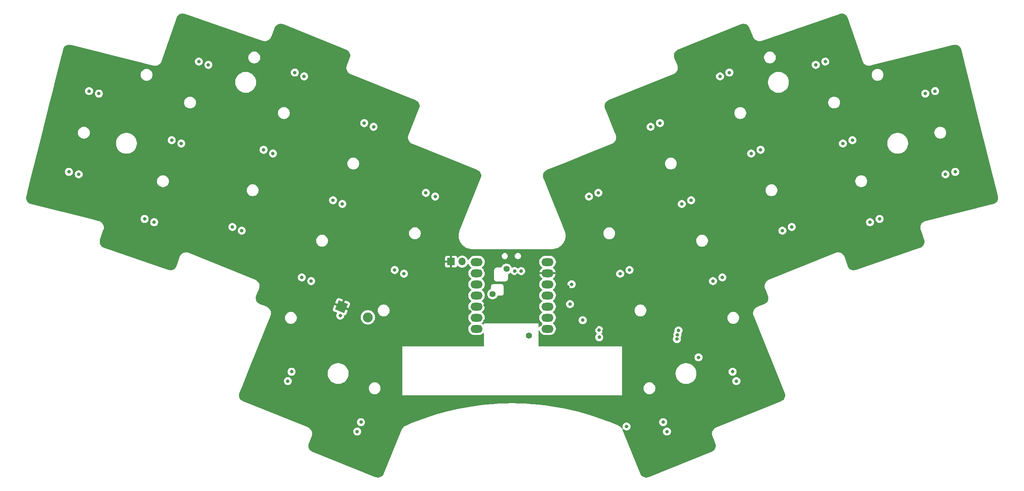
<source format=gbr>
%TF.GenerationSoftware,KiCad,Pcbnew,8.0.9-1.fc41*%
%TF.CreationDate,2025-03-09T10:33:46+11:00*%
%TF.ProjectId,katori,6b61746f-7269-42e6-9b69-6361645f7063,0.2*%
%TF.SameCoordinates,Original*%
%TF.FileFunction,Copper,L3,Inr*%
%TF.FilePolarity,Positive*%
%FSLAX46Y46*%
G04 Gerber Fmt 4.6, Leading zero omitted, Abs format (unit mm)*
G04 Created by KiCad (PCBNEW 8.0.9-1.fc41) date 2025-03-09 10:33:46*
%MOMM*%
%LPD*%
G01*
G04 APERTURE LIST*
G04 Aperture macros list*
%AMRotRect*
0 Rectangle, with rotation*
0 The origin of the aperture is its center*
0 $1 length*
0 $2 width*
0 $3 Rotation angle, in degrees counterclockwise*
0 Add horizontal line*
21,1,$1,$2,0,0,$3*%
G04 Aperture macros list end*
%TA.AperFunction,ComponentPad*%
%ADD10C,0.800000*%
%TD*%
%TA.AperFunction,ComponentPad*%
%ADD11O,2.750000X1.800000*%
%TD*%
%TA.AperFunction,ComponentPad*%
%ADD12C,1.397000*%
%TD*%
%TA.AperFunction,ComponentPad*%
%ADD13RotRect,2.250000X2.250000X68.000000*%
%TD*%
%TA.AperFunction,ComponentPad*%
%ADD14C,2.250000*%
%TD*%
%TA.AperFunction,ComponentPad*%
%ADD15R,1.700000X1.700000*%
%TD*%
%TA.AperFunction,ComponentPad*%
%ADD16O,1.700000X1.700000*%
%TD*%
%TA.AperFunction,ViaPad*%
%ADD17C,0.800000*%
%TD*%
G04 APERTURE END LIST*
D10*
%TO.N,COL3*%
%TO.C,SW23*%
X110723668Y-111864788D03*
%TO.N,ROW2*%
X112856190Y-112726386D03*
%TD*%
%TO.N,COL2*%
%TO.C,SW13*%
X102004075Y-82726634D03*
%TO.N,ROW1*%
X104136597Y-83588232D03*
%TD*%
D11*
%TO.N,ADC*%
%TO.C,U1*%
X150594381Y-108358375D03*
%TO.N,AMUX_SEL_0*%
X150594374Y-110898380D03*
%TO.N,AMUX_SEL_1*%
X150594379Y-113438370D03*
%TO.N,AMUX_SEL_2*%
X150594372Y-115978375D03*
%TO.N,APLEX_OUT*%
X150594377Y-118518390D03*
%TO.N,APLEX_EN1*%
X150594379Y-121058373D03*
%TO.N,APLEX_EN0*%
X150594380Y-123598378D03*
%TO.N,ROW3*%
X166784383Y-123598379D03*
%TO.N,ROW2*%
X166784390Y-121058374D03*
%TO.N,ROW1*%
X166784385Y-118518384D03*
%TO.N,ROW0*%
X166784392Y-115978379D03*
%TO.N,+3V3*%
X166784387Y-113438364D03*
%TO.N,GND*%
X166784385Y-110898381D03*
%TO.N,unconnected-(U1-5V-Pad14)*%
X166784384Y-108358376D03*
D12*
%TO.N,/NRST*%
X157412889Y-109952873D03*
%TO.N,+BATT*%
X154244382Y-115661373D03*
%TO.N,ADC_ENABLE*%
X162499386Y-125186369D03*
%TD*%
D10*
%TO.N,COL4*%
%TO.C,SW15*%
X131898923Y-110174051D03*
%TO.N,ROW1*%
X134031445Y-111035649D03*
%TD*%
%TO.N,COL8*%
%TO.C,SW9*%
X230143349Y-62591919D03*
%TO.N,ROW0*%
X227968657Y-63340725D03*
%TD*%
%TO.N,COL8*%
%TO.C,SW26*%
X242514944Y-98521626D03*
%TO.N,ROW2*%
X240340252Y-99270432D03*
%TD*%
%TO.N,COL7*%
%TO.C,SW8*%
X208257127Y-65110151D03*
%TO.N,ROW0*%
X206124605Y-65971749D03*
%TD*%
%TO.N,COL6*%
%TO.C,SW17*%
X199537534Y-94248308D03*
%TO.N,ROW1*%
X197405012Y-95109906D03*
%TD*%
%TO.N,COL3*%
%TO.C,SW4*%
X124958695Y-76631794D03*
%TO.N,ROW0*%
X127091217Y-77493392D03*
%TD*%
%TO.N,COL8*%
%TO.C,SW19*%
X236329135Y-80556761D03*
%TO.N,ROW1*%
X234154443Y-81305567D03*
%TD*%
%TO.N,ROW3*%
%TO.C,SW28*%
X123359012Y-147060922D03*
%TO.N,COL10*%
X124220610Y-144928400D03*
%TD*%
%TO.N,ROW3*%
%TO.C,SW27*%
X107521902Y-135539283D03*
%TO.N,COL0*%
X108383500Y-133406761D03*
%TD*%
%TO.N,COL9*%
%TO.C,SW10*%
X255184938Y-69341341D03*
%TO.N,ROW0*%
X252953256Y-69897763D03*
%TD*%
D13*
%TO.N,GND*%
%TO.C,RESET1*%
X119765832Y-118551822D03*
D14*
%TO.N,/NRST*%
X125792527Y-120986764D03*
%TD*%
D10*
%TO.N,COL6*%
%TO.C,SW24*%
X206655034Y-111864792D03*
%TO.N,ROW2*%
X204522512Y-112726390D03*
%TD*%
%TO.N,COL5*%
%TO.C,SW6*%
X178362286Y-92557575D03*
%TO.N,ROW0*%
X176229764Y-93419173D03*
%TD*%
%TO.N,COL6*%
%TO.C,SW7*%
X192419992Y-76631802D03*
%TO.N,ROW0*%
X190287470Y-77493400D03*
%TD*%
%TO.N,COL9*%
%TO.C,SW20*%
X259781476Y-87776983D03*
%TO.N,ROW1*%
X257549794Y-88333405D03*
%TD*%
%TO.N,COL0*%
%TO.C,SW1*%
X62193775Y-69341356D03*
%TO.N,ROW0*%
X64425455Y-69897776D03*
%TD*%
%TO.N,COL1*%
%TO.C,SW2*%
X87235372Y-62591900D03*
%TO.N,ROW0*%
X89410064Y-63340704D03*
%TD*%
%TO.N,COL7*%
%TO.C,SW25*%
X222492170Y-100343154D03*
%TO.N,ROW2*%
X220359648Y-101204752D03*
%TD*%
%TO.N,COL9*%
%TO.C,SW30*%
X208995220Y-133406753D03*
%TO.N,ROW3*%
X209856818Y-135539275D03*
%TD*%
%TO.N,COL7*%
%TO.C,SW18*%
X215374640Y-82726643D03*
%TO.N,ROW1*%
X213242118Y-83588241D03*
%TD*%
%TO.N,COL2*%
%TO.C,SW22*%
X94886550Y-100343143D03*
%TO.N,ROW2*%
X97019072Y-101204741D03*
%TD*%
D15*
%TO.N,GND*%
%TO.C,J2*%
X144770941Y-108269288D03*
D16*
%TO.N,/BATT_RAW*%
X147310951Y-108269288D03*
%TD*%
D10*
%TO.N,COL3*%
%TO.C,SW14*%
X117841208Y-94248283D03*
%TO.N,ROW1*%
X119973730Y-95109881D03*
%TD*%
%TO.N,COL5*%
%TO.C,SW16*%
X185479795Y-110174068D03*
%TO.N,ROW1*%
X183347273Y-111035666D03*
%TD*%
%TO.N,COL2*%
%TO.C,SW3*%
X109121601Y-65110164D03*
%TO.N,ROW0*%
X111254123Y-65971762D03*
%TD*%
%TO.N,COL4*%
%TO.C,SW5*%
X139016448Y-92557561D03*
%TO.N,ROW0*%
X141148970Y-93419159D03*
%TD*%
%TO.N,COL11*%
%TO.C,SW29*%
X193158104Y-144928386D03*
%TO.N,ROW3*%
X194019702Y-147060908D03*
%TD*%
%TO.N,COL0*%
%TO.C,SW11*%
X57597258Y-87776964D03*
%TO.N,ROW1*%
X59828938Y-88333384D03*
%TD*%
%TO.N,COL1*%
%TO.C,SW12*%
X81049565Y-80556759D03*
%TO.N,ROW1*%
X83224257Y-81305563D03*
%TD*%
%TO.N,COL1*%
%TO.C,SW21*%
X74863798Y-98521613D03*
%TO.N,ROW2*%
X77038490Y-99270417D03*
%TD*%
D17*
%TO.N,GND*%
X190906897Y-107955765D03*
X213747470Y-110229580D03*
X105811599Y-101056603D03*
X176626027Y-106129208D03*
X191816614Y-123099262D03*
X185528345Y-134473417D03*
X130230093Y-100676252D03*
X114620040Y-85255753D03*
X247495889Y-70216825D03*
X164189998Y-121696710D03*
X83678859Y-104782910D03*
X180917232Y-121162238D03*
X197554100Y-67143923D03*
X105259019Y-109625514D03*
X232174059Y-54484186D03*
X226543180Y-104973492D03*
X162131062Y-119694667D03*
X204065404Y-130622615D03*
X148275199Y-89247940D03*
X181791838Y-140380405D03*
X116172066Y-148907412D03*
X108697108Y-103786303D03*
X237737230Y-66352564D03*
X153231056Y-112352954D03*
X179627625Y-124089002D03*
X127020469Y-98013339D03*
X124995114Y-114034400D03*
X181297625Y-124089004D03*
X147477973Y-120383737D03*
X227612250Y-89426510D03*
X113121972Y-84664306D03*
X210034039Y-103109845D03*
X178117534Y-116629416D03*
X265641709Y-86304368D03*
X82406505Y-56239470D03*
X112207811Y-83477122D03*
X95346450Y-72495967D03*
X98642657Y-73814362D03*
X192612194Y-97828247D03*
X68496169Y-105651319D03*
X128150891Y-126323530D03*
X136520147Y-74024670D03*
X128342496Y-101477477D03*
X93014250Y-73493718D03*
X133336217Y-126386549D03*
X211776374Y-122601121D03*
X91441595Y-91637642D03*
X78322035Y-106774062D03*
X198498948Y-74683564D03*
X234766227Y-99012342D03*
X218694259Y-73824778D03*
X228126544Y-101289095D03*
X185152736Y-124535329D03*
X51694624Y-84774327D03*
X160040290Y-119694664D03*
X206656956Y-77194153D03*
X135744524Y-125364292D03*
X119594867Y-108471342D03*
X188568954Y-125492205D03*
X160055290Y-118319418D03*
X119681206Y-127877794D03*
X121948333Y-130130489D03*
X222901945Y-74939026D03*
X200228669Y-60913316D03*
X138367353Y-122675737D03*
X141667680Y-122850055D03*
X203486613Y-144349592D03*
X240091165Y-105639984D03*
X56970543Y-67416341D03*
X267523139Y-92639961D03*
X170115500Y-120419666D03*
X69329112Y-75349556D03*
X121162303Y-152325225D03*
X82126176Y-60466889D03*
X125544622Y-98246433D03*
X139812625Y-123637476D03*
X176180186Y-123194665D03*
X111258691Y-77535714D03*
X239118530Y-70460949D03*
X118839281Y-65732483D03*
X136278772Y-117932077D03*
X103218748Y-94984925D03*
X135546684Y-140380154D03*
X164359386Y-119815486D03*
X153555290Y-108135418D03*
X161617623Y-112848373D03*
X78243721Y-70751201D03*
X191716344Y-99870523D03*
X223580613Y-76621979D03*
X64914194Y-97403602D03*
X227709793Y-90937586D03*
X121142017Y-128132878D03*
X82892558Y-103006391D03*
X119871023Y-66869764D03*
X204419704Y-84876895D03*
X65363749Y-95976964D03*
X236567812Y-63053096D03*
X185528342Y-140184418D03*
X248061159Y-96553293D03*
X85302716Y-90491364D03*
X124662491Y-130202524D03*
X153993450Y-118244662D03*
X75535728Y-78741140D03*
X190567090Y-91738622D03*
X134038906Y-124513058D03*
X120441156Y-106995544D03*
X98387844Y-57804115D03*
X156912291Y-119694663D03*
X125769091Y-88370318D03*
X161113290Y-118244664D03*
X91658296Y-76849799D03*
X203433737Y-123682000D03*
X201392181Y-149011573D03*
X235352089Y-60606541D03*
X104906271Y-118883125D03*
X119695359Y-112869347D03*
X88733283Y-90543427D03*
X120899639Y-112429176D03*
X138008823Y-115622487D03*
X199360042Y-67910502D03*
X172356065Y-104058690D03*
X227972270Y-98090437D03*
X191248443Y-90198419D03*
X187053783Y-149533420D03*
X239050477Y-108919078D03*
X116607066Y-60473708D03*
X211929556Y-118726207D03*
X143457638Y-122090261D03*
X196718076Y-120875226D03*
X210231376Y-141591973D03*
X197303604Y-74105983D03*
X170699866Y-112848379D03*
X189061902Y-91812784D03*
X109505358Y-84624252D03*
X163101265Y-118557361D03*
X198701105Y-115143959D03*
X127699833Y-99613830D03*
X169795293Y-107142455D03*
X65791091Y-89190863D03*
X229625269Y-101426997D03*
X133599271Y-119012253D03*
X120878533Y-113942358D03*
X104116785Y-111252237D03*
X105206853Y-102420363D03*
X139269761Y-116550788D03*
X130797725Y-127464081D03*
X266078377Y-95075912D03*
X204974009Y-125389268D03*
X140320053Y-121846874D03*
X128885667Y-100133060D03*
X157940290Y-119694663D03*
X247876196Y-71909545D03*
X102093620Y-60545355D03*
X113728399Y-83331640D03*
X218942295Y-57506694D03*
X110097087Y-78504586D03*
X192128106Y-128011818D03*
X196414363Y-128177486D03*
X168731315Y-88005846D03*
X165134947Y-122665271D03*
X233966068Y-100908829D03*
X214523281Y-96277019D03*
X152543449Y-119694662D03*
X184360592Y-122623869D03*
X232760774Y-53119240D03*
X104302719Y-101228918D03*
X190436814Y-123173666D03*
X174464877Y-123194657D03*
X78583247Y-67306156D03*
X196604415Y-122234931D03*
X171394542Y-114045021D03*
X224007994Y-73911549D03*
X202370169Y-84141096D03*
X169389078Y-90068510D03*
X89451241Y-98263418D03*
X76721422Y-71760571D03*
X197511177Y-113063635D03*
X163745806Y-119201903D03*
X226527572Y-80682852D03*
X202457935Y-150084649D03*
X157940292Y-118244663D03*
X112283854Y-91971572D03*
X142142541Y-121073257D03*
X65093995Y-90044709D03*
X114345983Y-128359429D03*
X113367948Y-126108548D03*
X69615312Y-104619786D03*
X193244085Y-116143837D03*
X118056461Y-128800644D03*
X124125981Y-153639445D03*
X208215834Y-86362712D03*
X182058965Y-75063758D03*
X146154883Y-119370132D03*
X179815505Y-120924277D03*
X106021768Y-121511099D03*
X201568916Y-86028681D03*
X88051905Y-100146875D03*
X132860165Y-90626425D03*
X190545494Y-98935720D03*
X146428242Y-95722713D03*
X142018103Y-106009735D03*
X199122364Y-59862320D03*
X195881115Y-129433754D03*
X204748914Y-123916324D03*
X137729755Y-124521601D03*
X185528344Y-128784270D03*
X196332155Y-139306321D03*
X122618954Y-130455425D03*
X124451924Y-115378818D03*
X184078341Y-140184418D03*
X217349850Y-74367958D03*
X167886323Y-90168643D03*
X141457658Y-118420559D03*
X122175053Y-138253892D03*
X183855424Y-79558739D03*
X183779408Y-83351337D03*
X208689633Y-103653012D03*
X66238671Y-96812875D03*
X94436206Y-65556043D03*
X191174722Y-124439415D03*
X121264107Y-108803010D03*
X220109290Y-58638409D03*
X246371356Y-104977009D03*
X68015592Y-74477057D03*
X147909010Y-88434442D03*
X152585290Y-110357083D03*
X264983076Y-94083480D03*
X194205789Y-124174766D03*
X202577723Y-130823588D03*
X219522488Y-73503224D03*
X214921338Y-58891211D03*
X210864615Y-101185337D03*
X208313885Y-56155430D03*
X174551767Y-108330401D03*
X152543448Y-121786046D03*
X115964459Y-85798929D03*
X195893184Y-109123492D03*
X171540502Y-121561040D03*
X126776811Y-100830878D03*
X88710841Y-80335711D03*
X235463861Y-54932514D03*
X134712698Y-73327439D03*
X170699863Y-111398383D03*
X187988566Y-124162822D03*
X69769833Y-71843472D03*
X218151083Y-72480368D03*
X191198846Y-97164613D03*
X252081322Y-88517264D03*
X120848659Y-138840098D03*
X123107511Y-114835643D03*
X208270499Y-57664214D03*
X225898597Y-91656117D03*
X117250804Y-122197969D03*
X156912290Y-118244664D03*
X250574514Y-89250877D03*
X91984747Y-90293233D03*
X225442890Y-81738410D03*
X184266387Y-73294441D03*
X100530263Y-73013130D03*
X127776322Y-127167082D03*
X77874659Y-108872836D03*
X161066290Y-119694664D03*
X69390214Y-96603512D03*
X212381181Y-101323512D03*
X227805257Y-105756982D03*
X218738295Y-59110486D03*
X120136366Y-129493000D03*
X219538579Y-71987259D03*
X216806651Y-73023541D03*
X101989719Y-58989595D03*
X214821505Y-60402933D03*
X134579446Y-139190028D03*
X207899193Y-84738992D03*
X252277208Y-98783674D03*
X174972638Y-111427954D03*
X129686915Y-102020668D03*
X129157183Y-126585217D03*
X107895872Y-101898681D03*
X249053284Y-105395543D03*
X153872405Y-112994303D03*
X234115709Y-55470949D03*
X238219613Y-72304018D03*
X208146437Y-102308609D03*
X162169851Y-118244664D03*
X152543450Y-118240697D03*
X95658921Y-63346408D03*
X112376620Y-143676941D03*
X92786008Y-92180819D03*
X211490371Y-102521437D03*
X68632517Y-100389513D03*
X196822335Y-106934524D03*
X97197742Y-58927881D03*
X194588502Y-115600657D03*
X80941471Y-62916382D03*
X169858075Y-89038291D03*
X199321398Y-69425027D03*
X118802023Y-130059383D03*
X239347313Y-66210888D03*
X234567572Y-103063161D03*
X102059383Y-95943961D03*
X202430306Y-125651290D03*
X91938863Y-72428529D03*
X134421445Y-79426594D03*
X76742275Y-70250910D03*
X210905961Y-121137639D03*
X134067706Y-90099310D03*
X170974712Y-95923539D03*
X85303983Y-54832535D03*
X135530683Y-71683395D03*
X134362896Y-82888005D03*
X79431817Y-67300713D03*
X127361852Y-128563505D03*
X142787214Y-124326055D03*
X131202642Y-150704908D03*
X117694832Y-59426918D03*
X204221827Y-121840339D03*
X115163211Y-83911331D03*
X105677647Y-123001461D03*
X233972514Y-104829111D03*
X147820500Y-118663119D03*
X197440193Y-114608726D03*
X177656636Y-123194656D03*
X234823593Y-106857486D03*
X221263676Y-80396864D03*
X207718469Y-78285796D03*
X215038298Y-102451394D03*
X136154303Y-123615106D03*
X206318425Y-124846088D03*
X183322162Y-72125717D03*
X120862464Y-137452977D03*
X158712383Y-113806847D03*
X176207805Y-107212513D03*
X133238337Y-80350353D03*
X133069143Y-78833779D03*
X196218178Y-152546724D03*
X115020852Y-149872871D03*
X116637659Y-120794037D03*
X251343305Y-97578379D03*
X185080084Y-80421689D03*
X108848058Y-57337597D03*
X187431682Y-101757658D03*
X171317411Y-108330406D03*
X204472866Y-145490704D03*
X193219196Y-153730219D03*
X235980951Y-61348714D03*
X79614719Y-71223279D03*
X183566127Y-90167700D03*
X177403332Y-118421543D03*
X109240278Y-102441877D03*
X69886393Y-70173411D03*
X230848328Y-92269811D03*
X117467015Y-130126524D03*
X155462290Y-119694663D03*
X158982289Y-118244664D03*
X90807297Y-75085353D03*
X123863765Y-133895222D03*
X246813042Y-74454270D03*
X234660130Y-104604368D03*
X182763786Y-139184632D03*
X86446823Y-91495270D03*
X155462289Y-118244664D03*
X184315319Y-121045533D03*
X196798189Y-68398279D03*
X103104003Y-110017832D03*
X131532954Y-125576767D03*
X76784676Y-106903653D03*
X85241101Y-53321715D03*
X202296202Y-121499176D03*
X156912291Y-121786050D03*
X203924765Y-83512215D03*
X180082456Y-122383127D03*
X145546990Y-121203393D03*
X163345297Y-112848375D03*
X149086918Y-119700781D03*
X113870088Y-124747543D03*
X221766295Y-63450695D03*
X133641551Y-117476289D03*
X127619990Y-130690227D03*
X234491328Y-53963291D03*
X202781053Y-134055566D03*
X107352682Y-103243115D03*
X194886904Y-139000120D03*
X120612145Y-124882610D03*
X122351116Y-131079383D03*
X95316375Y-70980489D03*
X81750814Y-54946005D03*
X237747541Y-70933030D03*
X154035290Y-110357083D03*
X153993449Y-119694661D03*
X174891905Y-106430415D03*
X188232915Y-99870061D03*
X51898487Y-85911824D03*
X215359622Y-104000156D03*
X128345985Y-128504780D03*
X153993448Y-121786047D03*
X130310680Y-149461789D03*
X193036856Y-123617225D03*
X125794186Y-97106877D03*
X211374845Y-142572038D03*
X266054961Y-92265570D03*
X239590617Y-71831950D03*
X187128732Y-125374088D03*
X194045320Y-114256240D03*
X177403322Y-117421530D03*
X56658213Y-95300818D03*
X149794720Y-89110530D03*
X201025747Y-84684280D03*
X89026033Y-82985266D03*
X252401171Y-90320288D03*
X209490858Y-101765414D03*
X248010317Y-73532016D03*
X98568745Y-59399954D03*
X195373853Y-121422967D03*
X171540501Y-123011059D03*
X79142647Y-72594278D03*
X201943087Y-132318698D03*
X239802465Y-107672568D03*
X191854390Y-94924933D03*
X177825437Y-120445776D03*
X68510611Y-99067657D03*
X225174084Y-76795968D03*
X186312092Y-150808567D03*
X241874105Y-78585596D03*
X174359395Y-112848383D03*
X116906927Y-128309395D03*
X159013291Y-119694663D03*
X192700905Y-114799417D03*
X237321400Y-64780963D03*
X113477984Y-142632972D03*
X175647924Y-104979568D03*
X124576724Y-89278510D03*
X145864115Y-105165597D03*
X190261600Y-89049826D03*
X110945641Y-125129876D03*
X201357275Y-137229589D03*
X186888498Y-100413241D03*
X55855971Y-68183782D03*
X118664416Y-114882205D03*
X108731654Y-55805364D03*
X88756781Y-89022603D03*
X112195345Y-124070914D03*
X224655761Y-75409134D03*
X161617624Y-111398373D03*
X138930910Y-113577113D03*
X142793806Y-107921023D03*
X145120538Y-104416537D03*
X148992275Y-87347926D03*
X202184821Y-135460199D03*
X212100896Y-110024060D03*
X213559675Y-95100804D03*
X120981037Y-123969565D03*
X168378607Y-106142716D03*
X97078306Y-63728491D03*
X215789448Y-113469807D03*
X116507648Y-84454515D03*
X191327045Y-126199975D03*
X123650704Y-113491227D03*
X195994289Y-137877542D03*
X99185839Y-72469953D03*
X176374902Y-112698052D03*
X104632885Y-121950063D03*
X115349371Y-129270938D03*
X184755730Y-91263718D03*
X182239497Y-123298726D03*
X109269163Y-86290956D03*
X114782772Y-125677461D03*
X155462291Y-121786048D03*
X115701422Y-127841691D03*
X240821677Y-69874522D03*
X55704685Y-94562778D03*
X120307742Y-65472851D03*
X182666081Y-82299662D03*
X232060168Y-91296994D03*
X80468336Y-105911403D03*
X242253011Y-70022705D03*
X231701207Y-53113451D03*
X204964619Y-92029997D03*
X197601236Y-108646708D03*
X128333314Y-94517069D03*
X140827213Y-106915167D03*
X202913348Y-85485492D03*
X172990501Y-121561046D03*
X238880569Y-67628136D03*
X172990504Y-123011051D03*
X112290057Y-125673055D03*
X77287121Y-66563838D03*
X241310385Y-71239800D03*
X225355414Y-90311715D03*
X170695295Y-109067058D03*
X101424955Y-114392689D03*
X115641978Y-124400273D03*
X214202341Y-117082850D03*
X159917624Y-112848373D03*
X93329190Y-90836411D03*
X88104139Y-101512265D03*
X77771661Y-72122195D03*
X203709212Y-125134572D03*
X188776095Y-101214477D03*
X163257000Y-120763708D03*
X99987085Y-74357542D03*
X89876933Y-105723224D03*
X135457752Y-81839913D03*
X163345299Y-111398375D03*
X224554172Y-92199298D03*
X82480102Y-104759062D03*
X158216637Y-112281765D03*
X201631655Y-123007989D03*
X183575085Y-74918713D03*
X205425047Y-83688776D03*
X159917623Y-111398374D03*
X126613457Y-95079130D03*
X196048806Y-66970172D03*
X260616159Y-67654681D03*
X89983995Y-76378233D03*
X224011001Y-90854884D03*
X115035136Y-123008572D03*
X144140825Y-120225047D03*
%TO.N,+3V3*%
X172260369Y-113441050D03*
X201222994Y-130122564D03*
X119483412Y-120585659D03*
%TO.N,APLEX_OUT*%
X174803358Y-121649281D03*
%TO.N,/BATT_RAW*%
X159271900Y-110417808D03*
%TO.N,ADC_ENABLE*%
X171903350Y-117971522D03*
%TO.N,ROW3*%
X178553356Y-123889375D03*
X178573291Y-125539006D03*
X184801340Y-145893810D03*
%TO.N,+BATT*%
X160771898Y-110422085D03*
%TO.N,AMUX_SEL_1*%
X196408705Y-124952979D03*
%TO.N,AMUX_SEL_2*%
X196642785Y-123980763D03*
%TO.N,AMUX_SEL_0*%
X196294918Y-125946488D03*
%TD*%
%TA.AperFunction,Conductor*%
%TO.N,GND*%
G36*
X234080142Y-51640537D02*
G01*
X234099400Y-51643243D01*
X234298583Y-51687396D01*
X234317193Y-51693085D01*
X234507016Y-51767858D01*
X234524505Y-51776388D01*
X234700292Y-51879941D01*
X234716228Y-51891100D01*
X234873649Y-52020881D01*
X234887641Y-52034394D01*
X235022822Y-52187210D01*
X235034528Y-52202747D01*
X235144129Y-52374824D01*
X235153263Y-52392007D01*
X235236599Y-52583727D01*
X235240127Y-52592801D01*
X235254395Y-52634253D01*
X235254409Y-52634278D01*
X238632039Y-62443591D01*
X238632042Y-62443605D01*
X238635804Y-62454526D01*
X238635830Y-62454601D01*
X238643369Y-62476538D01*
X238643369Y-62476539D01*
X238681424Y-62587266D01*
X238681426Y-62587271D01*
X238789555Y-62794967D01*
X238802093Y-62812222D01*
X238927206Y-62984414D01*
X239091340Y-63151432D01*
X239278356Y-63292357D01*
X239484147Y-63404093D01*
X239484157Y-63404096D01*
X239484160Y-63404098D01*
X239704192Y-63484186D01*
X239714980Y-63486381D01*
X239933659Y-63530877D01*
X240167506Y-63543140D01*
X240400598Y-63520707D01*
X240512850Y-63492650D01*
X240512904Y-63492652D01*
X240512901Y-63492637D01*
X240512911Y-63492635D01*
X240524751Y-63489682D01*
X240524779Y-63489683D01*
X240524778Y-63489676D01*
X240564329Y-63479819D01*
X240564348Y-63479809D01*
X259360476Y-58793401D01*
X259360491Y-58793401D01*
X259381995Y-58788038D01*
X259381997Y-58788039D01*
X259401103Y-58783274D01*
X259410589Y-58781301D01*
X259616643Y-58746805D01*
X259636022Y-58745109D01*
X259840038Y-58743317D01*
X259859433Y-58744672D01*
X260061225Y-58774821D01*
X260080182Y-58779197D01*
X260125238Y-58793402D01*
X260274755Y-58840539D01*
X260292798Y-58847828D01*
X260475381Y-58938855D01*
X260492061Y-58948877D01*
X260658158Y-59067350D01*
X260673056Y-59079850D01*
X260687764Y-59094303D01*
X260818576Y-59222853D01*
X260831342Y-59237539D01*
X260952694Y-59401540D01*
X260963005Y-59418042D01*
X261057205Y-59599007D01*
X261064808Y-59616920D01*
X261130983Y-59814716D01*
X261133707Y-59824060D01*
X265067275Y-75600751D01*
X269500015Y-93379513D01*
X269501970Y-93387352D01*
X269503951Y-93396875D01*
X269538417Y-93602742D01*
X269540114Y-93622128D01*
X269541906Y-93826128D01*
X269540550Y-93845541D01*
X269510401Y-94047323D01*
X269506024Y-94066284D01*
X269448636Y-94248308D01*
X269444681Y-94260851D01*
X269437391Y-94278894D01*
X269346360Y-94461475D01*
X269336337Y-94478156D01*
X269217862Y-94644244D01*
X269205352Y-94659151D01*
X269062347Y-94804662D01*
X269047660Y-94817428D01*
X268883662Y-94938766D01*
X268867158Y-94949078D01*
X268686183Y-95043270D01*
X268668269Y-95050872D01*
X268470282Y-95117095D01*
X268460933Y-95119819D01*
X268425386Y-95128677D01*
X268425349Y-95128692D01*
X252994848Y-98975929D01*
X252994714Y-98975976D01*
X252905045Y-98998382D01*
X252905042Y-98998383D01*
X252685443Y-99089945D01*
X252482081Y-99213447D01*
X252482076Y-99213451D01*
X252299574Y-99366087D01*
X252299567Y-99366094D01*
X252142052Y-99544412D01*
X252142050Y-99544414D01*
X252013100Y-99744366D01*
X252013098Y-99744370D01*
X251915638Y-99961417D01*
X251915637Y-99961420D01*
X251851878Y-100190642D01*
X251851876Y-100190653D01*
X251823263Y-100426855D01*
X251823263Y-100426860D01*
X251830446Y-100664668D01*
X251831021Y-100667809D01*
X251873264Y-100898717D01*
X251873265Y-100898720D01*
X251873266Y-100898725D01*
X251873267Y-100898728D01*
X251903131Y-100985599D01*
X251903196Y-100985870D01*
X252687380Y-103263250D01*
X252690187Y-103272576D01*
X252742487Y-103474822D01*
X252745865Y-103493984D01*
X252765414Y-103697045D01*
X252765754Y-103716500D01*
X252753296Y-103920134D01*
X252750587Y-103939403D01*
X252706429Y-104138570D01*
X252700740Y-104157177D01*
X252625968Y-104346987D01*
X252617438Y-104364475D01*
X252513893Y-104540253D01*
X252502732Y-104556193D01*
X252372962Y-104713610D01*
X252359445Y-104727606D01*
X252206653Y-104862779D01*
X252191113Y-104874489D01*
X252019053Y-104984099D01*
X252001873Y-104993233D01*
X251809858Y-105076719D01*
X251800782Y-105080248D01*
X251796807Y-105081617D01*
X251792389Y-105083138D01*
X251792375Y-105083141D01*
X237095965Y-110143531D01*
X237095944Y-110143535D01*
X237060356Y-110155791D01*
X237051039Y-110158596D01*
X236848784Y-110210922D01*
X236829619Y-110214302D01*
X236626554Y-110233869D01*
X236607097Y-110234210D01*
X236403464Y-110221765D01*
X236384192Y-110219057D01*
X236185019Y-110174906D01*
X236166410Y-110169217D01*
X235976589Y-110094446D01*
X235959098Y-110085915D01*
X235812204Y-109999385D01*
X235783316Y-109982368D01*
X235767377Y-109971206D01*
X235609967Y-109841437D01*
X235595969Y-109827919D01*
X235460790Y-109675109D01*
X235449085Y-109659574D01*
X235387592Y-109563033D01*
X235339479Y-109487497D01*
X235330345Y-109470314D01*
X235266500Y-109323441D01*
X235246838Y-109278211D01*
X235243320Y-109269162D01*
X235237098Y-109251086D01*
X235237096Y-109251084D01*
X235231048Y-109233515D01*
X235231037Y-109233494D01*
X234552440Y-107262703D01*
X234552430Y-107262465D01*
X234497851Y-107104236D01*
X234480318Y-107070478D01*
X234390501Y-106897543D01*
X234253923Y-106708884D01*
X234091086Y-106542361D01*
X233905531Y-106401596D01*
X233905530Y-106401595D01*
X233905527Y-106401593D01*
X233701292Y-106289647D01*
X233497430Y-106214351D01*
X233482812Y-106208952D01*
X233254839Y-106161262D01*
X233254837Y-106161261D01*
X233254836Y-106161261D01*
X233022337Y-106147617D01*
X233022334Y-106147617D01*
X233022333Y-106147617D01*
X233022332Y-106147617D01*
X232945003Y-106154515D01*
X232790342Y-106168312D01*
X232563930Y-106222895D01*
X232563921Y-106222898D01*
X232517025Y-106241816D01*
X232516853Y-106241832D01*
X232416796Y-106282281D01*
X232416795Y-106282278D01*
X232416770Y-106282293D01*
X217326734Y-112379070D01*
X217326522Y-112379090D01*
X217174052Y-112440756D01*
X217174047Y-112440759D01*
X216979306Y-112554104D01*
X216802657Y-112694005D01*
X216802651Y-112694011D01*
X216647703Y-112857613D01*
X216606188Y-112916321D01*
X216517647Y-113041532D01*
X216517600Y-113041598D01*
X216517597Y-113041603D01*
X216414988Y-113242217D01*
X216414986Y-113242223D01*
X216341961Y-113455383D01*
X216341956Y-113455401D01*
X216299997Y-113676780D01*
X216299996Y-113676789D01*
X216289951Y-113901900D01*
X216289951Y-113901912D01*
X216312027Y-114126140D01*
X216312031Y-114126159D01*
X216365784Y-114344988D01*
X216397872Y-114424488D01*
X216397904Y-114424593D01*
X216406307Y-114445391D01*
X216407954Y-114449466D01*
X216407954Y-114449467D01*
X216417135Y-114472215D01*
X216424535Y-114490550D01*
X216424588Y-114490639D01*
X217047548Y-116032484D01*
X217047555Y-116032512D01*
X217061718Y-116067558D01*
X217065007Y-116076717D01*
X217127848Y-116275940D01*
X217132228Y-116294902D01*
X217162402Y-116496675D01*
X217163761Y-116516088D01*
X217161995Y-116720096D01*
X217160300Y-116739484D01*
X217126636Y-116940702D01*
X217121929Y-116959584D01*
X217057195Y-117153066D01*
X217049591Y-117170980D01*
X216955390Y-117351937D01*
X216945077Y-117368442D01*
X216823713Y-117532444D01*
X216810945Y-117547130D01*
X216665422Y-117690119D01*
X216650513Y-117702627D01*
X216484414Y-117821083D01*
X216467732Y-117831105D01*
X216280706Y-117924328D01*
X216271829Y-117928325D01*
X216237970Y-117942001D01*
X216237938Y-117942018D01*
X214701001Y-118562959D01*
X214700855Y-118562973D01*
X214604254Y-118602019D01*
X214549313Y-118624227D01*
X214549310Y-118624228D01*
X214549309Y-118624229D01*
X214439786Y-118687947D01*
X214354576Y-118737521D01*
X214354519Y-118737554D01*
X214177835Y-118877442D01*
X214022857Y-119041043D01*
X213983369Y-119096878D01*
X213892729Y-119225040D01*
X213860541Y-119287971D01*
X213790106Y-119425680D01*
X213717082Y-119638868D01*
X213717080Y-119638875D01*
X213705128Y-119701959D01*
X213675128Y-119860301D01*
X213665113Y-120085428D01*
X213665113Y-120085433D01*
X213687231Y-120309692D01*
X213741042Y-120528549D01*
X213758548Y-120571888D01*
X213758548Y-120571894D01*
X213800056Y-120674651D01*
X213800109Y-120674739D01*
X220884459Y-138209166D01*
X220884489Y-138209292D01*
X220898916Y-138244993D01*
X220902206Y-138254154D01*
X220965044Y-138453393D01*
X220969423Y-138472354D01*
X220999590Y-138674123D01*
X221000948Y-138693536D01*
X220999176Y-138897530D01*
X220997481Y-138916916D01*
X220963813Y-139118133D01*
X220959105Y-139137016D01*
X220894372Y-139330481D01*
X220886768Y-139348394D01*
X220792564Y-139529349D01*
X220782251Y-139545852D01*
X220660897Y-139709838D01*
X220648129Y-139724524D01*
X220502608Y-139867510D01*
X220487699Y-139880019D01*
X220321601Y-139998474D01*
X220304920Y-140008494D01*
X220117660Y-140101835D01*
X220108786Y-140105832D01*
X220079311Y-140117738D01*
X220079286Y-140117751D01*
X205326738Y-146078157D01*
X205326586Y-146078171D01*
X205174155Y-146139772D01*
X204979351Y-146253088D01*
X204802656Y-146392971D01*
X204647660Y-146556580D01*
X204517533Y-146740566D01*
X204414904Y-146941212D01*
X204341876Y-147154410D01*
X204323606Y-147250853D01*
X204299929Y-147375836D01*
X204290057Y-147597866D01*
X204289918Y-147600982D01*
X204312047Y-147825254D01*
X204365862Y-148044084D01*
X204365864Y-148044088D01*
X204365865Y-148044093D01*
X204377613Y-148073175D01*
X204383376Y-148087440D01*
X204402447Y-148134648D01*
X204408072Y-148148571D01*
X204408071Y-148148571D01*
X204417260Y-148171317D01*
X204417261Y-148171317D01*
X204424811Y-148190006D01*
X204424867Y-148190100D01*
X204843476Y-149226194D01*
X205040805Y-149714602D01*
X205049984Y-149737319D01*
X205049988Y-149737333D01*
X205061819Y-149766617D01*
X205065107Y-149775773D01*
X205127939Y-149975014D01*
X205132317Y-149993975D01*
X205162479Y-150195743D01*
X205163837Y-150215155D01*
X205162061Y-150419154D01*
X205160366Y-150438539D01*
X205126696Y-150639761D01*
X205121988Y-150658643D01*
X205057255Y-150852107D01*
X205049652Y-150870019D01*
X204955446Y-151050983D01*
X204945133Y-151067486D01*
X204823777Y-151231479D01*
X204811010Y-151246164D01*
X204665497Y-151389148D01*
X204650590Y-151401656D01*
X204484492Y-151520120D01*
X204467811Y-151530141D01*
X204280502Y-151623515D01*
X204271630Y-151627512D01*
X204242194Y-151639404D01*
X204242182Y-151639410D01*
X189816946Y-157467562D01*
X189807782Y-157470852D01*
X189608547Y-157533669D01*
X189589588Y-157538046D01*
X189387815Y-157568200D01*
X189368405Y-157569557D01*
X189164402Y-157567777D01*
X189145018Y-157566081D01*
X188943804Y-157532409D01*
X188924924Y-157527702D01*
X188731459Y-157462970D01*
X188713549Y-157455368D01*
X188532582Y-157361164D01*
X188516080Y-157350852D01*
X188352084Y-157229502D01*
X188337409Y-157216745D01*
X188194400Y-157071221D01*
X188181906Y-157056332D01*
X188063425Y-156890231D01*
X188053405Y-156873554D01*
X188038319Y-156843297D01*
X187960208Y-156686636D01*
X187956212Y-156677766D01*
X184070747Y-147060908D01*
X193106198Y-147060908D01*
X193126160Y-147250836D01*
X193126161Y-147250839D01*
X193185172Y-147432457D01*
X193185175Y-147432464D01*
X193280662Y-147597852D01*
X193408449Y-147739774D01*
X193562950Y-147852026D01*
X193737414Y-147929702D01*
X193924215Y-147969408D01*
X194115189Y-147969408D01*
X194301990Y-147929702D01*
X194476454Y-147852026D01*
X194630955Y-147739774D01*
X194758742Y-147597852D01*
X194854229Y-147432464D01*
X194913244Y-147250836D01*
X194933206Y-147060908D01*
X194913244Y-146870980D01*
X194857636Y-146699837D01*
X194854231Y-146689358D01*
X194854230Y-146689357D01*
X194854229Y-146689352D01*
X194758742Y-146523964D01*
X194630955Y-146382042D01*
X194476454Y-146269790D01*
X194301990Y-146192114D01*
X194301988Y-146192113D01*
X194115189Y-146152408D01*
X193924215Y-146152408D01*
X193737416Y-146192113D01*
X193674219Y-146220250D01*
X193600464Y-146253088D01*
X193562948Y-146269791D01*
X193408447Y-146382043D01*
X193280661Y-146523965D01*
X193185175Y-146689351D01*
X193185172Y-146689358D01*
X193148085Y-146803502D01*
X193126160Y-146870980D01*
X193106198Y-147060908D01*
X184070747Y-147060908D01*
X183896386Y-146629349D01*
X183896384Y-146629347D01*
X183891713Y-146617785D01*
X183891692Y-146617745D01*
X183879223Y-146586876D01*
X183872367Y-146517344D01*
X183904191Y-146455142D01*
X183964591Y-146420020D01*
X184034392Y-146423129D01*
X184086348Y-146457462D01*
X184175589Y-146556575D01*
X184190087Y-146572676D01*
X184344588Y-146684928D01*
X184519052Y-146762604D01*
X184705853Y-146802310D01*
X184896827Y-146802310D01*
X185083628Y-146762604D01*
X185258092Y-146684928D01*
X185412593Y-146572676D01*
X185540380Y-146430754D01*
X185635867Y-146265366D01*
X185694882Y-146083738D01*
X185714844Y-145893810D01*
X185694882Y-145703882D01*
X185635867Y-145522254D01*
X185540380Y-145356866D01*
X185412593Y-145214944D01*
X185258092Y-145102692D01*
X185083628Y-145025016D01*
X185083626Y-145025015D01*
X184896827Y-144985310D01*
X184705853Y-144985310D01*
X184519054Y-145025015D01*
X184344586Y-145102693D01*
X184190085Y-145214945D01*
X184062299Y-145356867D01*
X183966813Y-145522253D01*
X183966810Y-145522260D01*
X183907799Y-145703878D01*
X183907798Y-145703882D01*
X183887836Y-145893810D01*
X183907798Y-146083738D01*
X183907799Y-146083741D01*
X183952153Y-146220250D01*
X183954148Y-146290091D01*
X183918067Y-146349924D01*
X183855366Y-146380752D01*
X183785952Y-146372787D01*
X183734778Y-146332641D01*
X183644363Y-146211256D01*
X183644362Y-146211255D01*
X183644360Y-146211252D01*
X183644358Y-146211250D01*
X183503901Y-146065916D01*
X183503892Y-146065908D01*
X183346000Y-145939701D01*
X183270507Y-145893810D01*
X183173277Y-145834705D01*
X183152044Y-145825273D01*
X183114036Y-145808389D01*
X183114026Y-145808384D01*
X183035552Y-145773515D01*
X183035478Y-145773490D01*
X182470004Y-145522260D01*
X182385317Y-145484635D01*
X181042609Y-144928386D01*
X192244600Y-144928386D01*
X192264562Y-145118314D01*
X192264563Y-145118317D01*
X192323574Y-145299935D01*
X192323577Y-145299942D01*
X192419064Y-145465330D01*
X192546851Y-145607252D01*
X192701352Y-145719504D01*
X192875816Y-145797180D01*
X193062617Y-145836886D01*
X193253591Y-145836886D01*
X193440392Y-145797180D01*
X193614856Y-145719504D01*
X193769357Y-145607252D01*
X193897144Y-145465330D01*
X193992631Y-145299942D01*
X194051646Y-145118314D01*
X194071608Y-144928386D01*
X194051646Y-144738458D01*
X193996599Y-144569044D01*
X193992633Y-144556836D01*
X193992632Y-144556835D01*
X193992631Y-144556830D01*
X193897144Y-144391442D01*
X193769357Y-144249520D01*
X193614856Y-144137268D01*
X193440392Y-144059592D01*
X193440390Y-144059591D01*
X193253591Y-144019886D01*
X193062617Y-144019886D01*
X192875818Y-144059591D01*
X192701350Y-144137269D01*
X192546849Y-144249521D01*
X192419063Y-144391443D01*
X192323577Y-144556829D01*
X192323574Y-144556836D01*
X192264563Y-144738454D01*
X192264562Y-144738458D01*
X192244600Y-144928386D01*
X181042609Y-144928386D01*
X180978907Y-144901996D01*
X180978894Y-144901991D01*
X180978880Y-144901985D01*
X179558214Y-144355186D01*
X178124057Y-143844524D01*
X177166880Y-143530792D01*
X176677474Y-143370380D01*
X175219330Y-142933034D01*
X175219310Y-142933028D01*
X173750591Y-142532777D01*
X173750594Y-142532777D01*
X173750573Y-142532772D01*
X172272147Y-142169851D01*
X172272149Y-142169851D01*
X172272131Y-142169847D01*
X170785014Y-141844505D01*
X169290078Y-141556937D01*
X167788374Y-141307342D01*
X166732902Y-141159289D01*
X166280810Y-141095873D01*
X165944713Y-141057382D01*
X164768384Y-140922667D01*
X163252015Y-140787833D01*
X161732767Y-140691465D01*
X160211570Y-140633620D01*
X158689356Y-140614332D01*
X157167144Y-140633619D01*
X155645947Y-140691464D01*
X154126699Y-140787832D01*
X152610331Y-140922666D01*
X151286958Y-141074220D01*
X151097904Y-141095871D01*
X150846644Y-141131115D01*
X149590340Y-141307340D01*
X148088635Y-141556934D01*
X146593699Y-141844502D01*
X145106582Y-142169843D01*
X144387805Y-142346287D01*
X143628141Y-142532768D01*
X143628128Y-142532771D01*
X143628122Y-142532773D01*
X142159403Y-142933024D01*
X141429501Y-143151945D01*
X140701240Y-143370375D01*
X140701231Y-143370378D01*
X139254657Y-143844519D01*
X137820499Y-144355181D01*
X136399832Y-144901980D01*
X135717385Y-145184699D01*
X134993397Y-145484629D01*
X134464739Y-145719502D01*
X134337790Y-145775903D01*
X134337762Y-145775910D01*
X134297787Y-145793674D01*
X134297786Y-145793673D01*
X134258167Y-145811278D01*
X134258101Y-145811321D01*
X134205452Y-145834714D01*
X134205440Y-145834720D01*
X134032726Y-145939730D01*
X133874848Y-146065935D01*
X133734374Y-146211282D01*
X133613618Y-146373383D01*
X133514565Y-146549564D01*
X133514562Y-146549570D01*
X133485343Y-146621882D01*
X133485328Y-146621912D01*
X133476705Y-146643258D01*
X133476699Y-146643271D01*
X133463044Y-146677057D01*
X133463034Y-146677088D01*
X129422476Y-156677842D01*
X129418473Y-156686727D01*
X129325311Y-156873551D01*
X129315290Y-156890227D01*
X129209804Y-157038098D01*
X129196813Y-157056308D01*
X129184306Y-157071211D01*
X129041308Y-157216715D01*
X129026623Y-157229480D01*
X128862620Y-157350827D01*
X128846120Y-157361136D01*
X128665163Y-157455332D01*
X128647257Y-157462933D01*
X128453783Y-157527666D01*
X128434907Y-157532372D01*
X128233697Y-157566044D01*
X128214315Y-157567740D01*
X128010311Y-157569523D01*
X127990902Y-157568166D01*
X127789135Y-157538017D01*
X127770177Y-157533641D01*
X127570570Y-157470714D01*
X127561402Y-157467423D01*
X113106804Y-151627400D01*
X113097884Y-151623380D01*
X112910998Y-151530113D01*
X112894332Y-151520091D01*
X112728284Y-151401576D01*
X112713390Y-151389072D01*
X112567913Y-151246053D01*
X112555157Y-151231374D01*
X112433917Y-151067486D01*
X112433830Y-151067368D01*
X112423531Y-151050885D01*
X112329330Y-150869909D01*
X112321734Y-150852013D01*
X112256994Y-150658558D01*
X112252287Y-150639689D01*
X112218587Y-150438472D01*
X112216890Y-150419117D01*
X112215065Y-150215113D01*
X112216416Y-150195717D01*
X112246510Y-149993929D01*
X112250874Y-149974998D01*
X112313542Y-149775963D01*
X112316837Y-149766780D01*
X112976255Y-148134648D01*
X112976254Y-148134646D01*
X112980870Y-148123224D01*
X112980937Y-148122996D01*
X112984271Y-148114746D01*
X113012823Y-148044094D01*
X113066666Y-147825255D01*
X113088813Y-147600979D01*
X113078815Y-147375835D01*
X113036873Y-147154406D01*
X113004852Y-147060922D01*
X122445508Y-147060922D01*
X122465470Y-147250850D01*
X122465471Y-147250853D01*
X122524482Y-147432471D01*
X122524485Y-147432478D01*
X122619972Y-147597866D01*
X122622778Y-147600982D01*
X122747744Y-147739772D01*
X122747759Y-147739788D01*
X122902260Y-147852040D01*
X123076724Y-147929716D01*
X123263525Y-147969422D01*
X123454499Y-147969422D01*
X123641300Y-147929716D01*
X123815764Y-147852040D01*
X123970265Y-147739788D01*
X124098052Y-147597866D01*
X124193539Y-147432478D01*
X124252554Y-147250850D01*
X124272516Y-147060922D01*
X124252554Y-146870994D01*
X124193539Y-146689366D01*
X124098052Y-146523978D01*
X123980093Y-146392971D01*
X123970266Y-146382057D01*
X123970246Y-146382042D01*
X123815764Y-146269804D01*
X123641300Y-146192128D01*
X123641298Y-146192127D01*
X123454499Y-146152422D01*
X123263525Y-146152422D01*
X123076726Y-146192127D01*
X123033703Y-146211282D01*
X122902292Y-146269790D01*
X122902258Y-146269805D01*
X122747757Y-146382057D01*
X122619971Y-146523979D01*
X122524485Y-146689365D01*
X122524482Y-146689372D01*
X122465471Y-146870990D01*
X122465470Y-146870994D01*
X122445508Y-147060922D01*
X113004852Y-147060922D01*
X112963843Y-146941200D01*
X112927932Y-146870994D01*
X112861214Y-146740562D01*
X112861210Y-146740556D01*
X112731072Y-146556573D01*
X112731064Y-146556564D01*
X112576068Y-146392979D01*
X112576065Y-146392977D01*
X112576064Y-146392976D01*
X112576062Y-146392974D01*
X112420447Y-146269805D01*
X112399347Y-146253104D01*
X112204535Y-146139818D01*
X112204536Y-146139818D01*
X112204530Y-146139815D01*
X112125585Y-146107924D01*
X112125487Y-146107872D01*
X109206192Y-144928400D01*
X123307106Y-144928400D01*
X123327068Y-145118328D01*
X123327069Y-145118331D01*
X123386080Y-145299949D01*
X123386083Y-145299956D01*
X123481570Y-145465344D01*
X123583900Y-145578994D01*
X123609342Y-145607250D01*
X123609357Y-145607266D01*
X123763858Y-145719518D01*
X123938322Y-145797194D01*
X124125123Y-145836900D01*
X124316097Y-145836900D01*
X124502898Y-145797194D01*
X124677362Y-145719518D01*
X124831863Y-145607266D01*
X124959650Y-145465344D01*
X125055137Y-145299956D01*
X125114152Y-145118328D01*
X125134114Y-144928400D01*
X125114152Y-144738472D01*
X125055137Y-144556844D01*
X124959650Y-144391456D01*
X124831863Y-144249534D01*
X124677362Y-144137282D01*
X124502898Y-144059606D01*
X124502896Y-144059605D01*
X124316097Y-144019900D01*
X124125123Y-144019900D01*
X123938324Y-144059605D01*
X123938322Y-144059606D01*
X123763890Y-144137268D01*
X123763856Y-144137283D01*
X123609355Y-144249535D01*
X123481569Y-144391457D01*
X123386083Y-144556843D01*
X123386080Y-144556850D01*
X123327069Y-144738468D01*
X123327068Y-144738472D01*
X123307106Y-144928400D01*
X109206192Y-144928400D01*
X97308881Y-140121574D01*
X97308856Y-140121558D01*
X97269641Y-140105719D01*
X97260767Y-140101723D01*
X97073787Y-140008528D01*
X97057110Y-139998511D01*
X96890992Y-139880044D01*
X96876093Y-139867545D01*
X96730559Y-139724552D01*
X96717798Y-139709874D01*
X96596427Y-139545867D01*
X96586118Y-139529369D01*
X96491908Y-139348404D01*
X96484304Y-139330491D01*
X96419569Y-139137018D01*
X96414861Y-139118135D01*
X96381192Y-138916911D01*
X96379497Y-138897524D01*
X96377727Y-138693511D01*
X96379084Y-138674116D01*
X96409257Y-138472321D01*
X96413637Y-138453362D01*
X96418493Y-138437968D01*
X96476346Y-138254542D01*
X96479627Y-138245404D01*
X96487164Y-138226756D01*
X96487163Y-138226754D01*
X96494521Y-138208549D01*
X96494525Y-138208529D01*
X96950416Y-137080154D01*
X125998065Y-137080154D01*
X125998065Y-137292727D01*
X126031313Y-137502650D01*
X126031319Y-137502684D01*
X126096998Y-137704823D01*
X126097009Y-137704855D01*
X126193516Y-137894261D01*
X126318455Y-138066227D01*
X126468778Y-138216550D01*
X126640744Y-138341489D01*
X126640746Y-138341490D01*
X126640749Y-138341492D01*
X126830153Y-138437998D01*
X127032322Y-138503687D01*
X127242278Y-138536941D01*
X127242279Y-138536941D01*
X127454851Y-138536941D01*
X127454852Y-138536941D01*
X127664808Y-138503687D01*
X127866977Y-138437998D01*
X128056381Y-138341492D01*
X128078354Y-138325527D01*
X128228351Y-138216550D01*
X128228353Y-138216547D01*
X128228357Y-138216545D01*
X128378669Y-138066233D01*
X128378671Y-138066229D01*
X128378674Y-138066227D01*
X128503613Y-137894261D01*
X128503612Y-137894261D01*
X128503616Y-137894257D01*
X128600122Y-137704853D01*
X128665811Y-137502684D01*
X128699065Y-137292728D01*
X128699065Y-137080154D01*
X128665811Y-136870198D01*
X128600122Y-136668029D01*
X128503616Y-136478625D01*
X128503614Y-136478622D01*
X128503613Y-136478620D01*
X128378674Y-136306654D01*
X128228351Y-136156331D01*
X128056385Y-136031392D01*
X127866979Y-135934885D01*
X127866978Y-135934884D01*
X127866977Y-135934884D01*
X127664808Y-135869195D01*
X127664806Y-135869194D01*
X127664805Y-135869194D01*
X127503522Y-135843649D01*
X127454852Y-135835941D01*
X127242278Y-135835941D01*
X127193607Y-135843649D01*
X127032325Y-135869194D01*
X126830150Y-135934885D01*
X126640744Y-136031392D01*
X126468778Y-136156331D01*
X126318455Y-136306654D01*
X126193516Y-136478620D01*
X126097009Y-136668026D01*
X126031318Y-136870201D01*
X125998065Y-137080154D01*
X96950416Y-137080154D01*
X97572966Y-135539283D01*
X106608398Y-135539283D01*
X106628360Y-135729211D01*
X106628361Y-135729214D01*
X106687372Y-135910832D01*
X106687375Y-135910839D01*
X106782862Y-136076227D01*
X106910649Y-136218149D01*
X107065150Y-136330401D01*
X107239614Y-136408077D01*
X107426415Y-136447783D01*
X107617389Y-136447783D01*
X107804190Y-136408077D01*
X107978654Y-136330401D01*
X108133155Y-136218149D01*
X108260942Y-136076227D01*
X108356429Y-135910839D01*
X108415444Y-135729211D01*
X108435406Y-135539283D01*
X108415444Y-135349355D01*
X108356429Y-135167727D01*
X108260942Y-135002339D01*
X108133155Y-134860417D01*
X107978654Y-134748165D01*
X107804190Y-134670489D01*
X107804188Y-134670488D01*
X107617389Y-134630783D01*
X107426415Y-134630783D01*
X107239616Y-134670488D01*
X107065148Y-134748166D01*
X106910647Y-134860418D01*
X106782861Y-135002340D01*
X106687375Y-135167726D01*
X106687372Y-135167733D01*
X106628361Y-135349351D01*
X106628360Y-135349355D01*
X106608398Y-135539283D01*
X97572966Y-135539283D01*
X98434557Y-133406761D01*
X107469996Y-133406761D01*
X107489958Y-133596689D01*
X107489959Y-133596692D01*
X107548970Y-133778310D01*
X107548973Y-133778317D01*
X107644460Y-133943705D01*
X107772247Y-134085627D01*
X107926748Y-134197879D01*
X108101212Y-134275555D01*
X108288013Y-134315261D01*
X108478987Y-134315261D01*
X108665788Y-134275555D01*
X108840252Y-134197879D01*
X108994753Y-134085627D01*
X109122540Y-133943705D01*
X109218027Y-133778317D01*
X109256707Y-133659272D01*
X116628418Y-133659272D01*
X116628418Y-133970683D01*
X116658329Y-134197869D01*
X116669064Y-134279409D01*
X116749659Y-134580195D01*
X116749662Y-134580205D01*
X116868823Y-134867885D01*
X116868828Y-134867896D01*
X117024519Y-135137559D01*
X117024530Y-135137575D01*
X117214088Y-135384613D01*
X117214094Y-135384620D01*
X117434275Y-135604801D01*
X117434281Y-135604806D01*
X117681329Y-135794372D01*
X117681336Y-135794376D01*
X117950999Y-135950067D01*
X117951004Y-135950069D01*
X117951007Y-135950071D01*
X118132426Y-136025217D01*
X118238634Y-136069210D01*
X118238700Y-136069237D01*
X118539487Y-136149832D01*
X118833359Y-136188521D01*
X118848037Y-136190454D01*
X118848220Y-136190478D01*
X118848227Y-136190478D01*
X119159609Y-136190478D01*
X119159616Y-136190478D01*
X119468349Y-136149832D01*
X119769136Y-136069237D01*
X120056829Y-135950071D01*
X120326507Y-135794372D01*
X120573555Y-135604806D01*
X120793746Y-135384615D01*
X120983312Y-135137567D01*
X121139011Y-134867889D01*
X121258177Y-134580196D01*
X121338772Y-134279409D01*
X121379418Y-133970676D01*
X121379418Y-133659280D01*
X121338772Y-133350547D01*
X121258177Y-133049760D01*
X121258167Y-133049737D01*
X121139012Y-132762070D01*
X121139007Y-132762059D01*
X120983316Y-132492396D01*
X120983312Y-132492389D01*
X120793746Y-132245341D01*
X120793741Y-132245335D01*
X120573560Y-132025154D01*
X120573553Y-132025148D01*
X120326515Y-131835590D01*
X120326513Y-131835588D01*
X120326507Y-131835584D01*
X120326502Y-131835581D01*
X120326499Y-131835579D01*
X120056836Y-131679888D01*
X120056825Y-131679883D01*
X119769145Y-131560722D01*
X119769138Y-131560720D01*
X119769136Y-131560719D01*
X119468349Y-131480124D01*
X119416754Y-131473331D01*
X119159623Y-131439478D01*
X119159616Y-131439478D01*
X118848220Y-131439478D01*
X118848212Y-131439478D01*
X118554347Y-131478167D01*
X118539487Y-131480124D01*
X118238786Y-131560696D01*
X118238700Y-131560719D01*
X118238690Y-131560722D01*
X117951010Y-131679883D01*
X117950999Y-131679888D01*
X117681336Y-131835579D01*
X117681320Y-131835590D01*
X117434282Y-132025148D01*
X117434275Y-132025154D01*
X117214094Y-132245335D01*
X117214088Y-132245342D01*
X117024530Y-132492380D01*
X117024519Y-132492396D01*
X116868828Y-132762059D01*
X116868823Y-132762070D01*
X116749662Y-133049750D01*
X116749659Y-133049760D01*
X116704895Y-133216825D01*
X116669065Y-133350544D01*
X116669063Y-133350555D01*
X116628418Y-133659272D01*
X109256707Y-133659272D01*
X109277042Y-133596689D01*
X109297004Y-133406761D01*
X109277042Y-133216833D01*
X109218027Y-133035205D01*
X109122540Y-132869817D01*
X108994753Y-132727895D01*
X108840252Y-132615643D01*
X108665788Y-132537967D01*
X108665786Y-132537966D01*
X108478987Y-132498261D01*
X108288013Y-132498261D01*
X108101214Y-132537966D01*
X107926746Y-132615644D01*
X107772245Y-132727896D01*
X107644459Y-132869818D01*
X107548973Y-133035204D01*
X107548970Y-133035211D01*
X107489959Y-133216829D01*
X107489958Y-133216833D01*
X107469996Y-133406761D01*
X98434557Y-133406761D01*
X100748452Y-127679644D01*
X133613850Y-127679644D01*
X133613855Y-138679643D01*
X133613855Y-138709679D01*
X133625349Y-138737428D01*
X133646588Y-138758667D01*
X133674337Y-138770161D01*
X183649674Y-138770161D01*
X183649678Y-138770162D01*
X183674341Y-138770162D01*
X183704375Y-138770162D01*
X183704377Y-138770162D01*
X183732126Y-138758668D01*
X183753365Y-138737429D01*
X183764859Y-138709680D01*
X183764859Y-138679644D01*
X183764859Y-138654982D01*
X183764858Y-138654976D01*
X183764858Y-137080124D01*
X188679635Y-137080124D01*
X188679635Y-137292698D01*
X188712889Y-137502654D01*
X188712897Y-137502680D01*
X188778579Y-137704825D01*
X188875086Y-137894231D01*
X189000025Y-138066197D01*
X189150348Y-138216520D01*
X189322314Y-138341459D01*
X189322316Y-138341460D01*
X189322319Y-138341462D01*
X189511723Y-138437968D01*
X189713892Y-138503657D01*
X189923848Y-138536911D01*
X189923849Y-138536911D01*
X190136421Y-138536911D01*
X190136422Y-138536911D01*
X190346378Y-138503657D01*
X190548547Y-138437968D01*
X190737951Y-138341462D01*
X190857575Y-138254551D01*
X190909921Y-138216520D01*
X190909923Y-138216517D01*
X190909927Y-138216515D01*
X191060239Y-138066203D01*
X191060241Y-138066199D01*
X191060244Y-138066197D01*
X191185183Y-137894231D01*
X191185182Y-137894231D01*
X191185186Y-137894227D01*
X191281692Y-137704823D01*
X191347381Y-137502654D01*
X191380635Y-137292698D01*
X191380635Y-137080124D01*
X191347381Y-136870168D01*
X191281692Y-136667999D01*
X191185186Y-136478595D01*
X191185184Y-136478592D01*
X191185183Y-136478590D01*
X191060244Y-136306624D01*
X190909921Y-136156301D01*
X190737955Y-136031362D01*
X190548549Y-135934855D01*
X190548548Y-135934854D01*
X190548547Y-135934854D01*
X190346378Y-135869165D01*
X190346376Y-135869164D01*
X190346375Y-135869164D01*
X190185092Y-135843619D01*
X190136422Y-135835911D01*
X189923848Y-135835911D01*
X189875177Y-135843619D01*
X189713895Y-135869164D01*
X189511720Y-135934855D01*
X189322314Y-136031362D01*
X189150348Y-136156301D01*
X189000025Y-136306624D01*
X188875086Y-136478590D01*
X188778579Y-136667996D01*
X188712888Y-136870171D01*
X188679635Y-137080124D01*
X183764858Y-137080124D01*
X183764858Y-133659249D01*
X195999290Y-133659249D01*
X195999290Y-133970660D01*
X196029204Y-134197869D01*
X196039936Y-134279386D01*
X196049549Y-134315261D01*
X196120531Y-134580172D01*
X196120534Y-134580182D01*
X196239695Y-134867862D01*
X196239700Y-134867873D01*
X196395391Y-135137536D01*
X196395402Y-135137552D01*
X196584960Y-135384590D01*
X196584966Y-135384597D01*
X196805147Y-135604778D01*
X196805153Y-135604783D01*
X197052201Y-135794349D01*
X197052208Y-135794353D01*
X197321871Y-135950044D01*
X197321876Y-135950046D01*
X197321879Y-135950048D01*
X197503298Y-136025194D01*
X197518256Y-136031390D01*
X197609572Y-136069214D01*
X197910359Y-136149809D01*
X198219092Y-136190455D01*
X198219099Y-136190455D01*
X198530481Y-136190455D01*
X198530488Y-136190455D01*
X198839221Y-136149809D01*
X199140008Y-136069214D01*
X199427701Y-135950048D01*
X199697379Y-135794349D01*
X199944427Y-135604783D01*
X200009935Y-135539275D01*
X208943314Y-135539275D01*
X208963276Y-135729203D01*
X208963277Y-135729206D01*
X209022288Y-135910824D01*
X209022291Y-135910831D01*
X209117778Y-136076219D01*
X209245565Y-136218141D01*
X209400066Y-136330393D01*
X209574530Y-136408069D01*
X209761331Y-136447775D01*
X209952305Y-136447775D01*
X210139106Y-136408069D01*
X210313570Y-136330393D01*
X210468071Y-136218141D01*
X210595858Y-136076219D01*
X210691345Y-135910831D01*
X210750360Y-135729203D01*
X210770322Y-135539275D01*
X210750360Y-135349347D01*
X210691345Y-135167719D01*
X210595858Y-135002331D01*
X210468071Y-134860409D01*
X210313570Y-134748157D01*
X210139106Y-134670481D01*
X210139104Y-134670480D01*
X209952305Y-134630775D01*
X209761331Y-134630775D01*
X209574532Y-134670480D01*
X209400064Y-134748158D01*
X209245563Y-134860410D01*
X209117777Y-135002332D01*
X209022291Y-135167718D01*
X209022288Y-135167725D01*
X208963277Y-135349343D01*
X208963276Y-135349347D01*
X208943314Y-135539275D01*
X200009935Y-135539275D01*
X200164618Y-135384592D01*
X200354184Y-135137544D01*
X200509883Y-134867866D01*
X200629049Y-134580173D01*
X200709644Y-134279386D01*
X200750290Y-133970653D01*
X200750290Y-133659257D01*
X200717047Y-133406753D01*
X208081716Y-133406753D01*
X208101678Y-133596681D01*
X208101679Y-133596684D01*
X208160690Y-133778302D01*
X208160693Y-133778309D01*
X208256180Y-133943697D01*
X208383967Y-134085619D01*
X208538468Y-134197871D01*
X208712932Y-134275547D01*
X208899733Y-134315253D01*
X209090707Y-134315253D01*
X209277508Y-134275547D01*
X209451972Y-134197871D01*
X209606473Y-134085619D01*
X209734260Y-133943697D01*
X209829747Y-133778309D01*
X209888762Y-133596681D01*
X209908724Y-133406753D01*
X209888762Y-133216825D01*
X209829747Y-133035197D01*
X209734260Y-132869809D01*
X209606473Y-132727887D01*
X209451972Y-132615635D01*
X209277508Y-132537959D01*
X209277506Y-132537958D01*
X209090707Y-132498253D01*
X208899733Y-132498253D01*
X208712934Y-132537958D01*
X208538466Y-132615636D01*
X208383965Y-132727888D01*
X208256179Y-132869810D01*
X208160693Y-133035196D01*
X208160690Y-133035203D01*
X208101679Y-133216821D01*
X208101678Y-133216825D01*
X208081716Y-133406753D01*
X200717047Y-133406753D01*
X200709644Y-133350524D01*
X200629049Y-133049737D01*
X200509883Y-132762044D01*
X200509881Y-132762041D01*
X200509879Y-132762036D01*
X200354188Y-132492373D01*
X200354184Y-132492366D01*
X200299599Y-132421229D01*
X200164619Y-132245319D01*
X200164613Y-132245312D01*
X199944432Y-132025131D01*
X199944425Y-132025125D01*
X199697387Y-131835567D01*
X199697385Y-131835565D01*
X199697379Y-131835561D01*
X199697374Y-131835558D01*
X199697371Y-131835556D01*
X199427708Y-131679865D01*
X199427697Y-131679860D01*
X199140017Y-131560699D01*
X199140010Y-131560697D01*
X199140008Y-131560696D01*
X198839221Y-131480101D01*
X198787626Y-131473308D01*
X198530495Y-131439455D01*
X198530488Y-131439455D01*
X198219092Y-131439455D01*
X198219084Y-131439455D01*
X197925219Y-131478144D01*
X197910359Y-131480101D01*
X197609572Y-131560696D01*
X197609562Y-131560699D01*
X197321882Y-131679860D01*
X197321871Y-131679865D01*
X197052208Y-131835556D01*
X197052192Y-131835567D01*
X196805154Y-132025125D01*
X196805147Y-132025131D01*
X196584966Y-132245312D01*
X196584960Y-132245319D01*
X196395402Y-132492357D01*
X196395391Y-132492373D01*
X196239700Y-132762036D01*
X196239695Y-132762047D01*
X196120534Y-133049727D01*
X196120531Y-133049737D01*
X196039937Y-133350521D01*
X196039935Y-133350532D01*
X195999290Y-133659249D01*
X183764858Y-133659249D01*
X183764858Y-130122564D01*
X200309490Y-130122564D01*
X200329452Y-130312492D01*
X200329453Y-130312495D01*
X200388464Y-130494113D01*
X200388467Y-130494120D01*
X200483954Y-130659508D01*
X200611741Y-130801430D01*
X200766242Y-130913682D01*
X200940706Y-130991358D01*
X201127507Y-131031064D01*
X201318481Y-131031064D01*
X201505282Y-130991358D01*
X201679746Y-130913682D01*
X201834247Y-130801430D01*
X201962034Y-130659508D01*
X202057521Y-130494120D01*
X202116536Y-130312492D01*
X202136498Y-130122564D01*
X202116536Y-129932636D01*
X202057521Y-129751008D01*
X201962034Y-129585620D01*
X201834247Y-129443698D01*
X201679746Y-129331446D01*
X201505282Y-129253770D01*
X201505280Y-129253769D01*
X201318481Y-129214064D01*
X201127507Y-129214064D01*
X200940708Y-129253769D01*
X200766240Y-129331447D01*
X200611739Y-129443699D01*
X200483953Y-129585621D01*
X200388467Y-129751007D01*
X200388464Y-129751014D01*
X200329453Y-129932632D01*
X200329452Y-129932636D01*
X200309490Y-130122564D01*
X183764858Y-130122564D01*
X183764858Y-127679649D01*
X183764858Y-127679648D01*
X183753364Y-127651899D01*
X183732125Y-127630660D01*
X183704376Y-127619166D01*
X183704374Y-127619165D01*
X164837647Y-127619164D01*
X164770608Y-127599479D01*
X164724853Y-127546675D01*
X164713648Y-127494735D01*
X164717145Y-126483432D01*
X164725508Y-124064187D01*
X164745424Y-123997217D01*
X164798386Y-123951645D01*
X164867578Y-123941941D01*
X164931033Y-123971185D01*
X164967438Y-124026298D01*
X165004076Y-124139059D01*
X165096472Y-124320394D01*
X165104726Y-124336594D01*
X165235040Y-124515955D01*
X165391807Y-124672722D01*
X165571168Y-124803036D01*
X165664497Y-124850589D01*
X165768702Y-124903685D01*
X165768704Y-124903685D01*
X165768707Y-124903687D01*
X165979559Y-124972197D01*
X166198532Y-125006879D01*
X166198533Y-125006879D01*
X167370233Y-125006879D01*
X167370234Y-125006879D01*
X167589207Y-124972197D01*
X167800059Y-124903687D01*
X167997598Y-124803036D01*
X168176959Y-124672722D01*
X168333726Y-124515955D01*
X168464040Y-124336594D01*
X168564691Y-124139055D01*
X168633201Y-123928203D01*
X168639351Y-123889375D01*
X177639852Y-123889375D01*
X177659814Y-124079303D01*
X177659815Y-124079306D01*
X177718826Y-124260924D01*
X177718829Y-124260931D01*
X177814316Y-124426319D01*
X177942103Y-124568241D01*
X178014878Y-124621115D01*
X178057542Y-124676444D01*
X178063521Y-124746057D01*
X178030915Y-124807852D01*
X178014877Y-124821749D01*
X177962041Y-124860137D01*
X177962037Y-124860140D01*
X177834250Y-125002063D01*
X177738764Y-125167449D01*
X177738761Y-125167456D01*
X177679750Y-125349074D01*
X177679749Y-125349078D01*
X177659787Y-125539006D01*
X177679749Y-125728934D01*
X177679750Y-125728937D01*
X177738761Y-125910555D01*
X177738764Y-125910562D01*
X177834251Y-126075950D01*
X177962038Y-126217872D01*
X178116539Y-126330124D01*
X178291003Y-126407800D01*
X178477804Y-126447506D01*
X178668778Y-126447506D01*
X178855579Y-126407800D01*
X179030043Y-126330124D01*
X179184544Y-126217872D01*
X179312331Y-126075950D01*
X179387076Y-125946488D01*
X195381414Y-125946488D01*
X195401376Y-126136416D01*
X195401377Y-126136419D01*
X195460388Y-126318037D01*
X195460391Y-126318044D01*
X195555878Y-126483432D01*
X195683665Y-126625354D01*
X195838166Y-126737606D01*
X196012630Y-126815282D01*
X196199431Y-126854988D01*
X196390405Y-126854988D01*
X196577206Y-126815282D01*
X196751670Y-126737606D01*
X196906171Y-126625354D01*
X197033958Y-126483432D01*
X197129445Y-126318044D01*
X197188460Y-126136416D01*
X197208422Y-125946488D01*
X197188460Y-125756560D01*
X197135421Y-125593324D01*
X197133426Y-125523483D01*
X197145965Y-125493006D01*
X197147745Y-125489923D01*
X197243232Y-125324535D01*
X197302247Y-125142907D01*
X197322209Y-124952979D01*
X197302247Y-124763051D01*
X197286893Y-124715796D01*
X197284898Y-124645955D01*
X197312675Y-124594505D01*
X197381825Y-124517707D01*
X197477312Y-124352319D01*
X197536327Y-124170691D01*
X197556289Y-123980763D01*
X197536327Y-123790835D01*
X197477312Y-123609207D01*
X197381825Y-123443819D01*
X197254038Y-123301897D01*
X197099537Y-123189645D01*
X196925073Y-123111969D01*
X196925071Y-123111968D01*
X196738272Y-123072263D01*
X196547298Y-123072263D01*
X196360499Y-123111968D01*
X196186031Y-123189646D01*
X196031530Y-123301898D01*
X195903744Y-123443820D01*
X195808258Y-123609206D01*
X195808255Y-123609213D01*
X195775758Y-123709230D01*
X195749243Y-123790835D01*
X195738886Y-123889375D01*
X195729281Y-123980763D01*
X195749243Y-124170690D01*
X195764597Y-124217945D01*
X195766591Y-124287787D01*
X195738816Y-124339233D01*
X195669666Y-124416033D01*
X195669662Y-124416038D01*
X195574178Y-124581422D01*
X195574175Y-124581429D01*
X195515164Y-124763047D01*
X195515163Y-124763051D01*
X195495201Y-124952979D01*
X195515163Y-125142907D01*
X195515164Y-125142910D01*
X195568201Y-125306142D01*
X195570196Y-125375983D01*
X195557658Y-125406459D01*
X195460390Y-125574934D01*
X195460388Y-125574938D01*
X195410352Y-125728934D01*
X195401376Y-125756560D01*
X195381414Y-125946488D01*
X179387076Y-125946488D01*
X179407818Y-125910562D01*
X179466833Y-125728934D01*
X179486795Y-125539006D01*
X179466833Y-125349078D01*
X179407818Y-125167450D01*
X179312331Y-125002062D01*
X179184544Y-124860140D01*
X179111768Y-124807265D01*
X179069104Y-124751936D01*
X179063125Y-124682322D01*
X179095731Y-124620527D01*
X179111762Y-124606636D01*
X179164609Y-124568241D01*
X179292396Y-124426319D01*
X179387883Y-124260931D01*
X179446898Y-124079303D01*
X179466860Y-123889375D01*
X179446898Y-123699447D01*
X179387883Y-123517819D01*
X179292396Y-123352431D01*
X179164609Y-123210509D01*
X179010108Y-123098257D01*
X178835644Y-123020581D01*
X178835642Y-123020580D01*
X178648843Y-122980875D01*
X178457869Y-122980875D01*
X178271070Y-123020580D01*
X178096602Y-123098258D01*
X177942101Y-123210510D01*
X177814315Y-123352432D01*
X177718829Y-123517818D01*
X177718826Y-123517825D01*
X177659815Y-123699443D01*
X177659814Y-123699447D01*
X177639852Y-123889375D01*
X168639351Y-123889375D01*
X168667883Y-123709230D01*
X168667883Y-123487528D01*
X168633201Y-123268555D01*
X168564691Y-123057703D01*
X168564689Y-123057700D01*
X168564689Y-123057698D01*
X168464039Y-122860163D01*
X168333726Y-122680803D01*
X168176959Y-122524036D01*
X168045735Y-122428695D01*
X168003071Y-122373367D01*
X167997092Y-122303753D01*
X168029698Y-122241958D01*
X168045731Y-122228064D01*
X168176966Y-122132717D01*
X168333733Y-121975950D01*
X168464047Y-121796589D01*
X168539104Y-121649281D01*
X173889854Y-121649281D01*
X173909816Y-121839209D01*
X173909817Y-121839212D01*
X173968828Y-122020830D01*
X173968831Y-122020837D01*
X174064318Y-122186225D01*
X174151801Y-122283385D01*
X174177906Y-122312378D01*
X174192105Y-122328147D01*
X174346606Y-122440399D01*
X174521070Y-122518075D01*
X174707871Y-122557781D01*
X174898845Y-122557781D01*
X175085646Y-122518075D01*
X175260110Y-122440399D01*
X175414611Y-122328147D01*
X175542398Y-122186225D01*
X175637885Y-122020837D01*
X175696900Y-121839209D01*
X175716862Y-121649281D01*
X175696900Y-121459353D01*
X175637885Y-121277725D01*
X175542398Y-121112337D01*
X175439052Y-120997560D01*
X207797035Y-120997560D01*
X207797035Y-121210133D01*
X207825237Y-121388198D01*
X207830289Y-121420090D01*
X207895972Y-121622242D01*
X207895979Y-121622261D01*
X207992486Y-121811667D01*
X208117425Y-121983633D01*
X208267748Y-122133956D01*
X208439714Y-122258895D01*
X208439716Y-122258896D01*
X208439719Y-122258898D01*
X208629123Y-122355404D01*
X208831292Y-122421093D01*
X209041248Y-122454347D01*
X209041249Y-122454347D01*
X209253821Y-122454347D01*
X209253822Y-122454347D01*
X209463778Y-122421093D01*
X209665947Y-122355404D01*
X209855351Y-122258898D01*
X209955378Y-122186225D01*
X210027321Y-122133956D01*
X210027323Y-122133953D01*
X210027327Y-122133951D01*
X210177639Y-121983639D01*
X210177641Y-121983635D01*
X210177644Y-121983633D01*
X210302583Y-121811667D01*
X210302582Y-121811667D01*
X210302586Y-121811663D01*
X210399092Y-121622259D01*
X210464781Y-121420090D01*
X210498035Y-121210134D01*
X210498035Y-120997560D01*
X210464781Y-120787604D01*
X210399092Y-120585435D01*
X210302586Y-120396031D01*
X210302584Y-120396028D01*
X210302583Y-120396026D01*
X210177644Y-120224060D01*
X210027321Y-120073737D01*
X209855355Y-119948798D01*
X209665949Y-119852291D01*
X209665948Y-119852290D01*
X209665947Y-119852290D01*
X209463778Y-119786601D01*
X209463776Y-119786600D01*
X209463775Y-119786600D01*
X209302492Y-119761055D01*
X209253822Y-119753347D01*
X209041248Y-119753347D01*
X208992577Y-119761055D01*
X208831295Y-119786600D01*
X208831292Y-119786601D01*
X208629182Y-119852271D01*
X208629120Y-119852291D01*
X208439714Y-119948798D01*
X208267748Y-120073737D01*
X208117425Y-120224060D01*
X207992486Y-120396026D01*
X207895979Y-120585432D01*
X207895978Y-120585434D01*
X207895978Y-120585435D01*
X207885051Y-120619065D01*
X207830288Y-120787607D01*
X207797035Y-120997560D01*
X175439052Y-120997560D01*
X175414611Y-120970415D01*
X175260110Y-120858163D01*
X175085646Y-120780487D01*
X175085644Y-120780486D01*
X174898845Y-120740781D01*
X174707871Y-120740781D01*
X174521072Y-120780486D01*
X174346604Y-120858164D01*
X174192103Y-120970416D01*
X174064317Y-121112338D01*
X173968831Y-121277724D01*
X173968828Y-121277731D01*
X173922573Y-121420090D01*
X173909816Y-121459353D01*
X173889854Y-121649281D01*
X168539104Y-121649281D01*
X168564698Y-121599050D01*
X168633208Y-121388198D01*
X168667890Y-121169225D01*
X168667890Y-120947523D01*
X168633208Y-120728550D01*
X168564698Y-120517698D01*
X168564696Y-120517695D01*
X168564696Y-120517693D01*
X168486018Y-120363280D01*
X168464047Y-120320159D01*
X168333733Y-120140798D01*
X168176966Y-119984031D01*
X168045745Y-119888693D01*
X168003082Y-119833365D01*
X167997103Y-119763751D01*
X168029709Y-119701957D01*
X168045748Y-119688059D01*
X168176961Y-119592727D01*
X168333728Y-119435960D01*
X168427556Y-119306818D01*
X186621794Y-119306818D01*
X186621794Y-119519391D01*
X186650709Y-119701957D01*
X186655048Y-119729348D01*
X186706824Y-119888698D01*
X186720738Y-119931519D01*
X186817245Y-120120925D01*
X186942184Y-120292891D01*
X187092507Y-120443214D01*
X187264473Y-120568153D01*
X187264475Y-120568154D01*
X187264478Y-120568156D01*
X187453882Y-120664662D01*
X187656051Y-120730351D01*
X187866007Y-120763605D01*
X187866008Y-120763605D01*
X188078580Y-120763605D01*
X188078581Y-120763605D01*
X188288537Y-120730351D01*
X188490706Y-120664662D01*
X188680110Y-120568156D01*
X188749560Y-120517698D01*
X188852080Y-120443214D01*
X188852082Y-120443211D01*
X188852086Y-120443209D01*
X189002398Y-120292897D01*
X189002400Y-120292893D01*
X189002403Y-120292891D01*
X189127333Y-120120938D01*
X189127345Y-120120921D01*
X189223851Y-119931517D01*
X189289540Y-119729348D01*
X189322794Y-119519392D01*
X189322794Y-119306818D01*
X189289540Y-119096862D01*
X189223851Y-118894693D01*
X189127345Y-118705289D01*
X189127343Y-118705286D01*
X189127342Y-118705284D01*
X189002403Y-118533318D01*
X188852080Y-118382995D01*
X188680114Y-118258056D01*
X188490708Y-118161549D01*
X188490707Y-118161548D01*
X188490706Y-118161548D01*
X188288537Y-118095859D01*
X188288535Y-118095858D01*
X188288534Y-118095858D01*
X188108028Y-118067269D01*
X188078581Y-118062605D01*
X187866007Y-118062605D01*
X187836560Y-118067269D01*
X187656054Y-118095858D01*
X187453879Y-118161549D01*
X187264473Y-118258056D01*
X187092507Y-118382995D01*
X186942184Y-118533318D01*
X186817245Y-118705284D01*
X186720738Y-118894690D01*
X186655047Y-119096865D01*
X186621794Y-119306818D01*
X168427556Y-119306818D01*
X168464042Y-119256599D01*
X168564693Y-119059060D01*
X168633203Y-118848208D01*
X168667885Y-118629235D01*
X168667885Y-118407533D01*
X168633203Y-118188560D01*
X168564693Y-117977708D01*
X168564691Y-117977705D01*
X168564691Y-117977703D01*
X168561542Y-117971522D01*
X170989846Y-117971522D01*
X171009808Y-118161450D01*
X171009809Y-118161453D01*
X171068820Y-118343071D01*
X171068823Y-118343078D01*
X171164310Y-118508466D01*
X171292097Y-118650388D01*
X171446598Y-118762640D01*
X171621062Y-118840316D01*
X171807863Y-118880022D01*
X171998837Y-118880022D01*
X172185638Y-118840316D01*
X172360102Y-118762640D01*
X172514603Y-118650388D01*
X172642390Y-118508466D01*
X172737877Y-118343078D01*
X172796892Y-118161450D01*
X172816854Y-117971522D01*
X172796892Y-117781594D01*
X172737877Y-117599966D01*
X172642390Y-117434578D01*
X172514603Y-117292656D01*
X172360102Y-117180404D01*
X172185638Y-117102728D01*
X172185636Y-117102727D01*
X171998837Y-117063022D01*
X171807863Y-117063022D01*
X171621064Y-117102727D01*
X171621062Y-117102728D01*
X171508001Y-117153066D01*
X171446596Y-117180405D01*
X171292095Y-117292657D01*
X171164309Y-117434579D01*
X171068823Y-117599965D01*
X171068820Y-117599972D01*
X171013208Y-117771130D01*
X171009808Y-117781594D01*
X170989846Y-117971522D01*
X168561542Y-117971522D01*
X168489995Y-117831105D01*
X168464042Y-117780169D01*
X168333728Y-117600808D01*
X168176961Y-117444041D01*
X168045737Y-117348700D01*
X168003073Y-117293372D01*
X167997094Y-117223758D01*
X168029700Y-117161963D01*
X168045733Y-117148069D01*
X168176968Y-117052722D01*
X168333735Y-116895955D01*
X168464049Y-116716594D01*
X168564700Y-116519055D01*
X168633210Y-116308203D01*
X168667892Y-116089230D01*
X168667892Y-115867528D01*
X168633210Y-115648555D01*
X168564700Y-115437703D01*
X168564698Y-115437699D01*
X168564698Y-115437698D01*
X168467524Y-115246985D01*
X168464049Y-115240164D01*
X168333735Y-115060803D01*
X168176968Y-114904036D01*
X168045740Y-114808693D01*
X168045732Y-114808687D01*
X168003067Y-114753357D01*
X167997088Y-114683743D01*
X168029694Y-114621948D01*
X168045728Y-114608054D01*
X168176963Y-114512707D01*
X168333730Y-114355940D01*
X168464044Y-114176579D01*
X168564695Y-113979040D01*
X168633205Y-113768188D01*
X168667887Y-113549215D01*
X168667887Y-113441050D01*
X171346865Y-113441050D01*
X171366827Y-113630978D01*
X171366828Y-113630981D01*
X171425839Y-113812599D01*
X171425842Y-113812606D01*
X171521329Y-113977994D01*
X171649116Y-114119916D01*
X171803617Y-114232168D01*
X171978081Y-114309844D01*
X172164882Y-114349550D01*
X172355856Y-114349550D01*
X172542657Y-114309844D01*
X172717121Y-114232168D01*
X172871622Y-114119916D01*
X172999409Y-113977994D01*
X173094896Y-113812606D01*
X173153911Y-113630978D01*
X173173873Y-113441050D01*
X173153911Y-113251122D01*
X173094896Y-113069494D01*
X172999409Y-112904106D01*
X172871622Y-112762184D01*
X172822356Y-112726390D01*
X203609008Y-112726390D01*
X203628970Y-112916318D01*
X203628971Y-112916321D01*
X203687982Y-113097939D01*
X203687985Y-113097946D01*
X203783472Y-113263334D01*
X203885802Y-113376984D01*
X203911253Y-113405250D01*
X203911259Y-113405256D01*
X204065760Y-113517508D01*
X204240224Y-113595184D01*
X204427025Y-113634890D01*
X204617999Y-113634890D01*
X204804800Y-113595184D01*
X204979264Y-113517508D01*
X205133765Y-113405256D01*
X205261552Y-113263334D01*
X205357039Y-113097946D01*
X205416054Y-112916318D01*
X205436016Y-112726390D01*
X205416054Y-112536462D01*
X205357039Y-112354834D01*
X205261552Y-112189446D01*
X205133765Y-112047524D01*
X204979264Y-111935272D01*
X204820963Y-111864792D01*
X205741530Y-111864792D01*
X205761492Y-112054720D01*
X205761493Y-112054723D01*
X205820504Y-112236341D01*
X205820507Y-112236348D01*
X205915994Y-112401736D01*
X205962663Y-112453567D01*
X206043775Y-112543652D01*
X206043781Y-112543658D01*
X206198282Y-112655910D01*
X206372746Y-112733586D01*
X206559547Y-112773292D01*
X206750521Y-112773292D01*
X206937322Y-112733586D01*
X207111786Y-112655910D01*
X207266287Y-112543658D01*
X207394074Y-112401736D01*
X207489561Y-112236348D01*
X207548576Y-112054720D01*
X207568538Y-111864792D01*
X207548576Y-111674864D01*
X207489561Y-111493236D01*
X207394074Y-111327848D01*
X207266287Y-111185926D01*
X207111786Y-111073674D01*
X206937322Y-110995998D01*
X206937320Y-110995997D01*
X206750521Y-110956292D01*
X206559547Y-110956292D01*
X206372748Y-110995997D01*
X206198280Y-111073675D01*
X206043779Y-111185927D01*
X205915993Y-111327849D01*
X205820507Y-111493235D01*
X205820504Y-111493242D01*
X205761493Y-111674860D01*
X205761492Y-111674864D01*
X205741530Y-111864792D01*
X204820963Y-111864792D01*
X204804800Y-111857596D01*
X204804798Y-111857595D01*
X204617999Y-111817890D01*
X204427025Y-111817890D01*
X204240226Y-111857595D01*
X204065758Y-111935273D01*
X203911257Y-112047525D01*
X203783471Y-112189447D01*
X203687985Y-112354833D01*
X203687982Y-112354840D01*
X203628971Y-112536458D01*
X203628970Y-112536462D01*
X203609008Y-112726390D01*
X172822356Y-112726390D01*
X172717121Y-112649932D01*
X172542657Y-112572256D01*
X172542655Y-112572255D01*
X172355856Y-112532550D01*
X172164882Y-112532550D01*
X171978083Y-112572255D01*
X171803615Y-112649933D01*
X171649114Y-112762185D01*
X171521328Y-112904107D01*
X171425842Y-113069493D01*
X171425839Y-113069500D01*
X171369740Y-113242156D01*
X171366827Y-113251122D01*
X171346865Y-113441050D01*
X168667887Y-113441050D01*
X168667887Y-113327513D01*
X168633205Y-113108540D01*
X168564695Y-112897688D01*
X168564693Y-112897685D01*
X168564693Y-112897683D01*
X168501310Y-112773288D01*
X168464044Y-112700149D01*
X168333730Y-112520788D01*
X168176963Y-112364021D01*
X168038519Y-112263435D01*
X167995855Y-112208106D01*
X167989876Y-112138492D01*
X168022482Y-112076697D01*
X168038521Y-112062800D01*
X168171420Y-111966243D01*
X168171426Y-111966238D01*
X168327242Y-111810422D01*
X168456771Y-111632141D01*
X168556817Y-111435791D01*
X168624911Y-111226219D01*
X168624911Y-111226216D01*
X168637240Y-111148381D01*
X166742397Y-111148381D01*
X166775310Y-111091374D01*
X166790237Y-111035666D01*
X182433769Y-111035666D01*
X182453731Y-111225594D01*
X182453732Y-111225597D01*
X182512743Y-111407215D01*
X182512746Y-111407222D01*
X182608233Y-111572610D01*
X182700296Y-111674856D01*
X182736004Y-111714515D01*
X182736020Y-111714532D01*
X182890521Y-111826784D01*
X183064985Y-111904460D01*
X183251786Y-111944166D01*
X183442760Y-111944166D01*
X183629561Y-111904460D01*
X183804025Y-111826784D01*
X183958526Y-111714532D01*
X184086313Y-111572610D01*
X184181800Y-111407222D01*
X184240815Y-111225594D01*
X184260777Y-111035666D01*
X184240815Y-110845738D01*
X184181800Y-110664110D01*
X184086313Y-110498722D01*
X183959340Y-110357704D01*
X183958527Y-110356801D01*
X183958503Y-110356783D01*
X183804025Y-110244548D01*
X183645724Y-110174068D01*
X184566291Y-110174068D01*
X184586253Y-110363996D01*
X184586254Y-110363999D01*
X184645265Y-110545617D01*
X184645268Y-110545624D01*
X184740755Y-110711012D01*
X184826272Y-110805988D01*
X184868526Y-110852917D01*
X184868542Y-110852934D01*
X185023043Y-110965186D01*
X185197507Y-111042862D01*
X185384308Y-111082568D01*
X185575282Y-111082568D01*
X185762083Y-111042862D01*
X185936547Y-110965186D01*
X186091048Y-110852934D01*
X186218835Y-110711012D01*
X186314322Y-110545624D01*
X186373337Y-110363996D01*
X186393299Y-110174068D01*
X186373337Y-109984140D01*
X186314322Y-109802512D01*
X186218835Y-109637124D01*
X186091048Y-109495202D01*
X185936547Y-109382950D01*
X185762083Y-109305274D01*
X185762081Y-109305273D01*
X185575282Y-109265568D01*
X185384308Y-109265568D01*
X185197509Y-109305273D01*
X185023041Y-109382951D01*
X184868540Y-109495203D01*
X184740754Y-109637125D01*
X184645268Y-109802511D01*
X184645265Y-109802518D01*
X184586254Y-109984136D01*
X184586253Y-109984140D01*
X184566291Y-110174068D01*
X183645724Y-110174068D01*
X183629561Y-110166872D01*
X183629559Y-110166871D01*
X183442760Y-110127166D01*
X183251786Y-110127166D01*
X183064987Y-110166871D01*
X182890519Y-110244549D01*
X182736018Y-110356801D01*
X182608232Y-110498723D01*
X182512746Y-110664109D01*
X182512743Y-110664116D01*
X182453732Y-110845734D01*
X182453731Y-110845738D01*
X182433769Y-111035666D01*
X166790237Y-111035666D01*
X166809385Y-110964207D01*
X166809385Y-110832555D01*
X166775310Y-110705388D01*
X166742397Y-110648381D01*
X168637240Y-110648381D01*
X168624911Y-110570545D01*
X168624911Y-110570542D01*
X168556817Y-110360970D01*
X168456771Y-110164620D01*
X168327242Y-109986339D01*
X168171426Y-109830523D01*
X168038504Y-109733949D01*
X167995839Y-109678619D01*
X167989860Y-109609005D01*
X168022466Y-109547210D01*
X168038499Y-109533316D01*
X168176960Y-109432719D01*
X168333727Y-109275952D01*
X168464041Y-109096591D01*
X168564692Y-108899052D01*
X168633202Y-108688200D01*
X168667884Y-108469227D01*
X168667884Y-108247525D01*
X168633202Y-108028552D01*
X168564692Y-107817700D01*
X168564690Y-107817697D01*
X168564690Y-107817695D01*
X168464040Y-107620160D01*
X168333727Y-107440800D01*
X168176960Y-107284033D01*
X167997599Y-107153719D01*
X167947311Y-107128096D01*
X167800064Y-107053069D01*
X167589208Y-106984558D01*
X167534752Y-106975933D01*
X167370235Y-106949876D01*
X166198533Y-106949876D01*
X166089046Y-106967217D01*
X165979559Y-106984558D01*
X165768703Y-107053069D01*
X165571168Y-107153719D01*
X165507346Y-107200089D01*
X165391808Y-107284033D01*
X165391806Y-107284035D01*
X165391805Y-107284035D01*
X165235043Y-107440797D01*
X165235043Y-107440798D01*
X165235041Y-107440800D01*
X165179076Y-107517828D01*
X165104727Y-107620160D01*
X165004077Y-107817695D01*
X164935566Y-108028551D01*
X164900884Y-108247525D01*
X164900884Y-108469226D01*
X164935566Y-108688200D01*
X165004077Y-108899056D01*
X165068107Y-109024721D01*
X165104727Y-109096591D01*
X165235041Y-109275952D01*
X165391808Y-109432719D01*
X165455877Y-109479268D01*
X165530264Y-109533314D01*
X165572929Y-109588645D01*
X165578908Y-109658258D01*
X165546302Y-109720053D01*
X165530264Y-109733950D01*
X165397344Y-109830523D01*
X165397343Y-109830523D01*
X165241527Y-109986339D01*
X165111998Y-110164620D01*
X165011952Y-110360970D01*
X164943858Y-110570542D01*
X164943858Y-110570545D01*
X164931530Y-110648381D01*
X165876373Y-110648381D01*
X165843460Y-110705388D01*
X165809385Y-110832555D01*
X165809385Y-110964207D01*
X165843460Y-111091374D01*
X165876373Y-111148381D01*
X164931530Y-111148381D01*
X164943858Y-111226216D01*
X164943858Y-111226219D01*
X165011952Y-111435791D01*
X165111998Y-111632141D01*
X165241527Y-111810422D01*
X165397343Y-111966238D01*
X165397349Y-111966243D01*
X165530250Y-112062801D01*
X165572916Y-112118131D01*
X165578895Y-112187744D01*
X165546290Y-112249539D01*
X165530251Y-112263436D01*
X165391817Y-112364016D01*
X165391808Y-112364023D01*
X165235046Y-112520785D01*
X165235046Y-112520786D01*
X165235044Y-112520788D01*
X165208324Y-112557565D01*
X165104730Y-112700148D01*
X165004080Y-112897683D01*
X164939011Y-113097946D01*
X164935569Y-113108540D01*
X164900887Y-113327513D01*
X164900887Y-113549215D01*
X164914456Y-113634886D01*
X164935569Y-113768188D01*
X165004080Y-113979044D01*
X165104730Y-114176579D01*
X165235044Y-114355940D01*
X165391811Y-114512707D01*
X165523040Y-114608051D01*
X165523046Y-114608055D01*
X165565711Y-114663385D01*
X165571690Y-114732999D01*
X165539084Y-114794794D01*
X165523046Y-114808691D01*
X165391814Y-114904037D01*
X165235051Y-115060800D01*
X165235051Y-115060801D01*
X165235049Y-115060803D01*
X165179084Y-115137831D01*
X165104735Y-115240163D01*
X165004085Y-115437698D01*
X164935574Y-115648554D01*
X164900892Y-115867528D01*
X164900892Y-116089229D01*
X164935574Y-116308203D01*
X165004085Y-116519059D01*
X165094630Y-116696762D01*
X165104735Y-116716594D01*
X165235049Y-116895955D01*
X165391816Y-117052722D01*
X165523039Y-117148061D01*
X165565703Y-117203390D01*
X165571682Y-117273003D01*
X165539076Y-117334798D01*
X165523038Y-117348695D01*
X165391815Y-117444036D01*
X165391806Y-117444043D01*
X165235044Y-117600805D01*
X165235044Y-117600806D01*
X165235042Y-117600808D01*
X165228514Y-117609793D01*
X165104728Y-117780168D01*
X165004078Y-117977703D01*
X164935567Y-118188559D01*
X164900885Y-118407533D01*
X164900885Y-118629234D01*
X164935567Y-118848208D01*
X165004078Y-119059064D01*
X165088614Y-119224974D01*
X165104728Y-119256599D01*
X165235042Y-119435960D01*
X165391809Y-119592727D01*
X165508019Y-119677159D01*
X165523026Y-119688062D01*
X165565692Y-119743392D01*
X165571671Y-119813005D01*
X165539065Y-119874800D01*
X165523027Y-119888697D01*
X165391820Y-119984026D01*
X165391811Y-119984033D01*
X165235049Y-120140795D01*
X165235049Y-120140796D01*
X165235047Y-120140798D01*
X165234059Y-120142158D01*
X165104733Y-120320158D01*
X165004083Y-120517693D01*
X164935572Y-120728549D01*
X164900890Y-120947523D01*
X164900890Y-121169224D01*
X164935572Y-121388198D01*
X165004083Y-121599054D01*
X165071136Y-121730651D01*
X165104733Y-121796589D01*
X165235047Y-121975950D01*
X165391814Y-122132717D01*
X165523037Y-122228056D01*
X165565701Y-122283385D01*
X165571680Y-122352998D01*
X165539074Y-122414793D01*
X165523036Y-122428690D01*
X165391813Y-122524031D01*
X165391804Y-122524038D01*
X165235042Y-122680800D01*
X165235042Y-122680801D01*
X165235040Y-122680803D01*
X165179075Y-122757831D01*
X165104726Y-122860163D01*
X165004076Y-123057698D01*
X164970696Y-123160432D01*
X164931258Y-123218107D01*
X164866899Y-123245305D01*
X164798053Y-123233390D01*
X164746577Y-123186145D01*
X164728766Y-123121684D01*
X164728937Y-123072263D01*
X164731291Y-122391419D01*
X164731289Y-122391418D01*
X152282290Y-122391418D01*
X152282290Y-122520007D01*
X152262605Y-122587046D01*
X152209801Y-122632801D01*
X152140643Y-122642745D01*
X152077087Y-122613720D01*
X152070609Y-122607688D01*
X151986958Y-122524037D01*
X151986957Y-122524036D01*
X151986956Y-122524035D01*
X151855728Y-122428692D01*
X151813064Y-122373363D01*
X151807085Y-122303749D01*
X151839691Y-122241954D01*
X151855723Y-122228061D01*
X151986955Y-122132716D01*
X152143722Y-121975949D01*
X152274036Y-121796588D01*
X152374687Y-121599049D01*
X152443197Y-121388197D01*
X152477879Y-121169224D01*
X152477879Y-120947522D01*
X152443197Y-120728549D01*
X152374687Y-120517697D01*
X152374685Y-120517693D01*
X152374685Y-120517692D01*
X152321589Y-120413487D01*
X152274036Y-120320158D01*
X152143722Y-120140797D01*
X151986955Y-119984030D01*
X151914680Y-119931519D01*
X151855743Y-119888698D01*
X151813078Y-119833367D01*
X151807099Y-119763754D01*
X151839705Y-119701959D01*
X151855744Y-119688062D01*
X151986953Y-119592733D01*
X152143720Y-119435966D01*
X152274034Y-119256605D01*
X152374685Y-119059066D01*
X152443195Y-118848214D01*
X152477877Y-118629241D01*
X152477877Y-118407539D01*
X152443195Y-118188566D01*
X152374685Y-117977714D01*
X152374683Y-117977711D01*
X152374683Y-117977709D01*
X152299977Y-117831092D01*
X152274034Y-117780175D01*
X152143720Y-117600814D01*
X151986953Y-117444047D01*
X151860152Y-117351920D01*
X151855717Y-117348698D01*
X151813052Y-117293368D01*
X151807073Y-117223754D01*
X151839679Y-117161959D01*
X151855713Y-117148065D01*
X151986948Y-117052718D01*
X152143715Y-116895951D01*
X152274029Y-116716590D01*
X152374680Y-116519051D01*
X152443190Y-116308199D01*
X152477872Y-116089226D01*
X152477872Y-115867524D01*
X152445220Y-115661371D01*
X153032771Y-115661371D01*
X153032771Y-115661374D01*
X153051177Y-115871761D01*
X153051179Y-115871772D01*
X153105837Y-116075760D01*
X153105839Y-116075764D01*
X153105840Y-116075768D01*
X153126446Y-116119958D01*
X153195096Y-116267179D01*
X153195098Y-116267183D01*
X153316230Y-116440177D01*
X153316235Y-116440183D01*
X153465571Y-116589519D01*
X153465577Y-116589524D01*
X153638571Y-116710656D01*
X153638573Y-116710657D01*
X153638576Y-116710659D01*
X153829987Y-116799915D01*
X154033988Y-116854577D01*
X154184269Y-116867724D01*
X154244380Y-116872984D01*
X154244382Y-116872984D01*
X154244384Y-116872984D01*
X154296980Y-116868382D01*
X154454776Y-116854577D01*
X154658777Y-116799915D01*
X154850188Y-116710659D01*
X155023191Y-116589521D01*
X155172530Y-116440182D01*
X155293668Y-116267179D01*
X155382924Y-116075768D01*
X155382926Y-116075760D01*
X155384030Y-116072728D01*
X155384879Y-116071574D01*
X155385212Y-116070861D01*
X155385355Y-116070927D01*
X155425453Y-116016462D01*
X155490720Y-115991523D01*
X155500531Y-115991132D01*
X156233242Y-115991132D01*
X156233270Y-115991135D01*
X156251608Y-115991133D01*
X156251609Y-115991134D01*
X156275794Y-115991132D01*
X156291152Y-115991132D01*
X156309494Y-115991132D01*
X156309512Y-115991128D01*
X156336238Y-115991127D01*
X156452336Y-115960011D01*
X156556426Y-115899909D01*
X156641416Y-115814917D01*
X156701515Y-115710826D01*
X156732628Y-115594728D01*
X156732630Y-115564077D01*
X156732632Y-115564066D01*
X156732632Y-115534620D01*
X156732633Y-115510099D01*
X156732632Y-115510098D01*
X156732633Y-115485446D01*
X156732630Y-115485434D01*
X156732624Y-113868614D01*
X156732624Y-113856640D01*
X156732577Y-113856164D01*
X156732580Y-113823543D01*
X156701483Y-113707445D01*
X156641397Y-113603351D01*
X156633875Y-113595828D01*
X156556421Y-113518359D01*
X156556415Y-113518354D01*
X156457075Y-113460988D01*
X156452334Y-113458250D01*
X156336242Y-113427131D01*
X156336218Y-113427130D01*
X156303235Y-113427127D01*
X156302816Y-113427086D01*
X156275814Y-113427123D01*
X156275644Y-113427123D01*
X156232803Y-113427122D01*
X156232388Y-113427186D01*
X154371861Y-113429870D01*
X154371689Y-113429870D01*
X154310285Y-113429873D01*
X154310280Y-113429873D01*
X154310279Y-113429874D01*
X154194174Y-113460988D01*
X154090079Y-113521090D01*
X154090074Y-113521094D01*
X154005086Y-113606085D01*
X154005081Y-113606092D01*
X153944985Y-113710181D01*
X153944982Y-113710188D01*
X153913872Y-113826286D01*
X153913871Y-113826292D01*
X153913871Y-113859560D01*
X153913856Y-113859720D01*
X153913871Y-113885777D01*
X153913871Y-113930627D01*
X153913896Y-113930783D01*
X153914160Y-114405299D01*
X153894513Y-114472349D01*
X153841734Y-114518134D01*
X153832584Y-114521885D01*
X153829992Y-114522828D01*
X153638578Y-114612086D01*
X153638576Y-114612087D01*
X153465570Y-114733226D01*
X153316235Y-114882561D01*
X153195096Y-115055567D01*
X153195095Y-115055569D01*
X153105841Y-115246976D01*
X153105837Y-115246985D01*
X153051179Y-115450973D01*
X153051177Y-115450984D01*
X153032771Y-115661371D01*
X152445220Y-115661371D01*
X152443190Y-115648551D01*
X152374680Y-115437699D01*
X152374678Y-115437696D01*
X152374678Y-115437694D01*
X152321582Y-115333489D01*
X152274029Y-115240160D01*
X152143715Y-115060799D01*
X151986948Y-114904032D01*
X151855724Y-114808691D01*
X151813060Y-114753363D01*
X151807081Y-114683749D01*
X151839687Y-114621954D01*
X151855720Y-114608060D01*
X151986955Y-114512713D01*
X152143722Y-114355946D01*
X152274036Y-114176585D01*
X152374687Y-113979046D01*
X152443197Y-113768194D01*
X152477879Y-113549221D01*
X152477879Y-113327519D01*
X152443197Y-113108546D01*
X152374687Y-112897694D01*
X152374685Y-112897691D01*
X152374685Y-112897689D01*
X152311299Y-112773288D01*
X152274036Y-112700155D01*
X152143722Y-112520794D01*
X151986955Y-112364027D01*
X151855734Y-112268689D01*
X151813071Y-112213361D01*
X151807092Y-112143747D01*
X151810820Y-112136682D01*
X154541851Y-112136682D01*
X154561013Y-112254796D01*
X154566315Y-112287472D01*
X154621416Y-112429941D01*
X154621417Y-112429942D01*
X154704777Y-112557946D01*
X154704780Y-112557950D01*
X154812794Y-112665955D01*
X154812796Y-112665956D01*
X154812800Y-112665960D01*
X154940814Y-112749312D01*
X155083293Y-112804402D01*
X155234081Y-112828853D01*
X155304249Y-112825476D01*
X155305614Y-112825411D01*
X155311573Y-112825268D01*
X156978059Y-112825268D01*
X156983778Y-112825399D01*
X156998858Y-112826096D01*
X157056004Y-112828736D01*
X157056005Y-112828735D01*
X157056008Y-112828736D01*
X157206630Y-112804055D01*
X157348927Y-112748850D01*
X157476784Y-112665493D01*
X157584709Y-112557565D01*
X157668062Y-112429705D01*
X157723262Y-112287406D01*
X157747937Y-112136784D01*
X157744623Y-112065092D01*
X157744491Y-112059366D01*
X157744491Y-111208375D01*
X157764176Y-111141336D01*
X157816980Y-111095581D01*
X157826076Y-111091855D01*
X157827275Y-111091417D01*
X157827284Y-111091415D01*
X158018695Y-111002159D01*
X158191698Y-110881021D01*
X158266733Y-110805985D01*
X158328052Y-110772503D01*
X158397744Y-110777487D01*
X158453678Y-110819358D01*
X158461796Y-110831667D01*
X158532860Y-110954752D01*
X158660647Y-111096674D01*
X158815148Y-111208926D01*
X158989612Y-111286602D01*
X159176413Y-111326308D01*
X159367387Y-111326308D01*
X159554188Y-111286602D01*
X159728652Y-111208926D01*
X159883153Y-111096674D01*
X159927824Y-111047061D01*
X159987309Y-111010414D01*
X160057166Y-111011743D01*
X160112123Y-111047062D01*
X160152059Y-111091416D01*
X160160645Y-111100951D01*
X160315146Y-111213203D01*
X160489610Y-111290879D01*
X160676411Y-111330585D01*
X160867385Y-111330585D01*
X161054186Y-111290879D01*
X161228650Y-111213203D01*
X161383151Y-111100951D01*
X161510938Y-110959029D01*
X161606425Y-110793641D01*
X161665440Y-110612013D01*
X161685402Y-110422085D01*
X161665440Y-110232157D01*
X161606425Y-110050529D01*
X161510938Y-109885141D01*
X161383151Y-109743219D01*
X161228650Y-109630967D01*
X161054186Y-109553291D01*
X161054184Y-109553290D01*
X160867385Y-109513585D01*
X160676411Y-109513585D01*
X160489612Y-109553290D01*
X160489610Y-109553291D01*
X160316310Y-109630449D01*
X160315144Y-109630968D01*
X160160642Y-109743221D01*
X160115973Y-109792831D01*
X160056486Y-109829479D01*
X159986629Y-109828148D01*
X159931674Y-109792830D01*
X159883154Y-109738943D01*
X159876281Y-109733949D01*
X159728652Y-109626690D01*
X159554188Y-109549014D01*
X159554186Y-109549013D01*
X159367387Y-109509308D01*
X159176413Y-109509308D01*
X158989614Y-109549013D01*
X158815143Y-109626692D01*
X158760152Y-109666646D01*
X158694346Y-109690126D01*
X158626292Y-109674300D01*
X158577597Y-109624194D01*
X158567492Y-109598420D01*
X158551434Y-109538487D01*
X158551432Y-109538483D01*
X158551431Y-109538478D01*
X158462175Y-109347068D01*
X158377865Y-109226660D01*
X158341038Y-109174065D01*
X158273526Y-109106553D01*
X158191698Y-109024725D01*
X158191694Y-109024722D01*
X158191693Y-109024721D01*
X158018699Y-108903589D01*
X158018695Y-108903587D01*
X158008967Y-108899051D01*
X157827284Y-108814331D01*
X157827280Y-108814330D01*
X157827276Y-108814328D01*
X157623288Y-108759670D01*
X157623284Y-108759669D01*
X157623283Y-108759669D01*
X157623282Y-108759668D01*
X157623277Y-108759668D01*
X157412891Y-108741262D01*
X157412887Y-108741262D01*
X157202500Y-108759668D01*
X157202489Y-108759670D01*
X156998501Y-108814328D01*
X156998492Y-108814332D01*
X156807085Y-108903586D01*
X156807083Y-108903587D01*
X156634077Y-109024726D01*
X156484742Y-109174061D01*
X156363603Y-109347067D01*
X156363602Y-109347069D01*
X156274346Y-109538478D01*
X156272496Y-109543564D01*
X156270318Y-109542771D01*
X156239103Y-109594005D01*
X156176262Y-109624546D01*
X156155676Y-109626267D01*
X155312801Y-109626267D01*
X155307692Y-109626161D01*
X155233704Y-109623095D01*
X155233703Y-109623095D01*
X155233702Y-109623095D01*
X155083487Y-109648336D01*
X154941625Y-109703817D01*
X154941623Y-109703818D01*
X154814135Y-109787184D01*
X154814132Y-109787186D01*
X154706436Y-109894896D01*
X154706431Y-109894902D01*
X154623082Y-110022393D01*
X154623080Y-110022396D01*
X154567615Y-110164261D01*
X154567614Y-110164265D01*
X154542389Y-110314488D01*
X154545384Y-110386540D01*
X154545491Y-110391688D01*
X154545491Y-112057919D01*
X154545348Y-112063867D01*
X154541851Y-112136682D01*
X151810820Y-112136682D01*
X151839698Y-112081953D01*
X151855737Y-112068055D01*
X151986950Y-111972723D01*
X152143717Y-111815956D01*
X152274031Y-111636595D01*
X152374682Y-111439056D01*
X152443192Y-111228204D01*
X152477874Y-111009231D01*
X152477874Y-110787529D01*
X152443192Y-110568556D01*
X152374682Y-110357704D01*
X152374680Y-110357701D01*
X152374680Y-110357699D01*
X152305272Y-110221479D01*
X152274031Y-110160165D01*
X152143717Y-109980804D01*
X151986950Y-109824037D01*
X151855726Y-109728696D01*
X151813062Y-109673368D01*
X151807083Y-109603754D01*
X151839689Y-109541959D01*
X151855722Y-109528065D01*
X151986957Y-109432718D01*
X152143724Y-109275951D01*
X152274038Y-109096590D01*
X152374689Y-108899051D01*
X152443199Y-108688199D01*
X152477881Y-108469226D01*
X152477881Y-108247524D01*
X152443199Y-108028551D01*
X152374689Y-107817699D01*
X152374687Y-107817695D01*
X152374687Y-107817694D01*
X152298126Y-107667435D01*
X152274038Y-107620160D01*
X152143724Y-107440799D01*
X151986957Y-107284032D01*
X151807596Y-107153718D01*
X151757310Y-107128096D01*
X151629263Y-107062852D01*
X156321392Y-107062852D01*
X156348311Y-107198179D01*
X156348314Y-107198189D01*
X156401114Y-107325661D01*
X156401121Y-107325674D01*
X156477778Y-107440398D01*
X156477781Y-107440402D01*
X156575347Y-107537968D01*
X156575351Y-107537971D01*
X156690075Y-107614628D01*
X156690088Y-107614635D01*
X156817560Y-107667435D01*
X156817565Y-107667437D01*
X156817569Y-107667437D01*
X156817570Y-107667438D01*
X156952897Y-107694357D01*
X156952900Y-107694357D01*
X157090888Y-107694357D01*
X157181934Y-107676246D01*
X157226221Y-107667437D01*
X157339545Y-107620497D01*
X157353697Y-107614635D01*
X157353697Y-107614634D01*
X157353704Y-107614632D01*
X157468435Y-107537971D01*
X157566007Y-107440399D01*
X157642668Y-107325668D01*
X157695473Y-107198185D01*
X157720882Y-107070448D01*
X157722393Y-107062854D01*
X159321390Y-107062854D01*
X159348309Y-107198181D01*
X159348312Y-107198191D01*
X159401112Y-107325663D01*
X159401119Y-107325676D01*
X159477776Y-107440400D01*
X159477779Y-107440404D01*
X159575345Y-107537970D01*
X159575349Y-107537973D01*
X159690073Y-107614630D01*
X159690086Y-107614637D01*
X159817553Y-107667435D01*
X159817563Y-107667439D01*
X159817567Y-107667439D01*
X159817568Y-107667440D01*
X159952895Y-107694359D01*
X159952898Y-107694359D01*
X160090886Y-107694359D01*
X160181932Y-107676248D01*
X160226219Y-107667439D01*
X160324815Y-107626599D01*
X160353695Y-107614637D01*
X160353695Y-107614636D01*
X160353702Y-107614634D01*
X160468433Y-107537973D01*
X160566005Y-107440401D01*
X160642666Y-107325670D01*
X160648364Y-107311915D01*
X160658820Y-107286671D01*
X160695471Y-107198187D01*
X160709412Y-107128100D01*
X160722391Y-107062854D01*
X160722391Y-106924863D01*
X160695472Y-106789536D01*
X160695471Y-106789535D01*
X160695471Y-106789531D01*
X160671283Y-106731135D01*
X160642669Y-106662054D01*
X160642662Y-106662041D01*
X160566005Y-106547317D01*
X160566002Y-106547313D01*
X160468436Y-106449747D01*
X160468432Y-106449744D01*
X160353708Y-106373087D01*
X160353695Y-106373080D01*
X160226223Y-106320280D01*
X160226213Y-106320277D01*
X160090886Y-106293359D01*
X160090884Y-106293359D01*
X159952898Y-106293359D01*
X159952896Y-106293359D01*
X159817568Y-106320277D01*
X159817558Y-106320280D01*
X159690086Y-106373080D01*
X159690073Y-106373087D01*
X159575349Y-106449744D01*
X159575345Y-106449747D01*
X159477779Y-106547313D01*
X159477776Y-106547317D01*
X159401119Y-106662041D01*
X159401112Y-106662054D01*
X159348312Y-106789526D01*
X159348309Y-106789536D01*
X159321391Y-106924863D01*
X159321391Y-106924864D01*
X159321391Y-106924866D01*
X159321391Y-107062852D01*
X159321391Y-107062854D01*
X159321390Y-107062854D01*
X157722393Y-107062854D01*
X157722393Y-107062852D01*
X157722393Y-106924861D01*
X157695474Y-106789534D01*
X157695473Y-106789531D01*
X157695473Y-106789529D01*
X157671313Y-106731201D01*
X157642671Y-106662052D01*
X157642664Y-106662039D01*
X157566007Y-106547315D01*
X157566004Y-106547311D01*
X157468438Y-106449745D01*
X157468434Y-106449742D01*
X157353710Y-106373085D01*
X157353697Y-106373078D01*
X157226225Y-106320278D01*
X157226215Y-106320275D01*
X157090888Y-106293357D01*
X157090886Y-106293357D01*
X156952900Y-106293357D01*
X156952898Y-106293357D01*
X156817570Y-106320275D01*
X156817560Y-106320278D01*
X156690088Y-106373078D01*
X156690075Y-106373085D01*
X156575351Y-106449742D01*
X156575347Y-106449745D01*
X156477781Y-106547311D01*
X156477778Y-106547315D01*
X156401121Y-106662039D01*
X156401114Y-106662052D01*
X156348314Y-106789524D01*
X156348311Y-106789534D01*
X156321393Y-106924861D01*
X156321393Y-106924863D01*
X156321393Y-106924864D01*
X156321393Y-107062850D01*
X156321393Y-107062852D01*
X156321392Y-107062852D01*
X151629263Y-107062852D01*
X151610061Y-107053068D01*
X151399205Y-106984557D01*
X151180232Y-106949875D01*
X150008530Y-106949875D01*
X149899043Y-106967216D01*
X149789556Y-106984557D01*
X149578700Y-107053068D01*
X149381165Y-107153718D01*
X149297749Y-107214324D01*
X149201805Y-107284032D01*
X149201803Y-107284034D01*
X149201802Y-107284034D01*
X149045040Y-107440796D01*
X149045040Y-107440797D01*
X149045038Y-107440799D01*
X148989073Y-107517827D01*
X148914724Y-107620159D01*
X148815918Y-107814076D01*
X148767943Y-107864872D01*
X148700122Y-107881667D01*
X148633987Y-107859129D01*
X148591877Y-107807591D01*
X148590022Y-107803363D01*
X148509811Y-107620497D01*
X148509591Y-107620161D01*
X148392409Y-107440800D01*
X148386673Y-107432020D01*
X148386670Y-107432017D01*
X148386666Y-107432011D01*
X148234194Y-107266385D01*
X148234189Y-107266380D01*
X148056528Y-107128100D01*
X148056523Y-107128096D01*
X147858531Y-107020949D01*
X147858528Y-107020947D01*
X147858525Y-107020946D01*
X147858522Y-107020945D01*
X147858520Y-107020944D01*
X147645588Y-106947844D01*
X147423520Y-106910788D01*
X147198382Y-106910788D01*
X146976313Y-106947844D01*
X146763381Y-107020944D01*
X146763370Y-107020949D01*
X146565378Y-107128096D01*
X146565373Y-107128100D01*
X146387712Y-107266380D01*
X146318036Y-107342068D01*
X146258148Y-107378058D01*
X146188310Y-107375957D01*
X146130695Y-107336432D01*
X146110625Y-107301417D01*
X146064295Y-107177201D01*
X146064291Y-107177194D01*
X145978131Y-107062100D01*
X145978128Y-107062097D01*
X145863034Y-106975937D01*
X145863027Y-106975933D01*
X145728320Y-106925691D01*
X145728313Y-106925689D01*
X145668785Y-106919288D01*
X145020941Y-106919288D01*
X145020941Y-107836276D01*
X144963934Y-107803363D01*
X144836767Y-107769288D01*
X144705115Y-107769288D01*
X144577948Y-107803363D01*
X144520941Y-107836276D01*
X144520941Y-106919288D01*
X143873096Y-106919288D01*
X143813568Y-106925689D01*
X143813561Y-106925691D01*
X143678854Y-106975933D01*
X143678847Y-106975937D01*
X143563753Y-107062097D01*
X143563750Y-107062100D01*
X143477590Y-107177194D01*
X143477586Y-107177201D01*
X143427344Y-107311908D01*
X143427342Y-107311915D01*
X143420941Y-107371443D01*
X143420941Y-108019288D01*
X144337929Y-108019288D01*
X144305016Y-108076295D01*
X144270941Y-108203462D01*
X144270941Y-108335114D01*
X144305016Y-108462281D01*
X144337929Y-108519288D01*
X143420941Y-108519288D01*
X143420941Y-109167132D01*
X143427342Y-109226660D01*
X143427344Y-109226667D01*
X143477586Y-109361374D01*
X143477590Y-109361381D01*
X143563750Y-109476475D01*
X143563753Y-109476478D01*
X143678847Y-109562638D01*
X143678854Y-109562642D01*
X143813561Y-109612884D01*
X143813568Y-109612886D01*
X143873096Y-109619287D01*
X143873113Y-109619288D01*
X144520941Y-109619288D01*
X144520941Y-108702300D01*
X144577948Y-108735213D01*
X144705115Y-108769288D01*
X144836767Y-108769288D01*
X144963934Y-108735213D01*
X145020941Y-108702300D01*
X145020941Y-109619288D01*
X145668769Y-109619288D01*
X145668785Y-109619287D01*
X145728313Y-109612886D01*
X145728320Y-109612884D01*
X145863027Y-109562642D01*
X145863034Y-109562638D01*
X145978128Y-109476478D01*
X145978131Y-109476475D01*
X146064291Y-109361381D01*
X146064295Y-109361374D01*
X146110625Y-109237158D01*
X146152496Y-109181224D01*
X146217960Y-109156807D01*
X146286233Y-109171659D01*
X146318036Y-109196508D01*
X146387707Y-109272190D01*
X146387712Y-109272195D01*
X146430190Y-109305257D01*
X146565375Y-109410477D01*
X146565376Y-109410477D01*
X146565378Y-109410479D01*
X146675756Y-109470212D01*
X146763377Y-109517630D01*
X146976316Y-109590732D01*
X147198382Y-109627788D01*
X147423520Y-109627788D01*
X147645586Y-109590732D01*
X147858525Y-109517630D01*
X148056527Y-109410477D01*
X148234191Y-109272194D01*
X148386673Y-109106556D01*
X148509811Y-108918079D01*
X148557314Y-108809781D01*
X148602269Y-108756296D01*
X148669005Y-108735605D01*
X148736333Y-108754279D01*
X148782877Y-108806389D01*
X148788801Y-108821272D01*
X148814074Y-108899055D01*
X148914724Y-109096590D01*
X149045038Y-109275951D01*
X149201805Y-109432718D01*
X149333028Y-109528057D01*
X149375692Y-109583386D01*
X149381671Y-109652999D01*
X149349065Y-109714794D01*
X149333027Y-109728691D01*
X149201804Y-109824032D01*
X149201795Y-109824039D01*
X149045033Y-109980801D01*
X149045033Y-109980802D01*
X149045031Y-109980804D01*
X149041010Y-109986339D01*
X148914717Y-110160164D01*
X148814067Y-110357699D01*
X148745556Y-110568555D01*
X148710874Y-110787529D01*
X148710874Y-111009231D01*
X148723884Y-111091374D01*
X148745556Y-111228204D01*
X148814067Y-111439060D01*
X148882105Y-111572591D01*
X148914717Y-111636595D01*
X149045031Y-111815956D01*
X149201798Y-111972723D01*
X149333011Y-112068055D01*
X149333015Y-112068058D01*
X149375681Y-112123388D01*
X149381660Y-112193001D01*
X149349054Y-112254796D01*
X149333016Y-112268693D01*
X149201809Y-112364022D01*
X149201800Y-112364029D01*
X149045038Y-112520791D01*
X149045038Y-112520792D01*
X149045036Y-112520794D01*
X148989071Y-112597822D01*
X148914722Y-112700154D01*
X148814072Y-112897689D01*
X148745561Y-113108545D01*
X148724389Y-113242218D01*
X148710879Y-113327519D01*
X148710879Y-113549221D01*
X148731079Y-113676757D01*
X148745561Y-113768194D01*
X148814072Y-113979050D01*
X148914719Y-114176579D01*
X148914722Y-114176585D01*
X149045036Y-114355946D01*
X149201803Y-114512713D01*
X149333026Y-114608052D01*
X149375690Y-114663381D01*
X149381669Y-114732994D01*
X149349063Y-114794789D01*
X149333025Y-114808686D01*
X149201802Y-114904027D01*
X149201793Y-114904034D01*
X149045031Y-115060796D01*
X149045031Y-115060797D01*
X149045029Y-115060799D01*
X148989064Y-115137827D01*
X148914715Y-115240159D01*
X148814065Y-115437694D01*
X148745554Y-115648550D01*
X148735690Y-115710829D01*
X148710872Y-115867524D01*
X148710872Y-116089226D01*
X148715742Y-116119972D01*
X148745554Y-116308199D01*
X148814065Y-116519055D01*
X148904612Y-116696762D01*
X148914715Y-116716590D01*
X149045029Y-116895951D01*
X149201796Y-117052718D01*
X149333025Y-117148062D01*
X149333031Y-117148066D01*
X149375696Y-117203396D01*
X149381675Y-117273010D01*
X149349069Y-117334805D01*
X149333031Y-117348702D01*
X149201799Y-117444048D01*
X149045036Y-117600811D01*
X149045036Y-117600812D01*
X149045034Y-117600814D01*
X148989069Y-117677842D01*
X148914720Y-117780174D01*
X148814070Y-117977709D01*
X148745561Y-118188559D01*
X148745559Y-118188566D01*
X148710877Y-118407539D01*
X148710877Y-118629241D01*
X148732005Y-118762638D01*
X148745559Y-118848214D01*
X148814070Y-119059070D01*
X148898603Y-119224974D01*
X148914720Y-119256605D01*
X149045034Y-119435966D01*
X149201801Y-119592733D01*
X149265300Y-119638868D01*
X149333012Y-119688064D01*
X149375677Y-119743395D01*
X149381656Y-119813008D01*
X149349050Y-119874803D01*
X149333012Y-119888699D01*
X149201809Y-119984025D01*
X149201800Y-119984032D01*
X149045038Y-120140794D01*
X149045038Y-120140795D01*
X149045036Y-120140797D01*
X148991777Y-120214102D01*
X148914722Y-120320157D01*
X148814072Y-120517692D01*
X148745561Y-120728548D01*
X148710879Y-120947522D01*
X148710879Y-121169223D01*
X148745561Y-121388197D01*
X148814072Y-121599053D01*
X148839665Y-121649281D01*
X148914722Y-121796588D01*
X149045036Y-121975949D01*
X149201803Y-122132716D01*
X149333030Y-122228058D01*
X149375694Y-122283387D01*
X149381673Y-122353000D01*
X149349067Y-122414795D01*
X149333029Y-122428692D01*
X149201810Y-122524030D01*
X149201801Y-122524037D01*
X149045039Y-122680799D01*
X149045039Y-122680800D01*
X149045037Y-122680802D01*
X148989072Y-122757830D01*
X148914723Y-122860162D01*
X148814073Y-123057697D01*
X148745562Y-123268553D01*
X148710880Y-123487527D01*
X148710880Y-123709228D01*
X148745562Y-123928202D01*
X148814073Y-124139058D01*
X148876171Y-124260931D01*
X148914723Y-124336593D01*
X149045037Y-124515954D01*
X149201804Y-124672721D01*
X149381165Y-124803035D01*
X149474494Y-124850588D01*
X149578699Y-124903684D01*
X149578701Y-124903684D01*
X149578704Y-124903686D01*
X149789556Y-124972196D01*
X150008529Y-125006878D01*
X150008530Y-125006878D01*
X151180230Y-125006878D01*
X151180231Y-125006878D01*
X151399204Y-124972196D01*
X151610056Y-124903686D01*
X151807595Y-124803035D01*
X151986956Y-124672721D01*
X152070612Y-124589064D01*
X152131931Y-124555582D01*
X152201623Y-124560566D01*
X152257557Y-124602437D01*
X152281974Y-124667901D01*
X152282290Y-124676748D01*
X152282290Y-127495163D01*
X152262605Y-127562202D01*
X152209801Y-127607957D01*
X152158290Y-127619163D01*
X133704368Y-127619162D01*
X133674332Y-127619162D01*
X133646581Y-127630657D01*
X133625345Y-127651893D01*
X133625344Y-127651894D01*
X133625344Y-127651895D01*
X133613850Y-127679644D01*
X100748452Y-127679644D01*
X103448184Y-120997541D01*
X106880664Y-120997541D01*
X106880664Y-121210114D01*
X106908869Y-121388198D01*
X106913918Y-121420071D01*
X106972073Y-121599054D01*
X106979608Y-121622242D01*
X107076115Y-121811648D01*
X107201054Y-121983614D01*
X107351377Y-122133937D01*
X107523343Y-122258876D01*
X107523345Y-122258877D01*
X107523348Y-122258879D01*
X107712752Y-122355385D01*
X107914921Y-122421074D01*
X108124877Y-122454328D01*
X108124878Y-122454328D01*
X108337450Y-122454328D01*
X108337451Y-122454328D01*
X108547407Y-122421074D01*
X108749576Y-122355385D01*
X108938980Y-122258879D01*
X108981406Y-122228055D01*
X109110950Y-122133937D01*
X109110952Y-122133934D01*
X109110956Y-122133932D01*
X109261268Y-121983620D01*
X109261270Y-121983616D01*
X109261273Y-121983614D01*
X109386212Y-121811648D01*
X109386211Y-121811648D01*
X109386215Y-121811644D01*
X109482721Y-121622240D01*
X109548410Y-121420071D01*
X109581664Y-121210115D01*
X109581664Y-120997541D01*
X109548410Y-120787585D01*
X109482721Y-120585416D01*
X109386215Y-120396012D01*
X109386213Y-120396009D01*
X109386212Y-120396007D01*
X109261273Y-120224041D01*
X109110950Y-120073718D01*
X108938984Y-119948779D01*
X108749578Y-119852272D01*
X108749577Y-119852271D01*
X108749576Y-119852271D01*
X108547407Y-119786582D01*
X108547405Y-119786581D01*
X108547404Y-119786581D01*
X108386121Y-119761036D01*
X108337451Y-119753328D01*
X108124877Y-119753328D01*
X108076206Y-119761036D01*
X107914924Y-119786581D01*
X107712749Y-119852272D01*
X107523343Y-119948779D01*
X107351377Y-120073718D01*
X107201054Y-120224041D01*
X107076115Y-120396007D01*
X106979608Y-120585413D01*
X106913917Y-120787588D01*
X106880664Y-120997541D01*
X103448184Y-120997541D01*
X103601098Y-120619065D01*
X103601097Y-120619063D01*
X103605790Y-120607450D01*
X103605836Y-120607292D01*
X103637669Y-120528527D01*
X103637674Y-120528515D01*
X103688942Y-120320157D01*
X103691518Y-120309690D01*
X103691520Y-120309679D01*
X103691521Y-120309676D01*
X103713673Y-120085400D01*
X103703677Y-119860254D01*
X103661737Y-119638824D01*
X103588707Y-119425618D01*
X103549113Y-119348213D01*
X103489591Y-119231848D01*
X117799560Y-119231848D01*
X117836332Y-119370846D01*
X117836333Y-119370848D01*
X117910772Y-119493850D01*
X117910778Y-119493857D01*
X118016851Y-119590901D01*
X118069671Y-119619147D01*
X118685598Y-119867998D01*
X118740382Y-119911363D01*
X118763025Y-119977462D01*
X118746534Y-120044969D01*
X118648885Y-120214102D01*
X118648882Y-120214109D01*
X118600430Y-120363230D01*
X118589870Y-120395731D01*
X118569908Y-120585659D01*
X118589870Y-120775587D01*
X118589871Y-120775590D01*
X118648882Y-120957208D01*
X118648885Y-120957215D01*
X118744372Y-121122603D01*
X118872159Y-121264525D01*
X119026660Y-121376777D01*
X119201124Y-121454453D01*
X119387925Y-121494159D01*
X119578899Y-121494159D01*
X119765700Y-121454453D01*
X119940164Y-121376777D01*
X120094665Y-121264525D01*
X120222452Y-121122603D01*
X120300879Y-120986764D01*
X124153976Y-120986764D01*
X124174148Y-121243087D01*
X124234171Y-121493104D01*
X124332566Y-121730651D01*
X124466909Y-121949877D01*
X124466912Y-121949882D01*
X124527508Y-122020830D01*
X124633896Y-122145395D01*
X124746957Y-122241958D01*
X124829408Y-122312378D01*
X124829410Y-122312379D01*
X124829411Y-122312380D01*
X124888403Y-122348530D01*
X125048639Y-122446724D01*
X125286186Y-122545119D01*
X125338928Y-122557781D01*
X125536201Y-122605142D01*
X125792527Y-122625315D01*
X126048853Y-122605142D01*
X126298867Y-122545119D01*
X126536414Y-122446724D01*
X126755643Y-122312380D01*
X126951158Y-122145395D01*
X127118143Y-121949880D01*
X127252487Y-121730651D01*
X127350882Y-121493104D01*
X127410905Y-121243090D01*
X127431078Y-120986764D01*
X127410905Y-120730438D01*
X127362434Y-120528541D01*
X127350882Y-120480423D01*
X127252487Y-120242876D01*
X127133504Y-120048715D01*
X127118143Y-120023648D01*
X127118142Y-120023647D01*
X127118141Y-120023645D01*
X127028497Y-119918686D01*
X126951158Y-119828133D01*
X126844269Y-119736842D01*
X126755645Y-119661149D01*
X126755640Y-119661146D01*
X126536414Y-119526803D01*
X126298867Y-119428408D01*
X126048849Y-119368385D01*
X126048850Y-119368385D01*
X125792527Y-119348213D01*
X125536203Y-119368385D01*
X125286186Y-119428408D01*
X125048639Y-119526803D01*
X124829413Y-119661146D01*
X124829408Y-119661149D01*
X124633896Y-119828133D01*
X124466912Y-120023645D01*
X124466909Y-120023650D01*
X124332566Y-120242876D01*
X124234171Y-120480423D01*
X124174148Y-120730440D01*
X124153976Y-120986764D01*
X120300879Y-120986764D01*
X120317939Y-120957215D01*
X120376954Y-120775587D01*
X120393882Y-120614520D01*
X120420465Y-120549909D01*
X120477762Y-120509924D01*
X120485489Y-120507609D01*
X120584854Y-120481321D01*
X120584858Y-120481320D01*
X120707860Y-120406881D01*
X120707867Y-120406875D01*
X120804911Y-120300802D01*
X120833157Y-120247982D01*
X121178854Y-119392354D01*
X121178853Y-119392353D01*
X120967179Y-119306831D01*
X128055936Y-119306831D01*
X128055936Y-119519404D01*
X128087210Y-119716865D01*
X128089190Y-119729361D01*
X128154875Y-119931519D01*
X128154880Y-119931532D01*
X128251387Y-120120938D01*
X128376326Y-120292904D01*
X128526649Y-120443227D01*
X128698615Y-120568166D01*
X128698617Y-120568167D01*
X128698620Y-120568169D01*
X128888024Y-120664675D01*
X129090193Y-120730364D01*
X129300149Y-120763618D01*
X129300150Y-120763618D01*
X129512722Y-120763618D01*
X129512723Y-120763618D01*
X129722679Y-120730364D01*
X129924848Y-120664675D01*
X130114252Y-120568169D01*
X130168815Y-120528527D01*
X130286222Y-120443227D01*
X130286224Y-120443224D01*
X130286228Y-120443222D01*
X130436540Y-120292910D01*
X130436542Y-120292906D01*
X130436545Y-120292904D01*
X130561484Y-120120938D01*
X130561483Y-120120938D01*
X130561487Y-120120934D01*
X130657993Y-119931530D01*
X130723682Y-119729361D01*
X130756936Y-119519405D01*
X130756936Y-119306831D01*
X130723682Y-119096875D01*
X130657993Y-118894706D01*
X130561487Y-118705302D01*
X130561485Y-118705299D01*
X130561484Y-118705297D01*
X130436545Y-118533331D01*
X130286222Y-118383008D01*
X130114256Y-118258069D01*
X129924850Y-118161562D01*
X129924849Y-118161561D01*
X129924848Y-118161561D01*
X129722679Y-118095872D01*
X129722677Y-118095871D01*
X129722676Y-118095871D01*
X129542088Y-118067269D01*
X129512723Y-118062618D01*
X129300149Y-118062618D01*
X129270784Y-118067269D01*
X129090196Y-118095871D01*
X128888021Y-118161562D01*
X128698615Y-118258069D01*
X128526649Y-118383008D01*
X128376326Y-118533331D01*
X128251387Y-118705297D01*
X128154880Y-118894703D01*
X128089189Y-119096878D01*
X128055936Y-119306831D01*
X120967179Y-119306831D01*
X120228505Y-119008387D01*
X120270720Y-118966173D01*
X120341854Y-118859712D01*
X120390853Y-118741420D01*
X120415832Y-118615841D01*
X120415832Y-118544805D01*
X121366156Y-118928762D01*
X121366157Y-118928761D01*
X121711852Y-118073136D01*
X121711856Y-118073127D01*
X121728225Y-118015520D01*
X121728226Y-118015516D01*
X121732103Y-117871795D01*
X121695331Y-117732797D01*
X121695330Y-117732795D01*
X121620891Y-117609793D01*
X121620885Y-117609786D01*
X121514812Y-117512742D01*
X121461992Y-117484496D01*
X120606364Y-117138798D01*
X120606363Y-117138799D01*
X120222396Y-118089147D01*
X120180183Y-118046934D01*
X120073722Y-117975800D01*
X119955430Y-117926801D01*
X119829851Y-117901822D01*
X119758814Y-117901822D01*
X120142772Y-116951496D01*
X120142771Y-116951495D01*
X119287146Y-116605801D01*
X119287137Y-116605797D01*
X119229530Y-116589428D01*
X119229526Y-116589427D01*
X119085805Y-116585550D01*
X118946807Y-116622322D01*
X118946805Y-116622323D01*
X118823803Y-116696762D01*
X118823796Y-116696768D01*
X118726752Y-116802841D01*
X118698506Y-116855661D01*
X118352808Y-117711288D01*
X118352809Y-117711289D01*
X119303158Y-118095256D01*
X119260944Y-118137471D01*
X119189810Y-118243932D01*
X119140811Y-118362224D01*
X119115832Y-118487803D01*
X119115832Y-118558838D01*
X118165506Y-118174880D01*
X118165506Y-118174881D01*
X117819811Y-119030507D01*
X117819807Y-119030516D01*
X117803438Y-119088123D01*
X117803437Y-119088127D01*
X117799560Y-119231848D01*
X103489591Y-119231848D01*
X103486077Y-119224979D01*
X103486075Y-119224976D01*
X103368722Y-119059070D01*
X103355933Y-119040989D01*
X103355925Y-119040979D01*
X103200928Y-118877397D01*
X103200926Y-118877396D01*
X103200925Y-118877395D01*
X103200922Y-118877392D01*
X103024208Y-118737526D01*
X103024205Y-118737524D01*
X103024201Y-118737521D01*
X102829387Y-118624238D01*
X102829386Y-118624237D01*
X102748204Y-118591444D01*
X102748185Y-118591434D01*
X102724914Y-118582032D01*
X101923071Y-118258067D01*
X101106825Y-117928283D01*
X101097952Y-117924286D01*
X100911016Y-117831092D01*
X100894339Y-117821073D01*
X100728239Y-117702603D01*
X100713332Y-117690095D01*
X100567811Y-117547098D01*
X100555055Y-117532424D01*
X100433692Y-117368419D01*
X100423382Y-117351920D01*
X100403502Y-117313733D01*
X100329175Y-117170956D01*
X100321573Y-117153047D01*
X100256833Y-116959566D01*
X100252128Y-116940690D01*
X100218455Y-116739468D01*
X100216760Y-116720103D01*
X100214980Y-116516085D01*
X100216337Y-116496677D01*
X100246496Y-116294884D01*
X100250868Y-116275951D01*
X100313555Y-116077141D01*
X100316843Y-116067986D01*
X100334371Y-116024604D01*
X100334372Y-116024596D01*
X100953086Y-114493231D01*
X100953106Y-114493201D01*
X100961580Y-114472217D01*
X100961582Y-114472217D01*
X100970768Y-114449471D01*
X100970767Y-114449470D01*
X100972415Y-114445391D01*
X100976390Y-114435556D01*
X100976389Y-114435554D01*
X100980959Y-114424248D01*
X100980971Y-114424205D01*
X100984133Y-114416375D01*
X100984142Y-114416278D01*
X100984728Y-114414800D01*
X101012927Y-114344980D01*
X101066725Y-114126145D01*
X101088838Y-113901882D01*
X101078815Y-113676755D01*
X101048118Y-113514750D01*
X101036862Y-113455347D01*
X101019702Y-113405256D01*
X100963829Y-113242156D01*
X100895486Y-113108546D01*
X100861208Y-113041532D01*
X100861206Y-113041529D01*
X100731079Y-112857545D01*
X100731076Y-112857541D01*
X100731074Y-112857539D01*
X100581976Y-112700154D01*
X100576098Y-112693949D01*
X100576097Y-112693948D01*
X100576090Y-112693941D01*
X100399423Y-112554075D01*
X100399420Y-112554073D01*
X100399416Y-112554070D01*
X100246592Y-112465166D01*
X100204625Y-112440752D01*
X100125659Y-112408837D01*
X100125622Y-112408817D01*
X100093892Y-112395997D01*
X100093893Y-112395994D01*
X100093876Y-112395991D01*
X100060620Y-112382549D01*
X100060583Y-112382540D01*
X98779107Y-111864788D01*
X109810164Y-111864788D01*
X109830126Y-112054716D01*
X109830127Y-112054719D01*
X109889138Y-112236337D01*
X109889140Y-112236341D01*
X109889141Y-112236344D01*
X109984628Y-112401732D01*
X110086958Y-112515382D01*
X110107988Y-112538738D01*
X110112415Y-112543654D01*
X110266916Y-112655906D01*
X110441380Y-112733582D01*
X110628181Y-112773288D01*
X110819155Y-112773288D01*
X111005956Y-112733582D01*
X111022119Y-112726386D01*
X111942686Y-112726386D01*
X111962648Y-112916314D01*
X111962649Y-112916317D01*
X112021660Y-113097935D01*
X112021662Y-113097939D01*
X112021663Y-113097942D01*
X112117150Y-113263330D01*
X112244937Y-113405252D01*
X112399438Y-113517504D01*
X112573902Y-113595180D01*
X112760703Y-113634886D01*
X112951677Y-113634886D01*
X113138478Y-113595180D01*
X113312942Y-113517504D01*
X113467443Y-113405252D01*
X113595230Y-113263330D01*
X113690717Y-113097942D01*
X113749732Y-112916314D01*
X113769694Y-112726386D01*
X113749732Y-112536458D01*
X113690717Y-112354830D01*
X113595230Y-112189442D01*
X113467443Y-112047520D01*
X113312942Y-111935268D01*
X113138478Y-111857592D01*
X113138476Y-111857591D01*
X112951677Y-111817886D01*
X112760703Y-111817886D01*
X112573904Y-111857591D01*
X112399436Y-111935269D01*
X112244935Y-112047521D01*
X112117149Y-112189443D01*
X112021663Y-112354829D01*
X112021660Y-112354836D01*
X111962649Y-112536454D01*
X111962648Y-112536458D01*
X111942686Y-112726386D01*
X111022119Y-112726386D01*
X111180420Y-112655906D01*
X111334921Y-112543654D01*
X111462708Y-112401732D01*
X111558195Y-112236344D01*
X111617210Y-112054716D01*
X111637172Y-111864788D01*
X111617210Y-111674860D01*
X111558195Y-111493232D01*
X111462708Y-111327844D01*
X111334921Y-111185922D01*
X111180420Y-111073670D01*
X111005956Y-110995994D01*
X111005954Y-110995993D01*
X110819155Y-110956288D01*
X110628181Y-110956288D01*
X110441382Y-110995993D01*
X110266914Y-111073671D01*
X110112413Y-111185923D01*
X109984627Y-111327845D01*
X109889141Y-111493231D01*
X109889138Y-111493238D01*
X109863349Y-111572610D01*
X109830126Y-111674860D01*
X109810164Y-111864788D01*
X98779107Y-111864788D01*
X94594402Y-110174051D01*
X130985419Y-110174051D01*
X131005381Y-110363979D01*
X131006450Y-110367268D01*
X131064393Y-110545600D01*
X131064396Y-110545607D01*
X131159883Y-110710995D01*
X131287670Y-110852917D01*
X131442171Y-110965169D01*
X131616635Y-111042845D01*
X131803436Y-111082551D01*
X131994410Y-111082551D01*
X132181211Y-111042845D01*
X132197374Y-111035649D01*
X133117941Y-111035649D01*
X133137903Y-111225577D01*
X133138111Y-111226216D01*
X133196915Y-111407198D01*
X133196918Y-111407205D01*
X133292405Y-111572593D01*
X133420192Y-111714515D01*
X133574693Y-111826767D01*
X133749157Y-111904443D01*
X133935958Y-111944149D01*
X134126932Y-111944149D01*
X134313733Y-111904443D01*
X134488197Y-111826767D01*
X134642698Y-111714515D01*
X134770485Y-111572593D01*
X134865972Y-111407205D01*
X134924987Y-111225577D01*
X134944949Y-111035649D01*
X134924987Y-110845721D01*
X134869940Y-110676307D01*
X134865974Y-110664099D01*
X134865973Y-110664098D01*
X134865972Y-110664093D01*
X134770485Y-110498705D01*
X134642698Y-110356783D01*
X134488197Y-110244531D01*
X134313733Y-110166855D01*
X134313731Y-110166854D01*
X134126932Y-110127149D01*
X133935958Y-110127149D01*
X133749159Y-110166854D01*
X133743852Y-110169217D01*
X133597875Y-110234210D01*
X133574691Y-110244532D01*
X133420190Y-110356784D01*
X133292404Y-110498706D01*
X133196918Y-110664092D01*
X133196915Y-110664099D01*
X133142181Y-110832555D01*
X133137903Y-110845721D01*
X133117941Y-111035649D01*
X132197374Y-111035649D01*
X132355675Y-110965169D01*
X132510176Y-110852917D01*
X132637963Y-110710995D01*
X132733450Y-110545607D01*
X132792465Y-110363979D01*
X132812427Y-110174051D01*
X132792465Y-109984123D01*
X132737216Y-109814086D01*
X132733452Y-109802501D01*
X132733451Y-109802500D01*
X132733450Y-109802495D01*
X132637963Y-109637107D01*
X132510176Y-109495185D01*
X132355675Y-109382933D01*
X132181211Y-109305257D01*
X132181209Y-109305256D01*
X131994410Y-109265551D01*
X131803436Y-109265551D01*
X131616637Y-109305256D01*
X131442169Y-109382934D01*
X131287668Y-109495186D01*
X131159882Y-109637108D01*
X131064396Y-109802494D01*
X131064393Y-109802501D01*
X131007571Y-109977382D01*
X131005381Y-109984123D01*
X130985419Y-110174051D01*
X94594402Y-110174051D01*
X84970641Y-106285785D01*
X84970487Y-106285663D01*
X84814809Y-106222893D01*
X84588392Y-106168342D01*
X84356411Y-106147675D01*
X84123933Y-106161338D01*
X84123910Y-106161341D01*
X83895969Y-106209037D01*
X83677495Y-106289736D01*
X83473268Y-106401676D01*
X83287717Y-106542428D01*
X83287712Y-106542432D01*
X83124881Y-106708927D01*
X83124871Y-106708938D01*
X82988288Y-106897567D01*
X82880920Y-107104230D01*
X82851423Y-107189701D01*
X82851338Y-107189890D01*
X82135244Y-109269583D01*
X82131697Y-109278701D01*
X82048340Y-109470212D01*
X82039204Y-109487380D01*
X81929544Y-109659401D01*
X81917836Y-109674929D01*
X81782635Y-109827681D01*
X81768643Y-109841189D01*
X81611212Y-109970930D01*
X81595280Y-109982083D01*
X81419506Y-110085609D01*
X81402027Y-110094134D01*
X81212229Y-110168905D01*
X81193631Y-110174593D01*
X80994468Y-110218770D01*
X80975210Y-110221479D01*
X80771596Y-110233972D01*
X80752151Y-110233637D01*
X80549090Y-110214141D01*
X80529936Y-110210770D01*
X80327152Y-110158403D01*
X80317837Y-110155604D01*
X80314065Y-110154307D01*
X80314068Y-110154298D01*
X80314014Y-110154289D01*
X65582832Y-105081941D01*
X65582787Y-105081909D01*
X65582783Y-105081924D01*
X65577493Y-105080100D01*
X65568433Y-105076573D01*
X65376903Y-104993224D01*
X65359733Y-104984089D01*
X65187701Y-104874435D01*
X65172171Y-104862727D01*
X65032269Y-104738911D01*
X65019407Y-104727528D01*
X65005899Y-104713536D01*
X64876152Y-104556109D01*
X64864998Y-104540177D01*
X64761462Y-104364399D01*
X64752938Y-104346924D01*
X64678158Y-104157110D01*
X64672475Y-104138526D01*
X64628295Y-103939346D01*
X64625587Y-103920093D01*
X64625558Y-103919627D01*
X64613096Y-103716473D01*
X64613431Y-103697032D01*
X64620461Y-103623827D01*
X64632933Y-103493952D01*
X64636302Y-103474816D01*
X64660516Y-103381061D01*
X113998188Y-103381061D01*
X113998188Y-103593634D01*
X114017644Y-103716478D01*
X114031442Y-103803591D01*
X114093968Y-103996026D01*
X114097132Y-104005762D01*
X114193639Y-104195168D01*
X114318578Y-104367134D01*
X114468901Y-104517457D01*
X114640867Y-104642396D01*
X114640869Y-104642397D01*
X114640872Y-104642399D01*
X114830276Y-104738905D01*
X115032445Y-104804594D01*
X115242401Y-104837848D01*
X115242402Y-104837848D01*
X115454974Y-104837848D01*
X115454975Y-104837848D01*
X115664931Y-104804594D01*
X115867100Y-104738905D01*
X116056504Y-104642399D01*
X116088809Y-104618928D01*
X116228474Y-104517457D01*
X116228476Y-104517454D01*
X116228480Y-104517452D01*
X116378792Y-104367140D01*
X116378794Y-104367136D01*
X116378797Y-104367134D01*
X116503736Y-104195168D01*
X116503735Y-104195168D01*
X116503739Y-104195164D01*
X116600245Y-104005760D01*
X116665934Y-103803591D01*
X116699188Y-103593635D01*
X116699188Y-103381061D01*
X116665934Y-103171105D01*
X116600245Y-102968936D01*
X116503739Y-102779532D01*
X116503737Y-102779529D01*
X116503736Y-102779527D01*
X116378797Y-102607561D01*
X116228474Y-102457238D01*
X116056508Y-102332299D01*
X115867102Y-102235792D01*
X115867101Y-102235791D01*
X115867100Y-102235791D01*
X115664931Y-102170102D01*
X115664929Y-102170101D01*
X115664928Y-102170101D01*
X115503645Y-102144556D01*
X115454975Y-102136848D01*
X115242401Y-102136848D01*
X115193730Y-102144556D01*
X115032448Y-102170101D01*
X114830273Y-102235792D01*
X114640867Y-102332299D01*
X114468901Y-102457238D01*
X114318578Y-102607561D01*
X114193639Y-102779527D01*
X114097132Y-102968933D01*
X114031441Y-103171108D01*
X113998188Y-103381061D01*
X64660516Y-103381061D01*
X64688484Y-103272771D01*
X64691284Y-103263456D01*
X65445871Y-101071925D01*
X65445876Y-101071918D01*
X65463057Y-101022020D01*
X65466781Y-101011203D01*
X65466780Y-101011202D01*
X65471698Y-100996922D01*
X65471702Y-100996911D01*
X65475659Y-100985419D01*
X65475662Y-100985406D01*
X65478294Y-100977763D01*
X65478305Y-100977541D01*
X65505403Y-100898692D01*
X65548195Y-100664661D01*
X65555362Y-100426858D01*
X65555362Y-100426855D01*
X65555362Y-100426853D01*
X65545218Y-100343143D01*
X93973046Y-100343143D01*
X93993008Y-100533071D01*
X93993009Y-100533074D01*
X94052020Y-100714692D01*
X94052023Y-100714699D01*
X94147510Y-100880087D01*
X94242340Y-100985406D01*
X94268827Y-101014824D01*
X94275297Y-101022009D01*
X94429798Y-101134261D01*
X94604262Y-101211937D01*
X94791063Y-101251643D01*
X94982037Y-101251643D01*
X95168838Y-101211937D01*
X95185001Y-101204741D01*
X96105568Y-101204741D01*
X96125530Y-101394669D01*
X96125531Y-101394672D01*
X96184542Y-101576290D01*
X96184545Y-101576297D01*
X96280032Y-101741685D01*
X96407819Y-101883607D01*
X96562320Y-101995859D01*
X96736784Y-102073535D01*
X96923585Y-102113241D01*
X97114559Y-102113241D01*
X97301360Y-102073535D01*
X97475824Y-101995859D01*
X97630325Y-101883607D01*
X97758112Y-101741685D01*
X97787757Y-101690339D01*
X135173435Y-101690339D01*
X135173435Y-101902912D01*
X135206685Y-102112849D01*
X135206689Y-102112869D01*
X135272372Y-102315020D01*
X135272379Y-102315040D01*
X135368886Y-102504446D01*
X135493825Y-102676412D01*
X135644148Y-102826735D01*
X135816114Y-102951674D01*
X135816116Y-102951675D01*
X135816119Y-102951677D01*
X136005523Y-103048183D01*
X136207692Y-103113872D01*
X136417648Y-103147126D01*
X136417649Y-103147126D01*
X136630221Y-103147126D01*
X136630222Y-103147126D01*
X136840178Y-103113872D01*
X137042347Y-103048183D01*
X137231751Y-102951677D01*
X137253724Y-102935712D01*
X137403721Y-102826735D01*
X137403723Y-102826732D01*
X137403727Y-102826730D01*
X137554039Y-102676418D01*
X137554041Y-102676414D01*
X137554044Y-102676412D01*
X137678983Y-102504446D01*
X137678982Y-102504446D01*
X137678986Y-102504442D01*
X137775492Y-102315038D01*
X137841181Y-102112869D01*
X137874435Y-101902913D01*
X137874435Y-101690339D01*
X137841181Y-101480383D01*
X137775492Y-101278214D01*
X137678986Y-101088810D01*
X137678984Y-101088807D01*
X137678983Y-101088805D01*
X137554044Y-100916839D01*
X137403721Y-100766516D01*
X137231755Y-100641577D01*
X137042349Y-100545070D01*
X137042348Y-100545069D01*
X137042347Y-100545069D01*
X136840178Y-100479380D01*
X136840176Y-100479379D01*
X136840175Y-100479379D01*
X136678892Y-100453834D01*
X136630222Y-100446126D01*
X136417648Y-100446126D01*
X136368977Y-100453834D01*
X136207695Y-100479379D01*
X136207692Y-100479380D01*
X136005582Y-100545050D01*
X136005520Y-100545070D01*
X135816114Y-100641577D01*
X135644148Y-100766516D01*
X135493825Y-100916839D01*
X135368886Y-101088805D01*
X135272379Y-101278211D01*
X135206688Y-101480386D01*
X135173435Y-101690339D01*
X97787757Y-101690339D01*
X97853599Y-101576297D01*
X97912614Y-101394669D01*
X97932576Y-101204741D01*
X97912614Y-101014813D01*
X97853599Y-100833185D01*
X97758112Y-100667797D01*
X97630325Y-100525875D01*
X97475824Y-100413623D01*
X97301360Y-100335947D01*
X97301358Y-100335946D01*
X97114559Y-100296241D01*
X96923585Y-100296241D01*
X96736786Y-100335946D01*
X96562318Y-100413624D01*
X96407817Y-100525876D01*
X96280031Y-100667798D01*
X96184545Y-100833184D01*
X96184542Y-100833191D01*
X96131343Y-100996922D01*
X96125530Y-101014813D01*
X96105568Y-101204741D01*
X95185001Y-101204741D01*
X95343302Y-101134261D01*
X95497803Y-101022009D01*
X95625590Y-100880087D01*
X95721077Y-100714699D01*
X95780092Y-100533071D01*
X95800054Y-100343143D01*
X95780092Y-100153215D01*
X95721077Y-99971587D01*
X95625590Y-99806199D01*
X95497803Y-99664277D01*
X95343302Y-99552025D01*
X95168838Y-99474349D01*
X95168836Y-99474348D01*
X94982037Y-99434643D01*
X94791063Y-99434643D01*
X94604264Y-99474348D01*
X94429796Y-99552026D01*
X94275295Y-99664278D01*
X94147509Y-99806200D01*
X94052023Y-99971586D01*
X94052020Y-99971593D01*
X94004943Y-100116482D01*
X93993008Y-100153215D01*
X93973046Y-100343143D01*
X65545218Y-100343143D01*
X65526742Y-100190684D01*
X65526741Y-100190674D01*
X65462981Y-99961466D01*
X65365528Y-99744430D01*
X65236592Y-99544487D01*
X65079095Y-99366171D01*
X64896610Y-99213524D01*
X64896606Y-99213522D01*
X64896604Y-99213520D01*
X64804570Y-99157615D01*
X64693273Y-99090009D01*
X64693270Y-99090008D01*
X64693269Y-99090007D01*
X64693265Y-99090005D01*
X64473696Y-98998425D01*
X64473520Y-98998381D01*
X64385137Y-98976284D01*
X64384969Y-98976224D01*
X64372858Y-98973204D01*
X64358292Y-98969572D01*
X64334490Y-98963636D01*
X64334489Y-98963636D01*
X64317363Y-98959365D01*
X64317346Y-98959363D01*
X62561623Y-98521613D01*
X73950294Y-98521613D01*
X73970256Y-98711541D01*
X73970257Y-98711544D01*
X74029268Y-98893162D01*
X74029271Y-98893169D01*
X74124758Y-99058557D01*
X74252545Y-99200479D01*
X74407046Y-99312731D01*
X74581510Y-99390407D01*
X74768311Y-99430113D01*
X74959285Y-99430113D01*
X75146086Y-99390407D01*
X75320550Y-99312731D01*
X75378790Y-99270417D01*
X76124986Y-99270417D01*
X76144948Y-99460345D01*
X76144949Y-99460348D01*
X76203960Y-99641966D01*
X76203963Y-99641973D01*
X76299450Y-99807361D01*
X76427237Y-99949283D01*
X76581738Y-100061535D01*
X76756202Y-100139211D01*
X76943003Y-100178917D01*
X77133977Y-100178917D01*
X77320778Y-100139211D01*
X77495242Y-100061535D01*
X77649743Y-99949283D01*
X77777530Y-99807361D01*
X77873017Y-99641973D01*
X77932032Y-99460345D01*
X77951994Y-99270417D01*
X77932032Y-99080489D01*
X77873017Y-98898861D01*
X77777530Y-98733473D01*
X77662471Y-98605687D01*
X77649744Y-98591552D01*
X77495263Y-98479314D01*
X77495242Y-98479299D01*
X77320778Y-98401623D01*
X77320776Y-98401622D01*
X77133977Y-98361917D01*
X76943003Y-98361917D01*
X76756204Y-98401622D01*
X76581736Y-98479300D01*
X76427235Y-98591552D01*
X76299449Y-98733474D01*
X76203963Y-98898860D01*
X76203960Y-98898867D01*
X76152070Y-99058570D01*
X76144948Y-99080489D01*
X76124986Y-99270417D01*
X75378790Y-99270417D01*
X75475051Y-99200479D01*
X75602838Y-99058557D01*
X75698325Y-98893169D01*
X75757340Y-98711541D01*
X75777302Y-98521613D01*
X75757340Y-98331685D01*
X75698325Y-98150057D01*
X75602838Y-97984669D01*
X75475051Y-97842747D01*
X75320550Y-97730495D01*
X75146086Y-97652819D01*
X75146084Y-97652818D01*
X74959285Y-97613113D01*
X74768311Y-97613113D01*
X74581512Y-97652818D01*
X74407044Y-97730496D01*
X74252543Y-97842748D01*
X74124757Y-97984670D01*
X74029271Y-98150056D01*
X74029268Y-98150063D01*
X73970257Y-98331681D01*
X73970256Y-98331685D01*
X73950294Y-98521613D01*
X62561623Y-98521613D01*
X48917922Y-95119863D01*
X48908557Y-95117132D01*
X48710485Y-95050825D01*
X48692579Y-95043222D01*
X48511632Y-94949001D01*
X48495136Y-94938691D01*
X48331142Y-94817323D01*
X48316467Y-94804565D01*
X48173470Y-94659035D01*
X48160988Y-94644161D01*
X48042504Y-94478048D01*
X48032491Y-94461382D01*
X47941457Y-94278805D01*
X47934169Y-94260768D01*
X47930232Y-94248283D01*
X116927704Y-94248283D01*
X116947666Y-94438211D01*
X116947667Y-94438214D01*
X117006678Y-94619832D01*
X117006681Y-94619839D01*
X117102168Y-94785227D01*
X117131162Y-94817428D01*
X117223494Y-94919974D01*
X117229955Y-94927149D01*
X117384456Y-95039401D01*
X117558920Y-95117077D01*
X117745721Y-95156783D01*
X117936695Y-95156783D01*
X118123496Y-95117077D01*
X118139659Y-95109881D01*
X119060226Y-95109881D01*
X119080188Y-95299809D01*
X119080189Y-95299812D01*
X119139200Y-95481430D01*
X119139203Y-95481437D01*
X119234690Y-95646825D01*
X119362477Y-95788747D01*
X119516978Y-95900999D01*
X119691442Y-95978675D01*
X119878243Y-96018381D01*
X120069217Y-96018381D01*
X120256018Y-95978675D01*
X120430482Y-95900999D01*
X120584983Y-95788747D01*
X120712770Y-95646825D01*
X120808257Y-95481437D01*
X120867272Y-95299809D01*
X120887234Y-95109881D01*
X120867272Y-94919953D01*
X120808257Y-94738325D01*
X120712770Y-94572937D01*
X120591462Y-94438211D01*
X120584984Y-94431016D01*
X120442746Y-94327673D01*
X120430482Y-94318763D01*
X120256018Y-94241087D01*
X120256016Y-94241086D01*
X120069217Y-94201381D01*
X119878243Y-94201381D01*
X119691444Y-94241086D01*
X119516976Y-94318764D01*
X119362475Y-94431016D01*
X119234689Y-94572938D01*
X119139203Y-94738324D01*
X119139200Y-94738331D01*
X119087179Y-94898437D01*
X119080188Y-94919953D01*
X119060226Y-95109881D01*
X118139659Y-95109881D01*
X118297960Y-95039401D01*
X118452461Y-94927149D01*
X118580248Y-94785227D01*
X118675735Y-94619839D01*
X118734750Y-94438211D01*
X118754712Y-94248283D01*
X118734750Y-94058355D01*
X118675735Y-93876727D01*
X118580248Y-93711339D01*
X118465189Y-93583553D01*
X118452462Y-93569418D01*
X118310224Y-93466075D01*
X118297960Y-93457165D01*
X118123496Y-93379489D01*
X118123494Y-93379488D01*
X117936695Y-93339783D01*
X117745721Y-93339783D01*
X117558922Y-93379488D01*
X117384454Y-93457166D01*
X117229953Y-93569418D01*
X117102167Y-93711340D01*
X117006681Y-93876726D01*
X117006678Y-93876733D01*
X116948115Y-94056972D01*
X116947666Y-94058355D01*
X116927704Y-94248283D01*
X47930232Y-94248283D01*
X47918245Y-94210275D01*
X47872808Y-94066196D01*
X47868433Y-94047247D01*
X47838260Y-93845472D01*
X47836902Y-93826090D01*
X47838659Y-93622067D01*
X47840348Y-93602713D01*
X47874747Y-93396955D01*
X47876728Y-93387430D01*
X48257705Y-91859414D01*
X98161070Y-91859414D01*
X98161070Y-92071987D01*
X98179129Y-92186011D01*
X98194324Y-92281944D01*
X98222169Y-92367643D01*
X98260014Y-92484115D01*
X98356521Y-92673521D01*
X98481460Y-92845487D01*
X98631783Y-92995810D01*
X98803749Y-93120749D01*
X98803751Y-93120750D01*
X98803754Y-93120752D01*
X98993158Y-93217258D01*
X99195327Y-93282947D01*
X99405283Y-93316201D01*
X99405284Y-93316201D01*
X99617856Y-93316201D01*
X99617857Y-93316201D01*
X99827813Y-93282947D01*
X100029982Y-93217258D01*
X100219386Y-93120752D01*
X100255515Y-93094503D01*
X100391356Y-92995810D01*
X100391358Y-92995807D01*
X100391362Y-92995805D01*
X100541674Y-92845493D01*
X100541676Y-92845489D01*
X100541679Y-92845487D01*
X100666618Y-92673521D01*
X100666617Y-92673521D01*
X100666621Y-92673517D01*
X100725703Y-92557561D01*
X138102944Y-92557561D01*
X138122906Y-92747489D01*
X138122907Y-92747492D01*
X138181918Y-92929110D01*
X138181921Y-92929117D01*
X138277408Y-93094505D01*
X138405195Y-93236427D01*
X138559696Y-93348679D01*
X138734160Y-93426355D01*
X138920961Y-93466061D01*
X139111935Y-93466061D01*
X139298736Y-93426355D01*
X139314899Y-93419159D01*
X140235466Y-93419159D01*
X140255428Y-93609087D01*
X140255429Y-93609090D01*
X140314440Y-93790708D01*
X140314443Y-93790715D01*
X140409930Y-93956103D01*
X140537717Y-94098025D01*
X140692218Y-94210277D01*
X140866682Y-94287953D01*
X141053483Y-94327659D01*
X141244457Y-94327659D01*
X141431258Y-94287953D01*
X141605722Y-94210277D01*
X141760223Y-94098025D01*
X141888010Y-93956103D01*
X141983497Y-93790715D01*
X142042512Y-93609087D01*
X142062474Y-93419159D01*
X142042512Y-93229231D01*
X141987465Y-93059817D01*
X141983499Y-93047609D01*
X141983498Y-93047608D01*
X141983497Y-93047603D01*
X141888010Y-92882215D01*
X141760223Y-92740293D01*
X141605722Y-92628041D01*
X141431258Y-92550365D01*
X141431256Y-92550364D01*
X141244457Y-92510659D01*
X141053483Y-92510659D01*
X140866684Y-92550364D01*
X140692216Y-92628042D01*
X140537715Y-92740294D01*
X140409929Y-92882216D01*
X140314443Y-93047602D01*
X140314440Y-93047609D01*
X140255429Y-93229227D01*
X140255428Y-93229231D01*
X140235466Y-93419159D01*
X139314899Y-93419159D01*
X139473200Y-93348679D01*
X139627701Y-93236427D01*
X139755488Y-93094505D01*
X139850975Y-92929117D01*
X139909990Y-92747489D01*
X139929952Y-92557561D01*
X139909990Y-92367633D01*
X139854943Y-92198219D01*
X139850977Y-92186011D01*
X139850976Y-92186010D01*
X139850975Y-92186005D01*
X139755488Y-92020617D01*
X139627701Y-91878695D01*
X139473200Y-91766443D01*
X139298736Y-91688767D01*
X139298734Y-91688766D01*
X139111935Y-91649061D01*
X138920961Y-91649061D01*
X138734162Y-91688766D01*
X138559694Y-91766444D01*
X138405193Y-91878696D01*
X138277407Y-92020618D01*
X138181921Y-92186004D01*
X138181918Y-92186011D01*
X138122907Y-92367629D01*
X138122906Y-92367633D01*
X138102944Y-92557561D01*
X100725703Y-92557561D01*
X100763127Y-92484113D01*
X100828816Y-92281944D01*
X100862070Y-92071988D01*
X100862070Y-91859414D01*
X100828816Y-91649458D01*
X100763127Y-91447289D01*
X100666621Y-91257885D01*
X100666619Y-91257882D01*
X100666618Y-91257880D01*
X100541679Y-91085914D01*
X100391356Y-90935591D01*
X100219390Y-90810652D01*
X100029984Y-90714145D01*
X100029983Y-90714144D01*
X100029982Y-90714144D01*
X99827813Y-90648455D01*
X99827811Y-90648454D01*
X99827810Y-90648454D01*
X99656939Y-90621391D01*
X99617857Y-90615201D01*
X99405283Y-90615201D01*
X99366201Y-90621391D01*
X99195330Y-90648454D01*
X98993155Y-90714145D01*
X98803749Y-90810652D01*
X98631783Y-90935591D01*
X98481460Y-91085914D01*
X98356521Y-91257880D01*
X98260014Y-91447286D01*
X98260013Y-91447288D01*
X98260013Y-91447289D01*
X98227168Y-91548373D01*
X98194323Y-91649461D01*
X98161070Y-91859414D01*
X48257705Y-91859414D01*
X48769358Y-89807284D01*
X77693535Y-89807284D01*
X77693535Y-90019858D01*
X77726789Y-90229814D01*
X77726792Y-90229824D01*
X77792479Y-90431985D01*
X77888986Y-90621391D01*
X78013925Y-90793357D01*
X78164248Y-90943680D01*
X78336214Y-91068619D01*
X78336216Y-91068620D01*
X78336219Y-91068622D01*
X78525623Y-91165128D01*
X78727792Y-91230817D01*
X78937748Y-91264071D01*
X78937749Y-91264071D01*
X79150321Y-91264071D01*
X79150322Y-91264071D01*
X79360278Y-91230817D01*
X79562447Y-91165128D01*
X79751851Y-91068622D01*
X79773824Y-91052657D01*
X79923821Y-90943680D01*
X79923823Y-90943677D01*
X79923827Y-90943675D01*
X80074139Y-90793363D01*
X80074141Y-90793359D01*
X80074144Y-90793357D01*
X80199083Y-90621391D01*
X80199082Y-90621391D01*
X80199086Y-90621387D01*
X80295592Y-90431983D01*
X80361281Y-90229814D01*
X80394535Y-90019858D01*
X80394535Y-89807284D01*
X80361281Y-89597328D01*
X80295592Y-89395159D01*
X80199086Y-89205755D01*
X80199084Y-89205752D01*
X80199083Y-89205750D01*
X80074144Y-89033784D01*
X79923821Y-88883461D01*
X79751855Y-88758522D01*
X79562449Y-88662015D01*
X79562448Y-88662014D01*
X79562447Y-88662014D01*
X79360278Y-88596325D01*
X79360276Y-88596324D01*
X79360275Y-88596324D01*
X79155644Y-88563914D01*
X79150322Y-88563071D01*
X78937748Y-88563071D01*
X78932426Y-88563914D01*
X78727795Y-88596324D01*
X78525620Y-88662015D01*
X78336214Y-88758522D01*
X78164248Y-88883461D01*
X78013925Y-89033784D01*
X77888986Y-89205750D01*
X77792479Y-89395156D01*
X77726788Y-89597331D01*
X77693535Y-89807284D01*
X48769358Y-89807284D01*
X49275573Y-87776964D01*
X56683754Y-87776964D01*
X56703716Y-87966892D01*
X56703717Y-87966895D01*
X56762728Y-88148513D01*
X56762731Y-88148520D01*
X56858218Y-88313908D01*
X56986005Y-88455830D01*
X57140506Y-88568082D01*
X57314970Y-88645758D01*
X57501771Y-88685464D01*
X57692745Y-88685464D01*
X57879546Y-88645758D01*
X58054010Y-88568082D01*
X58208511Y-88455830D01*
X58318762Y-88333384D01*
X58915434Y-88333384D01*
X58935396Y-88523312D01*
X58935397Y-88523315D01*
X58994408Y-88704933D01*
X58994411Y-88704940D01*
X59089898Y-88870328D01*
X59217685Y-89012250D01*
X59372186Y-89124502D01*
X59546650Y-89202178D01*
X59733451Y-89241884D01*
X59924425Y-89241884D01*
X60111226Y-89202178D01*
X60285690Y-89124502D01*
X60440191Y-89012250D01*
X60567978Y-88870328D01*
X60663465Y-88704940D01*
X60722480Y-88523312D01*
X60742442Y-88333384D01*
X60722480Y-88143456D01*
X60663472Y-87961849D01*
X60663467Y-87961834D01*
X60663466Y-87961833D01*
X60663465Y-87961828D01*
X60567978Y-87796440D01*
X60440191Y-87654518D01*
X60285690Y-87542266D01*
X60111226Y-87464590D01*
X60111224Y-87464589D01*
X59924425Y-87424884D01*
X59733451Y-87424884D01*
X59546652Y-87464589D01*
X59372184Y-87542267D01*
X59217683Y-87654519D01*
X59089897Y-87796441D01*
X58994411Y-87961827D01*
X58994408Y-87961834D01*
X58939470Y-88130917D01*
X58935396Y-88143456D01*
X58915434Y-88333384D01*
X58318762Y-88333384D01*
X58336298Y-88313908D01*
X58431785Y-88148520D01*
X58490800Y-87966892D01*
X58510762Y-87776964D01*
X58490800Y-87587036D01*
X58431785Y-87405408D01*
X58336298Y-87240020D01*
X58208511Y-87098098D01*
X58054010Y-86985846D01*
X57879546Y-86908170D01*
X57879544Y-86908169D01*
X57692745Y-86868464D01*
X57501771Y-86868464D01*
X57314972Y-86908169D01*
X57140504Y-86985847D01*
X56986003Y-87098099D01*
X56858217Y-87240021D01*
X56762731Y-87405407D01*
X56762728Y-87405414D01*
X56705561Y-87581358D01*
X56703716Y-87587036D01*
X56683754Y-87776964D01*
X49275573Y-87776964D01*
X49777318Y-85764574D01*
X121115701Y-85764574D01*
X121115701Y-85977148D01*
X121148955Y-86187104D01*
X121148955Y-86187105D01*
X121214645Y-86389275D01*
X121311152Y-86578681D01*
X121436091Y-86750647D01*
X121586414Y-86900970D01*
X121758380Y-87025909D01*
X121758382Y-87025910D01*
X121758385Y-87025912D01*
X121947789Y-87122418D01*
X122149958Y-87188107D01*
X122359914Y-87221361D01*
X122359915Y-87221361D01*
X122572487Y-87221361D01*
X122572488Y-87221361D01*
X122782444Y-87188107D01*
X122984613Y-87122418D01*
X123174017Y-87025912D01*
X123229136Y-86985866D01*
X123345987Y-86900970D01*
X123345989Y-86900967D01*
X123345993Y-86900965D01*
X123496305Y-86750653D01*
X123496307Y-86750649D01*
X123496310Y-86750647D01*
X123621249Y-86578681D01*
X123621248Y-86578681D01*
X123621252Y-86578677D01*
X123717758Y-86389273D01*
X123783447Y-86187104D01*
X123816701Y-85977148D01*
X123816701Y-85764574D01*
X123783447Y-85554618D01*
X123717758Y-85352449D01*
X123621252Y-85163045D01*
X123621250Y-85163042D01*
X123621249Y-85163040D01*
X123496310Y-84991074D01*
X123345987Y-84840751D01*
X123174021Y-84715812D01*
X122984615Y-84619305D01*
X122984614Y-84619304D01*
X122984613Y-84619304D01*
X122782444Y-84553615D01*
X122782442Y-84553614D01*
X122782441Y-84553614D01*
X122621158Y-84528069D01*
X122572488Y-84520361D01*
X122359914Y-84520361D01*
X122311243Y-84528069D01*
X122149961Y-84553614D01*
X121947786Y-84619305D01*
X121758380Y-84715812D01*
X121586414Y-84840751D01*
X121436091Y-84991074D01*
X121311152Y-85163040D01*
X121214645Y-85352446D01*
X121148954Y-85554621D01*
X121115701Y-85764574D01*
X49777318Y-85764574D01*
X50940105Y-81100886D01*
X68338833Y-81100886D01*
X68338833Y-81412297D01*
X68372686Y-81669428D01*
X68379479Y-81721023D01*
X68450059Y-81984433D01*
X68460074Y-82021809D01*
X68460077Y-82021819D01*
X68579238Y-82309499D01*
X68579243Y-82309510D01*
X68734934Y-82579173D01*
X68734945Y-82579189D01*
X68924503Y-82826227D01*
X68924509Y-82826234D01*
X69144690Y-83046415D01*
X69144696Y-83046420D01*
X69391744Y-83235986D01*
X69391751Y-83235990D01*
X69661414Y-83391681D01*
X69661419Y-83391683D01*
X69661422Y-83391685D01*
X69842841Y-83466831D01*
X69949095Y-83510843D01*
X69949115Y-83510851D01*
X70249902Y-83591446D01*
X70543774Y-83630135D01*
X70558604Y-83632088D01*
X70558635Y-83632092D01*
X70558642Y-83632092D01*
X70870024Y-83632092D01*
X70870031Y-83632092D01*
X71178764Y-83591446D01*
X71479551Y-83510851D01*
X71767244Y-83391685D01*
X72036922Y-83235986D01*
X72283970Y-83046420D01*
X72504161Y-82826229D01*
X72580583Y-82726634D01*
X101090571Y-82726634D01*
X101110533Y-82916562D01*
X101110534Y-82916565D01*
X101169545Y-83098183D01*
X101169548Y-83098190D01*
X101265035Y-83263578D01*
X101392822Y-83405500D01*
X101547323Y-83517752D01*
X101721787Y-83595428D01*
X101908588Y-83635134D01*
X102099562Y-83635134D01*
X102286363Y-83595428D01*
X102302526Y-83588232D01*
X103223093Y-83588232D01*
X103243055Y-83778160D01*
X103243056Y-83778163D01*
X103302067Y-83959781D01*
X103302070Y-83959788D01*
X103397557Y-84125176D01*
X103525344Y-84267098D01*
X103679845Y-84379350D01*
X103854309Y-84457026D01*
X104041110Y-84496732D01*
X104232084Y-84496732D01*
X104418885Y-84457026D01*
X104593349Y-84379350D01*
X104747850Y-84267098D01*
X104875637Y-84125176D01*
X104971124Y-83959788D01*
X105030139Y-83778160D01*
X105050101Y-83588232D01*
X105030139Y-83398304D01*
X104971124Y-83216676D01*
X104875637Y-83051288D01*
X104747850Y-82909366D01*
X104593349Y-82797114D01*
X104418885Y-82719438D01*
X104418883Y-82719437D01*
X104232084Y-82679732D01*
X104041110Y-82679732D01*
X103854311Y-82719437D01*
X103679843Y-82797115D01*
X103525342Y-82909367D01*
X103397556Y-83051289D01*
X103302070Y-83216675D01*
X103302067Y-83216682D01*
X103245205Y-83391686D01*
X103243055Y-83398304D01*
X103223093Y-83588232D01*
X102302526Y-83588232D01*
X102460827Y-83517752D01*
X102615328Y-83405500D01*
X102743115Y-83263578D01*
X102838602Y-83098190D01*
X102897617Y-82916562D01*
X102917579Y-82726634D01*
X102897617Y-82536706D01*
X102838602Y-82355078D01*
X102743115Y-82189690D01*
X102615328Y-82047768D01*
X102460827Y-81935516D01*
X102286363Y-81857840D01*
X102286361Y-81857839D01*
X102099562Y-81818134D01*
X101908588Y-81818134D01*
X101721789Y-81857839D01*
X101547321Y-81935517D01*
X101392820Y-82047769D01*
X101265034Y-82189691D01*
X101169548Y-82355077D01*
X101169545Y-82355084D01*
X101110534Y-82536702D01*
X101110533Y-82536706D01*
X101090571Y-82726634D01*
X72580583Y-82726634D01*
X72693727Y-82579181D01*
X72849426Y-82309503D01*
X72968592Y-82021810D01*
X73049187Y-81721023D01*
X73089833Y-81412290D01*
X73089833Y-81100894D01*
X73049187Y-80792161D01*
X72986112Y-80556759D01*
X80136061Y-80556759D01*
X80156023Y-80746687D01*
X80156024Y-80746689D01*
X80156024Y-80746690D01*
X80215035Y-80928308D01*
X80215036Y-80928310D01*
X80215038Y-80928315D01*
X80310525Y-81093703D01*
X80438312Y-81235625D01*
X80592813Y-81347877D01*
X80767277Y-81425553D01*
X80954078Y-81465259D01*
X81145052Y-81465259D01*
X81331853Y-81425553D01*
X81506317Y-81347877D01*
X81564557Y-81305563D01*
X82310753Y-81305563D01*
X82330715Y-81495491D01*
X82330716Y-81495494D01*
X82389727Y-81677112D01*
X82389729Y-81677116D01*
X82389730Y-81677119D01*
X82485217Y-81842507D01*
X82613004Y-81984429D01*
X82767505Y-82096681D01*
X82941969Y-82174357D01*
X83128770Y-82214063D01*
X83319744Y-82214063D01*
X83506545Y-82174357D01*
X83681009Y-82096681D01*
X83835510Y-81984429D01*
X83963297Y-81842507D01*
X84058784Y-81677119D01*
X84117799Y-81495491D01*
X84137761Y-81305563D01*
X84117799Y-81115635D01*
X84058784Y-80934007D01*
X83963297Y-80768619D01*
X83835510Y-80626697D01*
X83681009Y-80514445D01*
X83506545Y-80436769D01*
X83506543Y-80436768D01*
X83319744Y-80397063D01*
X83128770Y-80397063D01*
X82941971Y-80436768D01*
X82767503Y-80514446D01*
X82613002Y-80626698D01*
X82485216Y-80768620D01*
X82389730Y-80934006D01*
X82389727Y-80934013D01*
X82330716Y-81115631D01*
X82330715Y-81115635D01*
X82310753Y-81305563D01*
X81564557Y-81305563D01*
X81660818Y-81235625D01*
X81788605Y-81093703D01*
X81884092Y-80928315D01*
X81943107Y-80746687D01*
X81963069Y-80556759D01*
X81943107Y-80366831D01*
X81884092Y-80185203D01*
X81788605Y-80019815D01*
X81660818Y-79877893D01*
X81506317Y-79765641D01*
X81331853Y-79687965D01*
X81331851Y-79687964D01*
X81145052Y-79648259D01*
X80954078Y-79648259D01*
X80767279Y-79687964D01*
X80592811Y-79765642D01*
X80438310Y-79877894D01*
X80310524Y-80019816D01*
X80215038Y-80185202D01*
X80215035Y-80185209D01*
X80156024Y-80366827D01*
X80156023Y-80366831D01*
X80136061Y-80556759D01*
X72986112Y-80556759D01*
X72968592Y-80491374D01*
X72849426Y-80203681D01*
X72849424Y-80203677D01*
X72849422Y-80203673D01*
X72693731Y-79934010D01*
X72693727Y-79934003D01*
X72593713Y-79803662D01*
X72504162Y-79686956D01*
X72504156Y-79686949D01*
X72283975Y-79466768D01*
X72283968Y-79466762D01*
X72036930Y-79277204D01*
X72036928Y-79277202D01*
X72036922Y-79277198D01*
X72036915Y-79277194D01*
X72036914Y-79277193D01*
X71767251Y-79121502D01*
X71767240Y-79121497D01*
X71479560Y-79002336D01*
X71479553Y-79002334D01*
X71479551Y-79002333D01*
X71178764Y-78921738D01*
X71127169Y-78914945D01*
X70870038Y-78881092D01*
X70870031Y-78881092D01*
X70558635Y-78881092D01*
X70558627Y-78881092D01*
X70264762Y-78919781D01*
X70249902Y-78921738D01*
X69949130Y-79002329D01*
X69949115Y-79002333D01*
X69949105Y-79002336D01*
X69661425Y-79121497D01*
X69661414Y-79121502D01*
X69391751Y-79277193D01*
X69391735Y-79277204D01*
X69144697Y-79466762D01*
X69144690Y-79466768D01*
X68924509Y-79686949D01*
X68924503Y-79686956D01*
X68734945Y-79933994D01*
X68734934Y-79934010D01*
X68579243Y-80203673D01*
X68579238Y-80203684D01*
X68460077Y-80491364D01*
X68460074Y-80491374D01*
X68379479Y-80792161D01*
X68379478Y-80792169D01*
X68338833Y-81100886D01*
X50940105Y-81100886D01*
X51530964Y-78731079D01*
X59660875Y-78731079D01*
X59660875Y-78943652D01*
X59689043Y-79121502D01*
X59694129Y-79153609D01*
X59756855Y-79346660D01*
X59759819Y-79355780D01*
X59856326Y-79545186D01*
X59981265Y-79717152D01*
X60131588Y-79867475D01*
X60303554Y-79992414D01*
X60303556Y-79992415D01*
X60303559Y-79992417D01*
X60492963Y-80088923D01*
X60695132Y-80154612D01*
X60905088Y-80187866D01*
X60905089Y-80187866D01*
X61117661Y-80187866D01*
X61117662Y-80187866D01*
X61327618Y-80154612D01*
X61529787Y-80088923D01*
X61719191Y-79992417D01*
X61799582Y-79934010D01*
X61891161Y-79867475D01*
X61891163Y-79867472D01*
X61891167Y-79867470D01*
X62041479Y-79717158D01*
X62041481Y-79717154D01*
X62041484Y-79717152D01*
X62166423Y-79545186D01*
X62166422Y-79545186D01*
X62166426Y-79545182D01*
X62262932Y-79355778D01*
X62328621Y-79153609D01*
X62361875Y-78943653D01*
X62361875Y-78731079D01*
X62328621Y-78521123D01*
X62262932Y-78318954D01*
X62166426Y-78129550D01*
X62166424Y-78129547D01*
X62166423Y-78129545D01*
X62041484Y-77957579D01*
X61891161Y-77807256D01*
X61719195Y-77682317D01*
X61529789Y-77585810D01*
X61529788Y-77585809D01*
X61529787Y-77585809D01*
X61327618Y-77520120D01*
X61327616Y-77520119D01*
X61327615Y-77520119D01*
X61158865Y-77493392D01*
X61117662Y-77486866D01*
X60905088Y-77486866D01*
X60863885Y-77493392D01*
X60695135Y-77520119D01*
X60492960Y-77585810D01*
X60303554Y-77682317D01*
X60131588Y-77807256D01*
X59981265Y-77957579D01*
X59856326Y-78129545D01*
X59759819Y-78318951D01*
X59694128Y-78521126D01*
X59660875Y-78731079D01*
X51530964Y-78731079D01*
X52054374Y-76631794D01*
X124045191Y-76631794D01*
X124065153Y-76821722D01*
X124065154Y-76821725D01*
X124124165Y-77003343D01*
X124124168Y-77003350D01*
X124219655Y-77168738D01*
X124347442Y-77310660D01*
X124501943Y-77422912D01*
X124676407Y-77500588D01*
X124863208Y-77540294D01*
X125054182Y-77540294D01*
X125240983Y-77500588D01*
X125257146Y-77493392D01*
X126177713Y-77493392D01*
X126197675Y-77683320D01*
X126197676Y-77683323D01*
X126256687Y-77864941D01*
X126256690Y-77864948D01*
X126352177Y-78030336D01*
X126479964Y-78172258D01*
X126634465Y-78284510D01*
X126808929Y-78362186D01*
X126995730Y-78401892D01*
X127186704Y-78401892D01*
X127373505Y-78362186D01*
X127547969Y-78284510D01*
X127702470Y-78172258D01*
X127830257Y-78030336D01*
X127925744Y-77864948D01*
X127984759Y-77683320D01*
X128004721Y-77493392D01*
X127984759Y-77303464D01*
X127925744Y-77121836D01*
X127830257Y-76956448D01*
X127702470Y-76814526D01*
X127547969Y-76702274D01*
X127373505Y-76624598D01*
X127373503Y-76624597D01*
X127186704Y-76584892D01*
X126995730Y-76584892D01*
X126808931Y-76624597D01*
X126634463Y-76702275D01*
X126479962Y-76814527D01*
X126352176Y-76956449D01*
X126256690Y-77121835D01*
X126256687Y-77121842D01*
X126197676Y-77303460D01*
X126197675Y-77303464D01*
X126177713Y-77493392D01*
X125257146Y-77493392D01*
X125415447Y-77422912D01*
X125569948Y-77310660D01*
X125697735Y-77168738D01*
X125793222Y-77003350D01*
X125852237Y-76821722D01*
X125872199Y-76631794D01*
X125852237Y-76441866D01*
X125793222Y-76260238D01*
X125697735Y-76094850D01*
X125569948Y-75952928D01*
X125415447Y-75840676D01*
X125240983Y-75763000D01*
X125240981Y-75762999D01*
X125054182Y-75723294D01*
X124863208Y-75723294D01*
X124676409Y-75762999D01*
X124501941Y-75840677D01*
X124347440Y-75952929D01*
X124219654Y-76094851D01*
X124124168Y-76260237D01*
X124124165Y-76260244D01*
X124065154Y-76441862D01*
X124065153Y-76441866D01*
X124045191Y-76631794D01*
X52054374Y-76631794D01*
X52649991Y-74242904D01*
X105278600Y-74242904D01*
X105278600Y-74455478D01*
X105311854Y-74665434D01*
X105311854Y-74665435D01*
X105377544Y-74867605D01*
X105474051Y-75057011D01*
X105598990Y-75228977D01*
X105749313Y-75379300D01*
X105921279Y-75504239D01*
X105921281Y-75504240D01*
X105921284Y-75504242D01*
X106110688Y-75600748D01*
X106312857Y-75666437D01*
X106522813Y-75699691D01*
X106522814Y-75699691D01*
X106735386Y-75699691D01*
X106735387Y-75699691D01*
X106945343Y-75666437D01*
X107147512Y-75600748D01*
X107336916Y-75504242D01*
X107358889Y-75488277D01*
X107508886Y-75379300D01*
X107508888Y-75379297D01*
X107508892Y-75379295D01*
X107659204Y-75228983D01*
X107659206Y-75228979D01*
X107659209Y-75228977D01*
X107784148Y-75057011D01*
X107784147Y-75057011D01*
X107784151Y-75057007D01*
X107880657Y-74867603D01*
X107946346Y-74665434D01*
X107979600Y-74455478D01*
X107979600Y-74242904D01*
X107946346Y-74032948D01*
X107880657Y-73830779D01*
X107784151Y-73641375D01*
X107784149Y-73641372D01*
X107784148Y-73641370D01*
X107659209Y-73469404D01*
X107508886Y-73319081D01*
X107336920Y-73194142D01*
X107147514Y-73097635D01*
X107147513Y-73097634D01*
X107147512Y-73097634D01*
X106945343Y-73031945D01*
X106945341Y-73031944D01*
X106945340Y-73031944D01*
X106784057Y-73006399D01*
X106735387Y-72998691D01*
X106522813Y-72998691D01*
X106474142Y-73006399D01*
X106312860Y-73031944D01*
X106110685Y-73097635D01*
X105921279Y-73194142D01*
X105749313Y-73319081D01*
X105598990Y-73469404D01*
X105474051Y-73641370D01*
X105377544Y-73830776D01*
X105311853Y-74032951D01*
X105278600Y-74242904D01*
X52649991Y-74242904D01*
X53248497Y-71842428D01*
X83879333Y-71842428D01*
X83879333Y-72055001D01*
X83903121Y-72205196D01*
X83912587Y-72264958D01*
X83962163Y-72417538D01*
X83978277Y-72467129D01*
X84074784Y-72656535D01*
X84199723Y-72828501D01*
X84350046Y-72978824D01*
X84522012Y-73103763D01*
X84522014Y-73103764D01*
X84522017Y-73103766D01*
X84711421Y-73200272D01*
X84913590Y-73265961D01*
X85123546Y-73299215D01*
X85123547Y-73299215D01*
X85336119Y-73299215D01*
X85336120Y-73299215D01*
X85546076Y-73265961D01*
X85748245Y-73200272D01*
X85937649Y-73103766D01*
X85980083Y-73072936D01*
X86109619Y-72978824D01*
X86109621Y-72978821D01*
X86109625Y-72978819D01*
X86259937Y-72828507D01*
X86259939Y-72828503D01*
X86259942Y-72828501D01*
X86384881Y-72656535D01*
X86384880Y-72656535D01*
X86384884Y-72656531D01*
X86481390Y-72467127D01*
X86547079Y-72264958D01*
X86580333Y-72055002D01*
X86580333Y-71842428D01*
X86547079Y-71632472D01*
X86481390Y-71430303D01*
X86384884Y-71240899D01*
X86384882Y-71240896D01*
X86384881Y-71240894D01*
X86259942Y-71068928D01*
X86109619Y-70918605D01*
X85937653Y-70793666D01*
X85748247Y-70697159D01*
X85748246Y-70697158D01*
X85748245Y-70697158D01*
X85546076Y-70631469D01*
X85546074Y-70631468D01*
X85546073Y-70631468D01*
X85384790Y-70605923D01*
X85336120Y-70598215D01*
X85123546Y-70598215D01*
X85074875Y-70605923D01*
X84913593Y-70631468D01*
X84711418Y-70697159D01*
X84522012Y-70793666D01*
X84350046Y-70918605D01*
X84199723Y-71068928D01*
X84074784Y-71240894D01*
X83978277Y-71430300D01*
X83912586Y-71632475D01*
X83879333Y-71842428D01*
X53248497Y-71842428D01*
X53872084Y-69341356D01*
X61280271Y-69341356D01*
X61300233Y-69531284D01*
X61300234Y-69531287D01*
X61359245Y-69712905D01*
X61359248Y-69712912D01*
X61454735Y-69878300D01*
X61557065Y-69991950D01*
X61582506Y-70020205D01*
X61582522Y-70020222D01*
X61737023Y-70132474D01*
X61911487Y-70210150D01*
X62098288Y-70249856D01*
X62289262Y-70249856D01*
X62476063Y-70210150D01*
X62650527Y-70132474D01*
X62805028Y-70020222D01*
X62915279Y-69897776D01*
X63511951Y-69897776D01*
X63531913Y-70087704D01*
X63531914Y-70087707D01*
X63590925Y-70269325D01*
X63590928Y-70269332D01*
X63686415Y-70434720D01*
X63814202Y-70576642D01*
X63968703Y-70688894D01*
X64143167Y-70766570D01*
X64329968Y-70806276D01*
X64520942Y-70806276D01*
X64707743Y-70766570D01*
X64882207Y-70688894D01*
X65036708Y-70576642D01*
X65164495Y-70434720D01*
X65259982Y-70269332D01*
X65318997Y-70087704D01*
X65338959Y-69897776D01*
X65318997Y-69707848D01*
X65259982Y-69526220D01*
X65164495Y-69360832D01*
X65036708Y-69218910D01*
X64882207Y-69106658D01*
X64707743Y-69028982D01*
X64707741Y-69028981D01*
X64520942Y-68989276D01*
X64329968Y-68989276D01*
X64143169Y-69028981D01*
X63968701Y-69106659D01*
X63814200Y-69218911D01*
X63686414Y-69360833D01*
X63590928Y-69526219D01*
X63590925Y-69526226D01*
X63531917Y-69707835D01*
X63531913Y-69707848D01*
X63511951Y-69897776D01*
X62915279Y-69897776D01*
X62932815Y-69878300D01*
X63028302Y-69712912D01*
X63087317Y-69531284D01*
X63107279Y-69341356D01*
X63087317Y-69151428D01*
X63028302Y-68969800D01*
X62932815Y-68804412D01*
X62805028Y-68662490D01*
X62650527Y-68550238D01*
X62476063Y-68472562D01*
X62476061Y-68472561D01*
X62289262Y-68432856D01*
X62098288Y-68432856D01*
X61911489Y-68472561D01*
X61911487Y-68472562D01*
X61737055Y-68550224D01*
X61737021Y-68550239D01*
X61582520Y-68662491D01*
X61454734Y-68804413D01*
X61359248Y-68969799D01*
X61359245Y-68969806D01*
X61300239Y-69151409D01*
X61300233Y-69151428D01*
X61280271Y-69341356D01*
X53872084Y-69341356D01*
X54412320Y-67174586D01*
X95549599Y-67174586D01*
X95549599Y-67485997D01*
X95583452Y-67743128D01*
X95590245Y-67794723D01*
X95670840Y-68095509D01*
X95670843Y-68095519D01*
X95790004Y-68383199D01*
X95790009Y-68383210D01*
X95886444Y-68550239D01*
X95945705Y-68652881D01*
X95945709Y-68652887D01*
X95945711Y-68652889D01*
X96135269Y-68899927D01*
X96135275Y-68899934D01*
X96355456Y-69120115D01*
X96355463Y-69120121D01*
X96484191Y-69218897D01*
X96602510Y-69309686D01*
X96602517Y-69309690D01*
X96872180Y-69465381D01*
X96872185Y-69465383D01*
X96872188Y-69465385D01*
X97159881Y-69584551D01*
X97460668Y-69665146D01*
X97769401Y-69705792D01*
X97769408Y-69705792D01*
X98080790Y-69705792D01*
X98080797Y-69705792D01*
X98389530Y-69665146D01*
X98690317Y-69584551D01*
X98978010Y-69465385D01*
X99247688Y-69309686D01*
X99494736Y-69120120D01*
X99714927Y-68899929D01*
X99904493Y-68652881D01*
X100060192Y-68383203D01*
X100179358Y-68095510D01*
X100259953Y-67794723D01*
X100300599Y-67485990D01*
X100300599Y-67174594D01*
X100259953Y-66865861D01*
X100179358Y-66565074D01*
X100156003Y-66508691D01*
X100087501Y-66343311D01*
X100060192Y-66277381D01*
X100060190Y-66277378D01*
X100060188Y-66277373D01*
X99904497Y-66007710D01*
X99904494Y-66007705D01*
X99904493Y-66007703D01*
X99736690Y-65789017D01*
X99714928Y-65760656D01*
X99714922Y-65760649D01*
X99494741Y-65540468D01*
X99494734Y-65540462D01*
X99247696Y-65350904D01*
X99247694Y-65350902D01*
X99247688Y-65350898D01*
X99247683Y-65350895D01*
X99247680Y-65350893D01*
X98978017Y-65195202D01*
X98978006Y-65195197D01*
X98772718Y-65110164D01*
X108208097Y-65110164D01*
X108228059Y-65300092D01*
X108228060Y-65300095D01*
X108287071Y-65481713D01*
X108287074Y-65481720D01*
X108382561Y-65647108D01*
X108510348Y-65789030D01*
X108664849Y-65901282D01*
X108839313Y-65978958D01*
X109026114Y-66018664D01*
X109217088Y-66018664D01*
X109403889Y-65978958D01*
X109420052Y-65971762D01*
X110340619Y-65971762D01*
X110360581Y-66161690D01*
X110360582Y-66161693D01*
X110419593Y-66343311D01*
X110419596Y-66343318D01*
X110515083Y-66508706D01*
X110565828Y-66565064D01*
X110642005Y-66649668D01*
X110642870Y-66650628D01*
X110797371Y-66762880D01*
X110971835Y-66840556D01*
X111158636Y-66880262D01*
X111349610Y-66880262D01*
X111536411Y-66840556D01*
X111710875Y-66762880D01*
X111865376Y-66650628D01*
X111993163Y-66508706D01*
X112088650Y-66343318D01*
X112147665Y-66161690D01*
X112167627Y-65971762D01*
X112147665Y-65781834D01*
X112088650Y-65600206D01*
X111993163Y-65434818D01*
X111865376Y-65292896D01*
X111710875Y-65180644D01*
X111536411Y-65102968D01*
X111536409Y-65102967D01*
X111349610Y-65063262D01*
X111158636Y-65063262D01*
X110971837Y-65102967D01*
X110797369Y-65180645D01*
X110642868Y-65292897D01*
X110515082Y-65434819D01*
X110419596Y-65600205D01*
X110419593Y-65600212D01*
X110360585Y-65781821D01*
X110360581Y-65781834D01*
X110340619Y-65971762D01*
X109420052Y-65971762D01*
X109578353Y-65901282D01*
X109732854Y-65789030D01*
X109860641Y-65647108D01*
X109956128Y-65481720D01*
X110015143Y-65300092D01*
X110035105Y-65110164D01*
X110015143Y-64920236D01*
X109956128Y-64738608D01*
X109860641Y-64573220D01*
X109732854Y-64431298D01*
X109578353Y-64319046D01*
X109403889Y-64241370D01*
X109403887Y-64241369D01*
X109217088Y-64201664D01*
X109026114Y-64201664D01*
X108839315Y-64241369D01*
X108839313Y-64241370D01*
X108702435Y-64302312D01*
X108664847Y-64319047D01*
X108510346Y-64431299D01*
X108382560Y-64573221D01*
X108287074Y-64738607D01*
X108287071Y-64738614D01*
X108228063Y-64920223D01*
X108228059Y-64920236D01*
X108208097Y-65110164D01*
X98772718Y-65110164D01*
X98690326Y-65076036D01*
X98690319Y-65076034D01*
X98690317Y-65076033D01*
X98389530Y-64995438D01*
X98337935Y-64988645D01*
X98080804Y-64954792D01*
X98080797Y-64954792D01*
X97769401Y-64954792D01*
X97769393Y-64954792D01*
X97475528Y-64993481D01*
X97460668Y-64995438D01*
X97188219Y-65068440D01*
X97159881Y-65076033D01*
X97159871Y-65076036D01*
X96872191Y-65195197D01*
X96872180Y-65195202D01*
X96602517Y-65350893D01*
X96602501Y-65350904D01*
X96355463Y-65540462D01*
X96355456Y-65540468D01*
X96135275Y-65760649D01*
X96135269Y-65760656D01*
X95945711Y-66007694D01*
X95945700Y-66007710D01*
X95790009Y-66277373D01*
X95790004Y-66277384D01*
X95670843Y-66565064D01*
X95670840Y-66565074D01*
X95590245Y-66865861D01*
X95588351Y-66880249D01*
X95549599Y-67174586D01*
X54412320Y-67174586D01*
X54826531Y-65513277D01*
X73959113Y-65513277D01*
X73959113Y-65725851D01*
X73964626Y-65760656D01*
X73992365Y-65935798D01*
X73992367Y-65935807D01*
X74058054Y-66137971D01*
X74058057Y-66137978D01*
X74154564Y-66327384D01*
X74279503Y-66499350D01*
X74429826Y-66649673D01*
X74601792Y-66774612D01*
X74601794Y-66774613D01*
X74601797Y-66774615D01*
X74791201Y-66871121D01*
X74993370Y-66936810D01*
X75203326Y-66970064D01*
X75203327Y-66970064D01*
X75415899Y-66970064D01*
X75415900Y-66970064D01*
X75625856Y-66936810D01*
X75828025Y-66871121D01*
X76017429Y-66774615D01*
X76039402Y-66758650D01*
X76189399Y-66649673D01*
X76189401Y-66649670D01*
X76189405Y-66649668D01*
X76339717Y-66499356D01*
X76339721Y-66499351D01*
X76339722Y-66499350D01*
X76464661Y-66327384D01*
X76464660Y-66327384D01*
X76464664Y-66327380D01*
X76561170Y-66137976D01*
X76626859Y-65935807D01*
X76660113Y-65725851D01*
X76660113Y-65513277D01*
X76626859Y-65303321D01*
X76561170Y-65101152D01*
X76464664Y-64911748D01*
X76464662Y-64911745D01*
X76464661Y-64911743D01*
X76339722Y-64739777D01*
X76189399Y-64589454D01*
X76017433Y-64464515D01*
X75828027Y-64368008D01*
X75828026Y-64368007D01*
X75828025Y-64368007D01*
X75625856Y-64302318D01*
X75625854Y-64302317D01*
X75625853Y-64302317D01*
X75464570Y-64276772D01*
X75415900Y-64269064D01*
X75203326Y-64269064D01*
X75154655Y-64276772D01*
X74993373Y-64302317D01*
X74791198Y-64368008D01*
X74601792Y-64464515D01*
X74429826Y-64589454D01*
X74279503Y-64739777D01*
X74154564Y-64911743D01*
X74058057Y-65101149D01*
X74058056Y-65101151D01*
X74058056Y-65101152D01*
X74057470Y-65102955D01*
X73992366Y-65303324D01*
X73968387Y-65454721D01*
X73959113Y-65513277D01*
X54826531Y-65513277D01*
X56234828Y-59864903D01*
X56234850Y-59864856D01*
X56244937Y-59824367D01*
X56247660Y-59815018D01*
X56258325Y-59783125D01*
X56313915Y-59616882D01*
X56321508Y-59598984D01*
X56415696Y-59417985D01*
X56426008Y-59401480D01*
X56547349Y-59237460D01*
X56560098Y-59222790D01*
X56705622Y-59079766D01*
X56720523Y-59067261D01*
X56886620Y-58948779D01*
X56903297Y-58938759D01*
X57085886Y-58847726D01*
X57103923Y-58840438D01*
X57298514Y-58779095D01*
X57317464Y-58774721D01*
X57519264Y-58744580D01*
X57538666Y-58743226D01*
X57742685Y-58745033D01*
X57762061Y-58746731D01*
X57967585Y-58781160D01*
X57977096Y-58783140D01*
X57996704Y-58788033D01*
X57996704Y-58788032D01*
X58016363Y-58792938D01*
X58016412Y-58792942D01*
X72562672Y-62419713D01*
X76840738Y-63486349D01*
X76852151Y-63489194D01*
X76892762Y-63499322D01*
X76892835Y-63499340D01*
X76978132Y-63520665D01*
X77211220Y-63543111D01*
X77445066Y-63530857D01*
X77674533Y-63484174D01*
X77894578Y-63404086D01*
X78100369Y-63292353D01*
X78287384Y-63151429D01*
X78451514Y-62984411D01*
X78589155Y-62794967D01*
X78694867Y-62591900D01*
X86321868Y-62591900D01*
X86341830Y-62781828D01*
X86341831Y-62781831D01*
X86400842Y-62963449D01*
X86400845Y-62963456D01*
X86496332Y-63128844D01*
X86624119Y-63270766D01*
X86778620Y-63383018D01*
X86953084Y-63460694D01*
X87139885Y-63500400D01*
X87330859Y-63500400D01*
X87517660Y-63460694D01*
X87692124Y-63383018D01*
X87750364Y-63340704D01*
X88496560Y-63340704D01*
X88516522Y-63530632D01*
X88516523Y-63530635D01*
X88575534Y-63712253D01*
X88575537Y-63712260D01*
X88671024Y-63877648D01*
X88798811Y-64019570D01*
X88953312Y-64131822D01*
X89127776Y-64209498D01*
X89314577Y-64249204D01*
X89505551Y-64249204D01*
X89692352Y-64209498D01*
X89866816Y-64131822D01*
X90021317Y-64019570D01*
X90149104Y-63877648D01*
X90244591Y-63712260D01*
X90303606Y-63530632D01*
X90323568Y-63340704D01*
X90303606Y-63150776D01*
X90244598Y-62969169D01*
X90244593Y-62969154D01*
X90244592Y-62969153D01*
X90244591Y-62969148D01*
X90149104Y-62803760D01*
X90021317Y-62661838D01*
X89866816Y-62549586D01*
X89692352Y-62471910D01*
X89692350Y-62471909D01*
X89505551Y-62432204D01*
X89314577Y-62432204D01*
X89127778Y-62471909D01*
X89127776Y-62471910D01*
X88981678Y-62536957D01*
X88953310Y-62549587D01*
X88798809Y-62661839D01*
X88671023Y-62803761D01*
X88575537Y-62969147D01*
X88575534Y-62969154D01*
X88523642Y-63128863D01*
X88516522Y-63150776D01*
X88496560Y-63340704D01*
X87750364Y-63340704D01*
X87846625Y-63270766D01*
X87974412Y-63128844D01*
X88069899Y-62963456D01*
X88128914Y-62781828D01*
X88148876Y-62591900D01*
X88128914Y-62401972D01*
X88069899Y-62220344D01*
X87974412Y-62054956D01*
X87846625Y-61913034D01*
X87692124Y-61800782D01*
X87517660Y-61723106D01*
X87517658Y-61723105D01*
X87330859Y-61683400D01*
X87139885Y-61683400D01*
X86953086Y-61723105D01*
X86953041Y-61723125D01*
X86809068Y-61787226D01*
X86778618Y-61800783D01*
X86624117Y-61913035D01*
X86496331Y-62054957D01*
X86400845Y-62220343D01*
X86400842Y-62220350D01*
X86341831Y-62401968D01*
X86341830Y-62401972D01*
X86321868Y-62591900D01*
X78694867Y-62591900D01*
X78697283Y-62587259D01*
X78735332Y-62476531D01*
X78735333Y-62476531D01*
X78743319Y-62453336D01*
X78743318Y-62453335D01*
X78754891Y-62419724D01*
X79054055Y-61550884D01*
X98528010Y-61550884D01*
X98528010Y-61763458D01*
X98528170Y-61764470D01*
X98551703Y-61913053D01*
X98561264Y-61973414D01*
X98587765Y-62054976D01*
X98626954Y-62175585D01*
X98723461Y-62364991D01*
X98848400Y-62536957D01*
X98998723Y-62687280D01*
X99170689Y-62812219D01*
X99170691Y-62812220D01*
X99170694Y-62812222D01*
X99360098Y-62908728D01*
X99562267Y-62974417D01*
X99772223Y-63007671D01*
X99772224Y-63007671D01*
X99984796Y-63007671D01*
X99984797Y-63007671D01*
X100194753Y-62974417D01*
X100396922Y-62908728D01*
X100586326Y-62812222D01*
X100628160Y-62781828D01*
X100758296Y-62687280D01*
X100758298Y-62687277D01*
X100758302Y-62687275D01*
X100908614Y-62536963D01*
X100908616Y-62536959D01*
X100908619Y-62536957D01*
X101033558Y-62364991D01*
X101033557Y-62364991D01*
X101033561Y-62364987D01*
X101130067Y-62175583D01*
X101195756Y-61973414D01*
X101229010Y-61763458D01*
X101229010Y-61550884D01*
X101195756Y-61340928D01*
X101130067Y-61138759D01*
X101033561Y-60949355D01*
X101033559Y-60949352D01*
X101033558Y-60949350D01*
X100908619Y-60777384D01*
X100758296Y-60627061D01*
X100586330Y-60502122D01*
X100396924Y-60405615D01*
X100396923Y-60405614D01*
X100396922Y-60405614D01*
X100194753Y-60339925D01*
X100194751Y-60339924D01*
X100194750Y-60339924D01*
X100033467Y-60314379D01*
X99984797Y-60306671D01*
X99772223Y-60306671D01*
X99723552Y-60314379D01*
X99562270Y-60339924D01*
X99360095Y-60405615D01*
X99170689Y-60502122D01*
X98998723Y-60627061D01*
X98848400Y-60777384D01*
X98723461Y-60949350D01*
X98626954Y-61138756D01*
X98561263Y-61340931D01*
X98536429Y-61497729D01*
X98528010Y-61550884D01*
X79054055Y-61550884D01*
X82138607Y-52592650D01*
X82142129Y-52583593D01*
X82225454Y-52392005D01*
X82234580Y-52374844D01*
X82344213Y-52202780D01*
X82355921Y-52187245D01*
X82355958Y-52187203D01*
X82491116Y-52034447D01*
X82505100Y-52020944D01*
X82662537Y-51891169D01*
X82678469Y-51880016D01*
X82854258Y-51776470D01*
X82871736Y-51767944D01*
X83061567Y-51693165D01*
X83080154Y-51687482D01*
X83279351Y-51643314D01*
X83298600Y-51640609D01*
X83502241Y-51628144D01*
X83521685Y-51628481D01*
X83724775Y-51648023D01*
X83743922Y-51651397D01*
X83945710Y-51703564D01*
X83955011Y-51706363D01*
X101757666Y-57836318D01*
X101757668Y-57836317D01*
X101768975Y-57840211D01*
X101769471Y-57840328D01*
X101846477Y-57866781D01*
X101970927Y-57891176D01*
X102060210Y-57908678D01*
X102060214Y-57908678D01*
X102060223Y-57908680D01*
X102277701Y-57920768D01*
X102494774Y-57902818D01*
X102707312Y-57855169D01*
X102911272Y-57778729D01*
X103102774Y-57674952D01*
X103278176Y-57545812D01*
X103434139Y-57393765D01*
X103567698Y-57221704D01*
X103567701Y-57221700D01*
X103676308Y-57032910D01*
X103676311Y-57032904D01*
X103676312Y-57032903D01*
X103706364Y-56958678D01*
X103706438Y-56958542D01*
X103714584Y-56938380D01*
X103714592Y-56938357D01*
X103717185Y-56931957D01*
X103726375Y-56909212D01*
X103726374Y-56909211D01*
X103734285Y-56889635D01*
X103734292Y-56889597D01*
X104539302Y-54897115D01*
X104539315Y-54897095D01*
X104547795Y-54876101D01*
X104547796Y-54876101D01*
X104555160Y-54857869D01*
X104559155Y-54848998D01*
X104652353Y-54662026D01*
X104662372Y-54645350D01*
X104687215Y-54610514D01*
X104780841Y-54479235D01*
X104793333Y-54464345D01*
X104936343Y-54318801D01*
X104951013Y-54306048D01*
X105115022Y-54184679D01*
X105131518Y-54174371D01*
X105312494Y-54080157D01*
X105330393Y-54072560D01*
X105523884Y-54007820D01*
X105542746Y-54003117D01*
X105743984Y-53969446D01*
X105763365Y-53967752D01*
X105967381Y-53965980D01*
X105986776Y-53967337D01*
X106188568Y-53997508D01*
X106207520Y-54001884D01*
X106406502Y-54064642D01*
X106415645Y-54067927D01*
X106434141Y-54075401D01*
X106434141Y-54075400D01*
X106454622Y-54083677D01*
X106454640Y-54083681D01*
X120836313Y-59894277D01*
X120836356Y-59894301D01*
X120852714Y-59900907D01*
X120852716Y-59900909D01*
X120870965Y-59908278D01*
X120879804Y-59912258D01*
X121066805Y-60005453D01*
X121083475Y-60015466D01*
X121153510Y-60065408D01*
X121249583Y-60133916D01*
X121264492Y-60146422D01*
X121347145Y-60227629D01*
X121410025Y-60289409D01*
X121422795Y-60304097D01*
X121544156Y-60468087D01*
X121554470Y-60484591D01*
X121648679Y-60665552D01*
X121656284Y-60683468D01*
X121721017Y-60876945D01*
X121725724Y-60895829D01*
X121759385Y-61097042D01*
X121761080Y-61116431D01*
X121762842Y-61320434D01*
X121761483Y-61339849D01*
X121731301Y-61541624D01*
X121726920Y-61560587D01*
X121663943Y-61760211D01*
X121660650Y-61769376D01*
X121647034Y-61803057D01*
X121647022Y-61803106D01*
X121026243Y-63339535D01*
X121026144Y-63339659D01*
X120964808Y-63491535D01*
X120911016Y-63710369D01*
X120911015Y-63710371D01*
X120910827Y-63712281D01*
X120888907Y-63934637D01*
X120888906Y-63934644D01*
X120898931Y-64159770D01*
X120898936Y-64159794D01*
X120938392Y-64368007D01*
X120940891Y-64381190D01*
X121013925Y-64594379D01*
X121013927Y-64594384D01*
X121116547Y-64795001D01*
X121116555Y-64795013D01*
X121246682Y-64978995D01*
X121246684Y-64978998D01*
X121401665Y-65142593D01*
X121401667Y-65142595D01*
X121468123Y-65195208D01*
X121578352Y-65282476D01*
X121773143Y-65395794D01*
X121869695Y-65434818D01*
X121877610Y-65438017D01*
X121877611Y-65438018D01*
X121918887Y-65454701D01*
X121918974Y-65454720D01*
X135164484Y-70806263D01*
X136673126Y-71415795D01*
X136673156Y-71415812D01*
X136689819Y-71422546D01*
X136689820Y-71422547D01*
X136704304Y-71428400D01*
X136708055Y-71429916D01*
X136716925Y-71433913D01*
X136903867Y-71527125D01*
X136920545Y-71537146D01*
X137086629Y-71655618D01*
X137101534Y-71668126D01*
X137247040Y-71811120D01*
X137259805Y-71825804D01*
X137381151Y-71989797D01*
X137391462Y-72006299D01*
X137485662Y-72187261D01*
X137493264Y-72205171D01*
X137557994Y-72398634D01*
X137562701Y-72417513D01*
X137596372Y-72618722D01*
X137598068Y-72638107D01*
X137599847Y-72842106D01*
X137598490Y-72861514D01*
X137568337Y-73063283D01*
X137563960Y-73082243D01*
X137501038Y-73281809D01*
X137497748Y-73290973D01*
X135084054Y-79265126D01*
X135083954Y-79265251D01*
X135022547Y-79417290D01*
X134968746Y-79636129D01*
X134968744Y-79636137D01*
X134946630Y-79860396D01*
X134946629Y-79860400D01*
X134956651Y-80085538D01*
X134956652Y-80085545D01*
X134998604Y-80306954D01*
X135071639Y-80520152D01*
X135174260Y-80720778D01*
X135174266Y-80720788D01*
X135304395Y-80904776D01*
X135304397Y-80904778D01*
X135459384Y-81068379D01*
X135500457Y-81100896D01*
X135636074Y-81208263D01*
X135636079Y-81208266D01*
X135830861Y-81321576D01*
X135830863Y-81321578D01*
X135830869Y-81321580D01*
X135830870Y-81321581D01*
X135909849Y-81353501D01*
X135909883Y-81353519D01*
X135921422Y-81358181D01*
X135921424Y-81358183D01*
X135935327Y-81363800D01*
X135935336Y-81363807D01*
X135935338Y-81363805D01*
X135982793Y-81382983D01*
X135982820Y-81382987D01*
X150726545Y-87339816D01*
X150726551Y-87339820D01*
X150747560Y-87348308D01*
X150747561Y-87348309D01*
X150765788Y-87355672D01*
X150774644Y-87359661D01*
X150949873Y-87447015D01*
X150961626Y-87452875D01*
X150978306Y-87462897D01*
X151144396Y-87581358D01*
X151159304Y-87593866D01*
X151304820Y-87736857D01*
X151317586Y-87751543D01*
X151438941Y-87915541D01*
X151449254Y-87932044D01*
X151543455Y-88113004D01*
X151551058Y-88130917D01*
X151615789Y-88324392D01*
X151620496Y-88343273D01*
X151654162Y-88544488D01*
X151655857Y-88563874D01*
X151657628Y-88767874D01*
X151656270Y-88787286D01*
X151626101Y-88989061D01*
X151621722Y-89008021D01*
X151558827Y-89207449D01*
X151555540Y-89216604D01*
X146721736Y-101180669D01*
X146719483Y-101186246D01*
X146719481Y-101186251D01*
X146709453Y-101211072D01*
X146709349Y-101211422D01*
X146656908Y-101341251D01*
X146656900Y-101341273D01*
X146565981Y-101662983D01*
X146510467Y-101992661D01*
X146491013Y-102326423D01*
X146491013Y-102326430D01*
X146505189Y-102607556D01*
X146507850Y-102660331D01*
X146507851Y-102660340D01*
X146560779Y-102990438D01*
X146649178Y-103312872D01*
X146649180Y-103312877D01*
X146772006Y-103623819D01*
X146772006Y-103623821D01*
X146927811Y-103919618D01*
X147114758Y-104196784D01*
X147114764Y-104196792D01*
X147306883Y-104423956D01*
X147330657Y-104452066D01*
X147572947Y-104682436D01*
X147838780Y-104885186D01*
X148011373Y-104989343D01*
X148125022Y-105057928D01*
X148428304Y-105198627D01*
X148428318Y-105198632D01*
X148618553Y-105262893D01*
X148745045Y-105305622D01*
X149071520Y-105377656D01*
X149403879Y-105413879D01*
X149541587Y-105413890D01*
X149541617Y-105413894D01*
X149556019Y-105413893D01*
X149556021Y-105413894D01*
X149570379Y-105413893D01*
X149570956Y-105413895D01*
X149571394Y-105413892D01*
X167690326Y-105413881D01*
X167834833Y-105413881D01*
X167835171Y-105413847D01*
X167974700Y-105413838D01*
X167974849Y-105413838D01*
X168307202Y-105377624D01*
X168307202Y-105377623D01*
X168307205Y-105377623D01*
X168633681Y-105305596D01*
X168950426Y-105198607D01*
X169253708Y-105057914D01*
X169539953Y-104885178D01*
X169805788Y-104682432D01*
X170048081Y-104452066D01*
X170263977Y-104196795D01*
X170450931Y-103919627D01*
X170606741Y-103623827D01*
X170702635Y-103381067D01*
X200679534Y-103381067D01*
X200679534Y-103593640D01*
X200698989Y-103716478D01*
X200712788Y-103803597D01*
X200775312Y-103996026D01*
X200778478Y-104005768D01*
X200874985Y-104195174D01*
X200999924Y-104367140D01*
X201150247Y-104517463D01*
X201322213Y-104642402D01*
X201322215Y-104642403D01*
X201322218Y-104642405D01*
X201511622Y-104738911D01*
X201713791Y-104804600D01*
X201923747Y-104837854D01*
X201923748Y-104837854D01*
X202136320Y-104837854D01*
X202136321Y-104837854D01*
X202346277Y-104804600D01*
X202548446Y-104738911D01*
X202737850Y-104642405D01*
X202770164Y-104618928D01*
X202909820Y-104517463D01*
X202909822Y-104517460D01*
X202909826Y-104517458D01*
X203060138Y-104367146D01*
X203060140Y-104367142D01*
X203060143Y-104367140D01*
X203183904Y-104196795D01*
X203185085Y-104195170D01*
X203281591Y-104005766D01*
X203347280Y-103803597D01*
X203380534Y-103593641D01*
X203380534Y-103381067D01*
X203347280Y-103171111D01*
X203281591Y-102968942D01*
X203185085Y-102779538D01*
X203185083Y-102779535D01*
X203185082Y-102779533D01*
X203060143Y-102607567D01*
X202909820Y-102457244D01*
X202737854Y-102332305D01*
X202548448Y-102235798D01*
X202548447Y-102235797D01*
X202548446Y-102235797D01*
X202346277Y-102170108D01*
X202346275Y-102170107D01*
X202346274Y-102170107D01*
X202184991Y-102144562D01*
X202136321Y-102136854D01*
X201923747Y-102136854D01*
X201875076Y-102144562D01*
X201713794Y-102170107D01*
X201713791Y-102170108D01*
X201511641Y-102235791D01*
X201511619Y-102235798D01*
X201322213Y-102332305D01*
X201150247Y-102457244D01*
X200999924Y-102607567D01*
X200874985Y-102779533D01*
X200778478Y-102968939D01*
X200778477Y-102968941D01*
X200778477Y-102968942D01*
X200771491Y-102990443D01*
X200712787Y-103171114D01*
X200679534Y-103381067D01*
X170702635Y-103381067D01*
X170729570Y-103312881D01*
X170817971Y-102990454D01*
X170870904Y-102660344D01*
X170887742Y-102326442D01*
X170868290Y-101992682D01*
X170868286Y-101992661D01*
X170817375Y-101690319D01*
X179504281Y-101690319D01*
X179504281Y-101902893D01*
X179537535Y-102112849D01*
X179577483Y-102235797D01*
X179603225Y-102315020D01*
X179699732Y-102504426D01*
X179824671Y-102676392D01*
X179974994Y-102826715D01*
X180146960Y-102951654D01*
X180146962Y-102951655D01*
X180146965Y-102951657D01*
X180336369Y-103048163D01*
X180538538Y-103113852D01*
X180748494Y-103147106D01*
X180748495Y-103147106D01*
X180961067Y-103147106D01*
X180961068Y-103147106D01*
X181171024Y-103113852D01*
X181373193Y-103048163D01*
X181562597Y-102951657D01*
X181734539Y-102826735D01*
X181734567Y-102826715D01*
X181734569Y-102826712D01*
X181734573Y-102826710D01*
X181884885Y-102676398D01*
X181884887Y-102676394D01*
X181884890Y-102676392D01*
X181993867Y-102526395D01*
X182009832Y-102504422D01*
X182106338Y-102315018D01*
X182172027Y-102112849D01*
X182205281Y-101902893D01*
X182205281Y-101690319D01*
X182172027Y-101480363D01*
X182106338Y-101278194D01*
X182068917Y-101204752D01*
X219446144Y-101204752D01*
X219466106Y-101394680D01*
X219466107Y-101394683D01*
X219525118Y-101576301D01*
X219525121Y-101576308D01*
X219620608Y-101741696D01*
X219748395Y-101883618D01*
X219902896Y-101995870D01*
X220077360Y-102073546D01*
X220264161Y-102113252D01*
X220455135Y-102113252D01*
X220641936Y-102073546D01*
X220816400Y-101995870D01*
X220970901Y-101883618D01*
X221098688Y-101741696D01*
X221194175Y-101576308D01*
X221253190Y-101394680D01*
X221273152Y-101204752D01*
X221253190Y-101014824D01*
X221194175Y-100833196D01*
X221098688Y-100667808D01*
X220970901Y-100525886D01*
X220816400Y-100413634D01*
X220658099Y-100343154D01*
X221578666Y-100343154D01*
X221598628Y-100533082D01*
X221598629Y-100533085D01*
X221657640Y-100714703D01*
X221657643Y-100714710D01*
X221753130Y-100880098D01*
X221880917Y-101022020D01*
X222035418Y-101134272D01*
X222209882Y-101211948D01*
X222396683Y-101251654D01*
X222587657Y-101251654D01*
X222774458Y-101211948D01*
X222948922Y-101134272D01*
X223103423Y-101022020D01*
X223231210Y-100880098D01*
X223326697Y-100714710D01*
X223385712Y-100533082D01*
X223405674Y-100343154D01*
X223385712Y-100153226D01*
X223326697Y-99971598D01*
X223231210Y-99806210D01*
X223103423Y-99664288D01*
X222948922Y-99552036D01*
X222774458Y-99474360D01*
X222774456Y-99474359D01*
X222587657Y-99434654D01*
X222396683Y-99434654D01*
X222209884Y-99474359D01*
X222209882Y-99474360D01*
X222035441Y-99552026D01*
X222035416Y-99552037D01*
X221880915Y-99664289D01*
X221753129Y-99806211D01*
X221657643Y-99971597D01*
X221657640Y-99971604D01*
X221598629Y-100153222D01*
X221598628Y-100153226D01*
X221578666Y-100343154D01*
X220658099Y-100343154D01*
X220641936Y-100335958D01*
X220641934Y-100335957D01*
X220455135Y-100296252D01*
X220264161Y-100296252D01*
X220077362Y-100335957D01*
X220077360Y-100335958D01*
X219902919Y-100413624D01*
X219902894Y-100413635D01*
X219748393Y-100525887D01*
X219620607Y-100667809D01*
X219525121Y-100833195D01*
X219525118Y-100833202D01*
X219466107Y-101014820D01*
X219466106Y-101014824D01*
X219446144Y-101204752D01*
X182068917Y-101204752D01*
X182009832Y-101088790D01*
X182009830Y-101088787D01*
X182009829Y-101088785D01*
X181884890Y-100916819D01*
X181734567Y-100766496D01*
X181562601Y-100641557D01*
X181373195Y-100545050D01*
X181373194Y-100545049D01*
X181373193Y-100545049D01*
X181171024Y-100479360D01*
X181171022Y-100479359D01*
X181171021Y-100479359D01*
X181009738Y-100453814D01*
X180961068Y-100446106D01*
X180748494Y-100446106D01*
X180699823Y-100453814D01*
X180538541Y-100479359D01*
X180538476Y-100479380D01*
X180373200Y-100533082D01*
X180336366Y-100545050D01*
X180146960Y-100641557D01*
X179974994Y-100766496D01*
X179824671Y-100916819D01*
X179699732Y-101088785D01*
X179603225Y-101278191D01*
X179603224Y-101278193D01*
X179603224Y-101278194D01*
X179603218Y-101278214D01*
X179537534Y-101480366D01*
X179508611Y-101662983D01*
X179504281Y-101690319D01*
X170817375Y-101690319D01*
X170812774Y-101662997D01*
X170812774Y-101662996D01*
X170721855Y-101341286D01*
X170721852Y-101341275D01*
X170721845Y-101341258D01*
X170672229Y-101218430D01*
X170672226Y-101218413D01*
X170664869Y-101200205D01*
X170664870Y-101200204D01*
X169885192Y-99270432D01*
X239426748Y-99270432D01*
X239446710Y-99460360D01*
X239446711Y-99460363D01*
X239505722Y-99641981D01*
X239505725Y-99641988D01*
X239601212Y-99807376D01*
X239697866Y-99914721D01*
X239728983Y-99949281D01*
X239728999Y-99949298D01*
X239883500Y-100061550D01*
X240057964Y-100139226D01*
X240244765Y-100178932D01*
X240435739Y-100178932D01*
X240622540Y-100139226D01*
X240797004Y-100061550D01*
X240951505Y-99949298D01*
X241079292Y-99807376D01*
X241174779Y-99641988D01*
X241233794Y-99460360D01*
X241253756Y-99270432D01*
X241233794Y-99080504D01*
X241174779Y-98898876D01*
X241079292Y-98733488D01*
X240951505Y-98591566D01*
X240855241Y-98521626D01*
X241601440Y-98521626D01*
X241621402Y-98711554D01*
X241621403Y-98711557D01*
X241680414Y-98893175D01*
X241680417Y-98893182D01*
X241775904Y-99058570D01*
X241903691Y-99200492D01*
X242058192Y-99312744D01*
X242232656Y-99390420D01*
X242419457Y-99430126D01*
X242610431Y-99430126D01*
X242797232Y-99390420D01*
X242971696Y-99312744D01*
X243126197Y-99200492D01*
X243253984Y-99058570D01*
X243349471Y-98893182D01*
X243408486Y-98711554D01*
X243428448Y-98521626D01*
X243408486Y-98331698D01*
X243349471Y-98150070D01*
X243253984Y-97984682D01*
X243126197Y-97842760D01*
X242971696Y-97730508D01*
X242797232Y-97652832D01*
X242797230Y-97652831D01*
X242610431Y-97613126D01*
X242419457Y-97613126D01*
X242232658Y-97652831D01*
X242058190Y-97730509D01*
X241903689Y-97842761D01*
X241775903Y-97984683D01*
X241680417Y-98150069D01*
X241680414Y-98150076D01*
X241621406Y-98331685D01*
X241621402Y-98331698D01*
X241601440Y-98521626D01*
X240855241Y-98521626D01*
X240797004Y-98479314D01*
X240622540Y-98401638D01*
X240622538Y-98401637D01*
X240435739Y-98361932D01*
X240244765Y-98361932D01*
X240057966Y-98401637D01*
X240057964Y-98401638D01*
X239883532Y-98479300D01*
X239883498Y-98479315D01*
X239728997Y-98591567D01*
X239601211Y-98733489D01*
X239505725Y-98898875D01*
X239505722Y-98898882D01*
X239446716Y-99080485D01*
X239446710Y-99080504D01*
X239426748Y-99270432D01*
X169885192Y-99270432D01*
X168204233Y-95109906D01*
X196491508Y-95109906D01*
X196511470Y-95299834D01*
X196511471Y-95299837D01*
X196570482Y-95481455D01*
X196570485Y-95481462D01*
X196665972Y-95646850D01*
X196768302Y-95760500D01*
X196793734Y-95788745D01*
X196793759Y-95788772D01*
X196948260Y-95901024D01*
X197122724Y-95978700D01*
X197309525Y-96018406D01*
X197500499Y-96018406D01*
X197687300Y-95978700D01*
X197861764Y-95901024D01*
X198016265Y-95788772D01*
X198144052Y-95646850D01*
X198239539Y-95481462D01*
X198298554Y-95299834D01*
X198318516Y-95109906D01*
X198298554Y-94919978D01*
X198239539Y-94738350D01*
X198144052Y-94572962D01*
X198022744Y-94438236D01*
X198016266Y-94431041D01*
X198016231Y-94431015D01*
X197861764Y-94318788D01*
X197703463Y-94248308D01*
X198624030Y-94248308D01*
X198643992Y-94438236D01*
X198643993Y-94438239D01*
X198703004Y-94619857D01*
X198703007Y-94619864D01*
X198798494Y-94785252D01*
X198900406Y-94898437D01*
X198926256Y-94927147D01*
X198926281Y-94927174D01*
X199080782Y-95039426D01*
X199255246Y-95117102D01*
X199442047Y-95156808D01*
X199633021Y-95156808D01*
X199819822Y-95117102D01*
X199994286Y-95039426D01*
X200148787Y-94927174D01*
X200276574Y-94785252D01*
X200372061Y-94619864D01*
X200431076Y-94438236D01*
X200451038Y-94248308D01*
X200431076Y-94058380D01*
X200372061Y-93876752D01*
X200276574Y-93711364D01*
X200148787Y-93569442D01*
X199994286Y-93457190D01*
X199819822Y-93379514D01*
X199819820Y-93379513D01*
X199633021Y-93339808D01*
X199442047Y-93339808D01*
X199255248Y-93379513D01*
X199080780Y-93457191D01*
X198926279Y-93569443D01*
X198798493Y-93711365D01*
X198703007Y-93876751D01*
X198703004Y-93876758D01*
X198644473Y-94056900D01*
X198643992Y-94058380D01*
X198624030Y-94248308D01*
X197703463Y-94248308D01*
X197687300Y-94241112D01*
X197687298Y-94241111D01*
X197500499Y-94201406D01*
X197309525Y-94201406D01*
X197122726Y-94241111D01*
X196948258Y-94318789D01*
X196793757Y-94431041D01*
X196665971Y-94572963D01*
X196570485Y-94738349D01*
X196570482Y-94738356D01*
X196518469Y-94898437D01*
X196511470Y-94919978D01*
X196491508Y-95109906D01*
X168204233Y-95109906D01*
X167521133Y-93419173D01*
X175316260Y-93419173D01*
X175336222Y-93609101D01*
X175336223Y-93609104D01*
X175395234Y-93790722D01*
X175395237Y-93790729D01*
X175490724Y-93956117D01*
X175572778Y-94047247D01*
X175618496Y-94098023D01*
X175618511Y-94098039D01*
X175773012Y-94210291D01*
X175947476Y-94287967D01*
X176134277Y-94327673D01*
X176325251Y-94327673D01*
X176512052Y-94287967D01*
X176686516Y-94210291D01*
X176841017Y-94098039D01*
X176968804Y-93956117D01*
X177064291Y-93790729D01*
X177123306Y-93609101D01*
X177143268Y-93419173D01*
X177123306Y-93229245D01*
X177064291Y-93047617D01*
X176968804Y-92882229D01*
X176841017Y-92740307D01*
X176686516Y-92628055D01*
X176528215Y-92557575D01*
X177448782Y-92557575D01*
X177468744Y-92747503D01*
X177468745Y-92747506D01*
X177527756Y-92929124D01*
X177527759Y-92929131D01*
X177623246Y-93094519D01*
X177646879Y-93120766D01*
X177751018Y-93236425D01*
X177751033Y-93236441D01*
X177905534Y-93348693D01*
X178079998Y-93426369D01*
X178266799Y-93466075D01*
X178457773Y-93466075D01*
X178644574Y-93426369D01*
X178819038Y-93348693D01*
X178973539Y-93236441D01*
X179101326Y-93094519D01*
X179196813Y-92929131D01*
X179255828Y-92747503D01*
X179275790Y-92557575D01*
X179255828Y-92367647D01*
X179196813Y-92186019D01*
X179101326Y-92020631D01*
X178973539Y-91878709D01*
X178947005Y-91859431D01*
X216516645Y-91859431D01*
X216516645Y-92072004D01*
X216549895Y-92281940D01*
X216549899Y-92281961D01*
X216615582Y-92484113D01*
X216615589Y-92484132D01*
X216712096Y-92673538D01*
X216837035Y-92845504D01*
X216987358Y-92995827D01*
X217159324Y-93120766D01*
X217159326Y-93120767D01*
X217159329Y-93120769D01*
X217348733Y-93217275D01*
X217550902Y-93282964D01*
X217760858Y-93316218D01*
X217760859Y-93316218D01*
X217973431Y-93316218D01*
X217973432Y-93316218D01*
X218183388Y-93282964D01*
X218385557Y-93217275D01*
X218574961Y-93120769D01*
X218675647Y-93047617D01*
X218746931Y-92995827D01*
X218746933Y-92995824D01*
X218746937Y-92995822D01*
X218897249Y-92845510D01*
X218897251Y-92845506D01*
X218897254Y-92845504D01*
X219022193Y-92673538D01*
X219022192Y-92673538D01*
X219022196Y-92673534D01*
X219118702Y-92484130D01*
X219184391Y-92281961D01*
X219217645Y-92072005D01*
X219217645Y-91859431D01*
X219184391Y-91649475D01*
X219118702Y-91447306D01*
X219022196Y-91257902D01*
X219022194Y-91257899D01*
X219022193Y-91257897D01*
X218897254Y-91085931D01*
X218746931Y-90935608D01*
X218574965Y-90810669D01*
X218385559Y-90714162D01*
X218385558Y-90714161D01*
X218385557Y-90714161D01*
X218183388Y-90648472D01*
X218183386Y-90648471D01*
X218183385Y-90648471D01*
X218022102Y-90622926D01*
X217973432Y-90615218D01*
X217760858Y-90615218D01*
X217712187Y-90622926D01*
X217550905Y-90648471D01*
X217348730Y-90714162D01*
X217159324Y-90810669D01*
X216987358Y-90935608D01*
X216837035Y-91085931D01*
X216712096Y-91257897D01*
X216615589Y-91447303D01*
X216549898Y-91649478D01*
X216516645Y-91859431D01*
X178947005Y-91859431D01*
X178819038Y-91766457D01*
X178644574Y-91688781D01*
X178644572Y-91688780D01*
X178457773Y-91649075D01*
X178266799Y-91649075D01*
X178080000Y-91688780D01*
X178079998Y-91688781D01*
X177905566Y-91766443D01*
X177905532Y-91766458D01*
X177751031Y-91878710D01*
X177623245Y-92020632D01*
X177527759Y-92186018D01*
X177527756Y-92186025D01*
X177468745Y-92367643D01*
X177468744Y-92367647D01*
X177448782Y-92557575D01*
X176528215Y-92557575D01*
X176512052Y-92550379D01*
X176512050Y-92550378D01*
X176325251Y-92510673D01*
X176134277Y-92510673D01*
X175947478Y-92550378D01*
X175947476Y-92550379D01*
X175773044Y-92628041D01*
X175773010Y-92628056D01*
X175618509Y-92740308D01*
X175490723Y-92882230D01*
X175395237Y-93047616D01*
X175395234Y-93047623D01*
X175336223Y-93229241D01*
X175336222Y-93229245D01*
X175316260Y-93419173D01*
X167521133Y-93419173D01*
X166061841Y-89807294D01*
X236984191Y-89807294D01*
X236984191Y-90019867D01*
X237017442Y-90229810D01*
X237017445Y-90229824D01*
X237083131Y-90431985D01*
X237083135Y-90431995D01*
X237179642Y-90621401D01*
X237304581Y-90793367D01*
X237454904Y-90943690D01*
X237626870Y-91068629D01*
X237626872Y-91068630D01*
X237626875Y-91068632D01*
X237816279Y-91165138D01*
X238018448Y-91230827D01*
X238228404Y-91264081D01*
X238228405Y-91264081D01*
X238440977Y-91264081D01*
X238440978Y-91264081D01*
X238650934Y-91230827D01*
X238853103Y-91165138D01*
X239042507Y-91068632D01*
X239064480Y-91052667D01*
X239214477Y-90943690D01*
X239214479Y-90943687D01*
X239214483Y-90943685D01*
X239364795Y-90793373D01*
X239364797Y-90793369D01*
X239364800Y-90793367D01*
X239489739Y-90621401D01*
X239489738Y-90621401D01*
X239489742Y-90621397D01*
X239586248Y-90431993D01*
X239651937Y-90229824D01*
X239685191Y-90019868D01*
X239685191Y-89807294D01*
X239651937Y-89597338D01*
X239586248Y-89395169D01*
X239489742Y-89205765D01*
X239489740Y-89205762D01*
X239489739Y-89205760D01*
X239364800Y-89033794D01*
X239214477Y-88883471D01*
X239042511Y-88758532D01*
X238853105Y-88662025D01*
X238853104Y-88662024D01*
X238853103Y-88662024D01*
X238650934Y-88596335D01*
X238650932Y-88596334D01*
X238650931Y-88596334D01*
X238489648Y-88570789D01*
X238440978Y-88563081D01*
X238228404Y-88563081D01*
X238179733Y-88570789D01*
X238018451Y-88596334D01*
X237816276Y-88662025D01*
X237626870Y-88758532D01*
X237454904Y-88883471D01*
X237304581Y-89033794D01*
X237179642Y-89205760D01*
X237083135Y-89395166D01*
X237017444Y-89597341D01*
X236984191Y-89807294D01*
X166061841Y-89807294D01*
X165895331Y-89395166D01*
X165823101Y-89216389D01*
X165819802Y-89207196D01*
X165819348Y-89205755D01*
X165757061Y-89008030D01*
X165752691Y-88989081D01*
X165751765Y-88982882D01*
X165722575Y-88787310D01*
X165721222Y-88767910D01*
X165723030Y-88563907D01*
X165724726Y-88544545D01*
X165758414Y-88343326D01*
X165760888Y-88333405D01*
X256636290Y-88333405D01*
X256656252Y-88523333D01*
X256656253Y-88523336D01*
X256715264Y-88704954D01*
X256715267Y-88704961D01*
X256810754Y-88870349D01*
X256938541Y-89012271D01*
X257093042Y-89124523D01*
X257267506Y-89202199D01*
X257454307Y-89241905D01*
X257645281Y-89241905D01*
X257832082Y-89202199D01*
X258006546Y-89124523D01*
X258161047Y-89012271D01*
X258288834Y-88870349D01*
X258384321Y-88704961D01*
X258443336Y-88523333D01*
X258463298Y-88333405D01*
X258443336Y-88143477D01*
X258384321Y-87961849D01*
X258288834Y-87796461D01*
X258271296Y-87776983D01*
X258867972Y-87776983D01*
X258887934Y-87966911D01*
X258887935Y-87966914D01*
X258946946Y-88148532D01*
X258946949Y-88148539D01*
X259042436Y-88313927D01*
X259170223Y-88455849D01*
X259324724Y-88568101D01*
X259499188Y-88645777D01*
X259685989Y-88685483D01*
X259876963Y-88685483D01*
X260063764Y-88645777D01*
X260238228Y-88568101D01*
X260392729Y-88455849D01*
X260520516Y-88313927D01*
X260616003Y-88148539D01*
X260675018Y-87966911D01*
X260694980Y-87776983D01*
X260675018Y-87587055D01*
X260616003Y-87405427D01*
X260520516Y-87240039D01*
X260392729Y-87098117D01*
X260238228Y-86985865D01*
X260063764Y-86908189D01*
X260063762Y-86908188D01*
X259876963Y-86868483D01*
X259685989Y-86868483D01*
X259499190Y-86908188D01*
X259499188Y-86908189D01*
X259324765Y-86985847D01*
X259324722Y-86985866D01*
X259170221Y-87098118D01*
X259042435Y-87240040D01*
X258946949Y-87405426D01*
X258946946Y-87405433D01*
X258889785Y-87581358D01*
X258887934Y-87587055D01*
X258867972Y-87776983D01*
X258271296Y-87776983D01*
X258161047Y-87654539D01*
X258006546Y-87542287D01*
X257832082Y-87464611D01*
X257832080Y-87464610D01*
X257645281Y-87424905D01*
X257454307Y-87424905D01*
X257267508Y-87464610D01*
X257267506Y-87464611D01*
X257159137Y-87512860D01*
X257093040Y-87542288D01*
X256938539Y-87654540D01*
X256810753Y-87796462D01*
X256715267Y-87961848D01*
X256715264Y-87961855D01*
X256656260Y-88143452D01*
X256656252Y-88143477D01*
X256636290Y-88333405D01*
X165760888Y-88333405D01*
X165763118Y-88324464D01*
X165827855Y-88130999D01*
X165835453Y-88113100D01*
X165862525Y-88061091D01*
X165929651Y-87932131D01*
X165939951Y-87915645D01*
X166061291Y-87751632D01*
X166074035Y-87736969D01*
X166219535Y-87593943D01*
X166234410Y-87581456D01*
X166400492Y-87462939D01*
X166417149Y-87452926D01*
X166603951Y-87359728D01*
X166612852Y-87355716D01*
X170551043Y-85764579D01*
X193562027Y-85764579D01*
X193562027Y-85977152D01*
X193595279Y-86187100D01*
X193595281Y-86187109D01*
X193660968Y-86389273D01*
X193660971Y-86389280D01*
X193757478Y-86578686D01*
X193882417Y-86750652D01*
X194032740Y-86900975D01*
X194204706Y-87025914D01*
X194204708Y-87025915D01*
X194204711Y-87025917D01*
X194394115Y-87122423D01*
X194596284Y-87188112D01*
X194806240Y-87221366D01*
X194806241Y-87221366D01*
X195018813Y-87221366D01*
X195018814Y-87221366D01*
X195228770Y-87188112D01*
X195430939Y-87122423D01*
X195620343Y-87025917D01*
X195675495Y-86985847D01*
X195792313Y-86900975D01*
X195792315Y-86900972D01*
X195792319Y-86900970D01*
X195942631Y-86750658D01*
X195942635Y-86750653D01*
X195942636Y-86750652D01*
X196067575Y-86578686D01*
X196067574Y-86578686D01*
X196067578Y-86578682D01*
X196164084Y-86389278D01*
X196229773Y-86187109D01*
X196263027Y-85977153D01*
X196263027Y-85764579D01*
X196229773Y-85554623D01*
X196164084Y-85352454D01*
X196067578Y-85163050D01*
X196067576Y-85163047D01*
X196067575Y-85163045D01*
X195942636Y-84991079D01*
X195792313Y-84840756D01*
X195620347Y-84715817D01*
X195430941Y-84619310D01*
X195430940Y-84619309D01*
X195430939Y-84619309D01*
X195228770Y-84553620D01*
X195228768Y-84553619D01*
X195228767Y-84553619D01*
X195067484Y-84528074D01*
X195018814Y-84520366D01*
X194806240Y-84520366D01*
X194757569Y-84528074D01*
X194596287Y-84553619D01*
X194394112Y-84619310D01*
X194204706Y-84715817D01*
X194032740Y-84840756D01*
X193882417Y-84991079D01*
X193757478Y-85163045D01*
X193660971Y-85352451D01*
X193595280Y-85554626D01*
X193562027Y-85764579D01*
X170551043Y-85764579D01*
X175937653Y-83588241D01*
X212328614Y-83588241D01*
X212348576Y-83778169D01*
X212348577Y-83778172D01*
X212407588Y-83959790D01*
X212407591Y-83959797D01*
X212503078Y-84125185D01*
X212630865Y-84267107D01*
X212785366Y-84379359D01*
X212959830Y-84457035D01*
X213146631Y-84496741D01*
X213337605Y-84496741D01*
X213524406Y-84457035D01*
X213698870Y-84379359D01*
X213853371Y-84267107D01*
X213981158Y-84125185D01*
X214076645Y-83959797D01*
X214135660Y-83778169D01*
X214155622Y-83588241D01*
X214135660Y-83398313D01*
X214076645Y-83216685D01*
X213981158Y-83051297D01*
X213853371Y-82909375D01*
X213698870Y-82797123D01*
X213540569Y-82726643D01*
X214461136Y-82726643D01*
X214481098Y-82916571D01*
X214481099Y-82916574D01*
X214540110Y-83098192D01*
X214540113Y-83098199D01*
X214635600Y-83263587D01*
X214737930Y-83377237D01*
X214756899Y-83398304D01*
X214763387Y-83405509D01*
X214917888Y-83517761D01*
X215092352Y-83595437D01*
X215279153Y-83635143D01*
X215470127Y-83635143D01*
X215656928Y-83595437D01*
X215831392Y-83517761D01*
X215985893Y-83405509D01*
X216113680Y-83263587D01*
X216209167Y-83098199D01*
X216268182Y-82916571D01*
X216288144Y-82726643D01*
X216268182Y-82536715D01*
X216209167Y-82355087D01*
X216113680Y-82189699D01*
X215985893Y-82047777D01*
X215831392Y-81935525D01*
X215656928Y-81857849D01*
X215656926Y-81857848D01*
X215470127Y-81818143D01*
X215279153Y-81818143D01*
X215092354Y-81857848D01*
X214917886Y-81935526D01*
X214763385Y-82047778D01*
X214635599Y-82189700D01*
X214540113Y-82355086D01*
X214540110Y-82355093D01*
X214481102Y-82536702D01*
X214481098Y-82536715D01*
X214461136Y-82726643D01*
X213540569Y-82726643D01*
X213524406Y-82719447D01*
X213524404Y-82719446D01*
X213337605Y-82679741D01*
X213146631Y-82679741D01*
X212959832Y-82719446D01*
X212785364Y-82797124D01*
X212630863Y-82909376D01*
X212503077Y-83051298D01*
X212407591Y-83216684D01*
X212407588Y-83216691D01*
X212350729Y-83391686D01*
X212348576Y-83398313D01*
X212328614Y-83588241D01*
X175937653Y-83588241D01*
X181441699Y-81364456D01*
X181441741Y-81364452D01*
X181441737Y-81364442D01*
X181504974Y-81338918D01*
X181505126Y-81338814D01*
X181547822Y-81321571D01*
X181575346Y-81305567D01*
X233240939Y-81305567D01*
X233260901Y-81495495D01*
X233260902Y-81495498D01*
X233319913Y-81677116D01*
X233319916Y-81677123D01*
X233415403Y-81842511D01*
X233499145Y-81935516D01*
X233543184Y-81984427D01*
X233543190Y-81984433D01*
X233697691Y-82096685D01*
X233872155Y-82174361D01*
X234058956Y-82214067D01*
X234249930Y-82214067D01*
X234436731Y-82174361D01*
X234611195Y-82096685D01*
X234765696Y-81984433D01*
X234893483Y-81842511D01*
X234988970Y-81677123D01*
X235047985Y-81495495D01*
X235067947Y-81305567D01*
X235047985Y-81115639D01*
X234988970Y-80934011D01*
X234893483Y-80768623D01*
X234765696Y-80626701D01*
X234669432Y-80556761D01*
X235415631Y-80556761D01*
X235435593Y-80746689D01*
X235435594Y-80746692D01*
X235494605Y-80928310D01*
X235494607Y-80928315D01*
X235494608Y-80928317D01*
X235590095Y-81093705D01*
X235692425Y-81207355D01*
X235715490Y-81232971D01*
X235717882Y-81235627D01*
X235872383Y-81347879D01*
X236046847Y-81425555D01*
X236233648Y-81465261D01*
X236424622Y-81465261D01*
X236611423Y-81425555D01*
X236785887Y-81347879D01*
X236940388Y-81235627D01*
X237061713Y-81100882D01*
X244288903Y-81100882D01*
X244288903Y-81412293D01*
X244299858Y-81495498D01*
X244329549Y-81721019D01*
X244400130Y-81984433D01*
X244410144Y-82021805D01*
X244410147Y-82021815D01*
X244529308Y-82309495D01*
X244529313Y-82309506D01*
X244685004Y-82579169D01*
X244685015Y-82579185D01*
X244874573Y-82826223D01*
X244874579Y-82826230D01*
X245094760Y-83046411D01*
X245094767Y-83046417D01*
X245101127Y-83051297D01*
X245341814Y-83235982D01*
X245341821Y-83235986D01*
X245611484Y-83391677D01*
X245611489Y-83391679D01*
X245611492Y-83391681D01*
X245899185Y-83510847D01*
X246199972Y-83591442D01*
X246508705Y-83632088D01*
X246508712Y-83632088D01*
X246820094Y-83632088D01*
X246820101Y-83632088D01*
X247128834Y-83591442D01*
X247429621Y-83510847D01*
X247717314Y-83391681D01*
X247986992Y-83235982D01*
X248234040Y-83046416D01*
X248454231Y-82826225D01*
X248643797Y-82579177D01*
X248799496Y-82309499D01*
X248918662Y-82021806D01*
X248999257Y-81721019D01*
X249039903Y-81412286D01*
X249039903Y-81100890D01*
X248999257Y-80792157D01*
X248918662Y-80491370D01*
X248799496Y-80203677D01*
X248799494Y-80203673D01*
X248799492Y-80203669D01*
X248643801Y-79934006D01*
X248643799Y-79934003D01*
X248643797Y-79933999D01*
X248455009Y-79687965D01*
X248454232Y-79686952D01*
X248454226Y-79686945D01*
X248234045Y-79466764D01*
X248234038Y-79466758D01*
X247987000Y-79277200D01*
X247986998Y-79277198D01*
X247986992Y-79277194D01*
X247986987Y-79277191D01*
X247986984Y-79277189D01*
X247717321Y-79121498D01*
X247717310Y-79121493D01*
X247429630Y-79002332D01*
X247429623Y-79002330D01*
X247429621Y-79002329D01*
X247128834Y-78921734D01*
X247077239Y-78914941D01*
X246820108Y-78881088D01*
X246820101Y-78881088D01*
X246508705Y-78881088D01*
X246508697Y-78881088D01*
X246214832Y-78919777D01*
X246199972Y-78921734D01*
X245899185Y-79002329D01*
X245899175Y-79002332D01*
X245611495Y-79121493D01*
X245611484Y-79121498D01*
X245341821Y-79277189D01*
X245341805Y-79277200D01*
X245094767Y-79466758D01*
X245094760Y-79466764D01*
X244874579Y-79686945D01*
X244874573Y-79686952D01*
X244685015Y-79933990D01*
X244685004Y-79934006D01*
X244529313Y-80203669D01*
X244529308Y-80203680D01*
X244410147Y-80491360D01*
X244410146Y-80491364D01*
X244410144Y-80491370D01*
X244329549Y-80792157D01*
X244329548Y-80792165D01*
X244288903Y-81100882D01*
X237061713Y-81100882D01*
X237068175Y-81093705D01*
X237163662Y-80928317D01*
X237222677Y-80746689D01*
X237242639Y-80556761D01*
X237222677Y-80366833D01*
X237163662Y-80185205D01*
X237068175Y-80019817D01*
X236940388Y-79877895D01*
X236785887Y-79765643D01*
X236611423Y-79687967D01*
X236611421Y-79687966D01*
X236424622Y-79648261D01*
X236233648Y-79648261D01*
X236046849Y-79687966D01*
X236046847Y-79687967D01*
X235872388Y-79765641D01*
X235872381Y-79765644D01*
X235717880Y-79877896D01*
X235590094Y-80019818D01*
X235494608Y-80185204D01*
X235494605Y-80185211D01*
X235455033Y-80307003D01*
X235435593Y-80366833D01*
X235415631Y-80556761D01*
X234669432Y-80556761D01*
X234611195Y-80514449D01*
X234436731Y-80436773D01*
X234436729Y-80436772D01*
X234249930Y-80397067D01*
X234058956Y-80397067D01*
X233872157Y-80436772D01*
X233697689Y-80514450D01*
X233543188Y-80626702D01*
X233415402Y-80768624D01*
X233319916Y-80934010D01*
X233319913Y-80934017D01*
X233260902Y-81115635D01*
X233260901Y-81115639D01*
X233240939Y-81305567D01*
X181575346Y-81305567D01*
X181742650Y-81208288D01*
X181919370Y-81068427D01*
X182074385Y-80904837D01*
X182204536Y-80720848D01*
X182307174Y-80520208D01*
X182380208Y-80307001D01*
X182414592Y-80125483D01*
X182422152Y-80085576D01*
X182422152Y-80085575D01*
X182422153Y-80085570D01*
X182432152Y-79860423D01*
X182410004Y-79636145D01*
X182356158Y-79417303D01*
X182313936Y-79312828D01*
X182313928Y-79312808D01*
X182078898Y-78731081D01*
X255016857Y-78731081D01*
X255016857Y-78943654D01*
X255045024Y-79121498D01*
X255050111Y-79153611D01*
X255115799Y-79355778D01*
X255115801Y-79355782D01*
X255212308Y-79545188D01*
X255337247Y-79717154D01*
X255487570Y-79867477D01*
X255659536Y-79992416D01*
X255659538Y-79992417D01*
X255659541Y-79992419D01*
X255848945Y-80088925D01*
X256051114Y-80154614D01*
X256261070Y-80187868D01*
X256261071Y-80187868D01*
X256473643Y-80187868D01*
X256473644Y-80187868D01*
X256683600Y-80154614D01*
X256885769Y-80088925D01*
X257075173Y-79992419D01*
X257155567Y-79934010D01*
X257247143Y-79867477D01*
X257247145Y-79867474D01*
X257247149Y-79867472D01*
X257397461Y-79717160D01*
X257397463Y-79717156D01*
X257397466Y-79717154D01*
X257522405Y-79545188D01*
X257522404Y-79545188D01*
X257522408Y-79545184D01*
X257618914Y-79355780D01*
X257684603Y-79153611D01*
X257717857Y-78943655D01*
X257717857Y-78731081D01*
X257684603Y-78521125D01*
X257618914Y-78318956D01*
X257522408Y-78129552D01*
X257522406Y-78129549D01*
X257522405Y-78129547D01*
X257397466Y-77957581D01*
X257247143Y-77807258D01*
X257075177Y-77682319D01*
X256885771Y-77585812D01*
X256885770Y-77585811D01*
X256885769Y-77585811D01*
X256683600Y-77520122D01*
X256683598Y-77520121D01*
X256683597Y-77520121D01*
X256514885Y-77493400D01*
X256473644Y-77486868D01*
X256261070Y-77486868D01*
X256219829Y-77493400D01*
X256051117Y-77520121D01*
X255848942Y-77585812D01*
X255659536Y-77682319D01*
X255487570Y-77807258D01*
X255337247Y-77957581D01*
X255212308Y-78129547D01*
X255115801Y-78318953D01*
X255050110Y-78521128D01*
X255016857Y-78731081D01*
X182078898Y-78731081D01*
X181578848Y-77493400D01*
X189373966Y-77493400D01*
X189393928Y-77683328D01*
X189393929Y-77683331D01*
X189452940Y-77864949D01*
X189452943Y-77864956D01*
X189548430Y-78030344D01*
X189676217Y-78172266D01*
X189830718Y-78284518D01*
X190005182Y-78362194D01*
X190191983Y-78401900D01*
X190382957Y-78401900D01*
X190569758Y-78362194D01*
X190744222Y-78284518D01*
X190898723Y-78172266D01*
X191026510Y-78030344D01*
X191121997Y-77864956D01*
X191181012Y-77683328D01*
X191200974Y-77493400D01*
X191181012Y-77303472D01*
X191121997Y-77121844D01*
X191026510Y-76956456D01*
X190898723Y-76814534D01*
X190744222Y-76702282D01*
X190585921Y-76631802D01*
X191506488Y-76631802D01*
X191526450Y-76821730D01*
X191526451Y-76821733D01*
X191585462Y-77003351D01*
X191585465Y-77003358D01*
X191680952Y-77168746D01*
X191808739Y-77310668D01*
X191963240Y-77422920D01*
X192137704Y-77500596D01*
X192324505Y-77540302D01*
X192515479Y-77540302D01*
X192702280Y-77500596D01*
X192876744Y-77422920D01*
X193031245Y-77310668D01*
X193159032Y-77168746D01*
X193254519Y-77003358D01*
X193313534Y-76821730D01*
X193333496Y-76631802D01*
X193313534Y-76441874D01*
X193254519Y-76260246D01*
X193159032Y-76094858D01*
X193031245Y-75952936D01*
X192876744Y-75840684D01*
X192702280Y-75763008D01*
X192702278Y-75763007D01*
X192515479Y-75723302D01*
X192324505Y-75723302D01*
X192137706Y-75763007D01*
X191963238Y-75840685D01*
X191808737Y-75952937D01*
X191680951Y-76094859D01*
X191585465Y-76260245D01*
X191585462Y-76260252D01*
X191526451Y-76441870D01*
X191526450Y-76441874D01*
X191506488Y-76631802D01*
X190585921Y-76631802D01*
X190569758Y-76624606D01*
X190569756Y-76624605D01*
X190382957Y-76584900D01*
X190191983Y-76584900D01*
X190005184Y-76624605D01*
X189830716Y-76702283D01*
X189676215Y-76814535D01*
X189548429Y-76956457D01*
X189452943Y-77121843D01*
X189452940Y-77121850D01*
X189393929Y-77303468D01*
X189393928Y-77303472D01*
X189373966Y-77493400D01*
X181578848Y-77493400D01*
X180265579Y-74242909D01*
X209399138Y-74242909D01*
X209399138Y-74455482D01*
X209432390Y-74665430D01*
X209432392Y-74665439D01*
X209498079Y-74867603D01*
X209498082Y-74867610D01*
X209594589Y-75057016D01*
X209719528Y-75228982D01*
X209869851Y-75379305D01*
X210041817Y-75504244D01*
X210041819Y-75504245D01*
X210041822Y-75504247D01*
X210231226Y-75600753D01*
X210433395Y-75666442D01*
X210643351Y-75699696D01*
X210643352Y-75699696D01*
X210855924Y-75699696D01*
X210855925Y-75699696D01*
X211065881Y-75666442D01*
X211268050Y-75600753D01*
X211457454Y-75504247D01*
X211479427Y-75488282D01*
X211629424Y-75379305D01*
X211629426Y-75379302D01*
X211629430Y-75379300D01*
X211779742Y-75228988D01*
X211779746Y-75228983D01*
X211779747Y-75228982D01*
X211904686Y-75057016D01*
X211904685Y-75057016D01*
X211904689Y-75057012D01*
X212001195Y-74867608D01*
X212066884Y-74665439D01*
X212100138Y-74455483D01*
X212100138Y-74242909D01*
X212066884Y-74032953D01*
X212001195Y-73830784D01*
X211904689Y-73641380D01*
X211904687Y-73641377D01*
X211904686Y-73641375D01*
X211779747Y-73469409D01*
X211629424Y-73319086D01*
X211457458Y-73194147D01*
X211268052Y-73097640D01*
X211268051Y-73097639D01*
X211268050Y-73097639D01*
X211065881Y-73031950D01*
X211065879Y-73031949D01*
X211065878Y-73031949D01*
X210904595Y-73006404D01*
X210855925Y-72998696D01*
X210643351Y-72998696D01*
X210594680Y-73006404D01*
X210433398Y-73031949D01*
X210231223Y-73097640D01*
X210041817Y-73194147D01*
X209869851Y-73319086D01*
X209719528Y-73469409D01*
X209594589Y-73641375D01*
X209498082Y-73830781D01*
X209432391Y-74032956D01*
X209399138Y-74242909D01*
X180265579Y-74242909D01*
X179880815Y-73290573D01*
X179877525Y-73281406D01*
X179814752Y-73082241D01*
X179810385Y-73063317D01*
X179780242Y-72861512D01*
X179778889Y-72842133D01*
X179780681Y-72638125D01*
X179782377Y-72618748D01*
X179782382Y-72618722D01*
X179816055Y-72417533D01*
X179820762Y-72398662D01*
X179820771Y-72398634D01*
X179885500Y-72205185D01*
X179893091Y-72187301D01*
X179987297Y-72006327D01*
X179997597Y-71989841D01*
X180106654Y-71842447D01*
X230798396Y-71842447D01*
X230798396Y-72055020D01*
X230822181Y-72205196D01*
X230831650Y-72264977D01*
X230897333Y-72467129D01*
X230897340Y-72467148D01*
X230993847Y-72656554D01*
X231118786Y-72828520D01*
X231269109Y-72978843D01*
X231441075Y-73103782D01*
X231441077Y-73103783D01*
X231441080Y-73103785D01*
X231630484Y-73200291D01*
X231832653Y-73265980D01*
X232042609Y-73299234D01*
X232042610Y-
... [16523 chars truncated]
</source>
